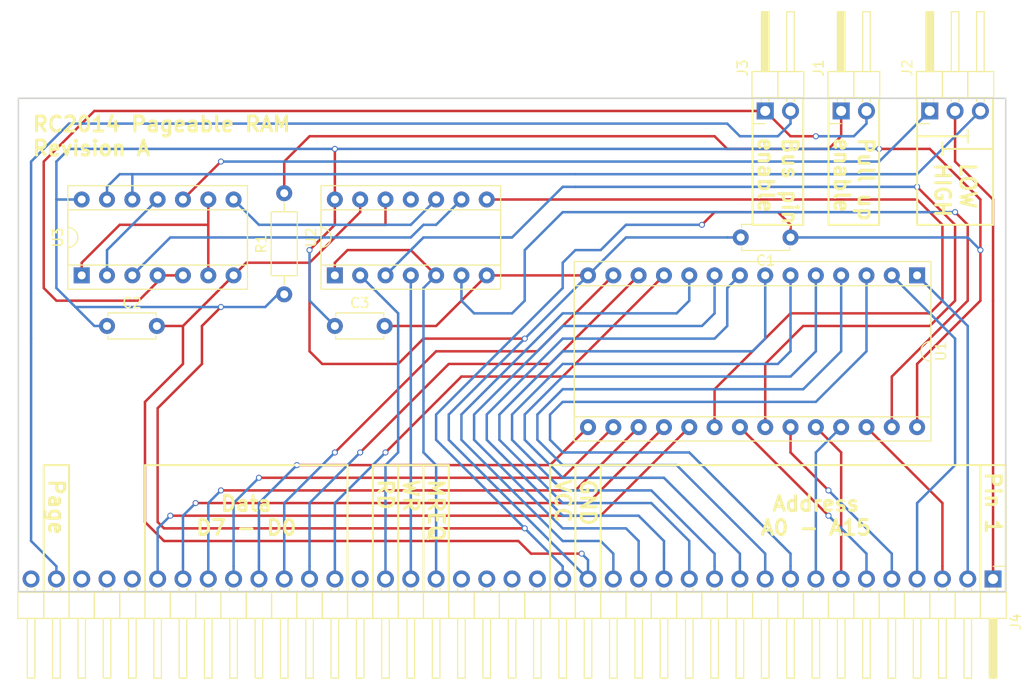
<source format=kicad_pcb>

(kicad_pcb
  (version 4)
  (host pcbnew 4.0.6)
  (general
    (links 59)
    (no_connects 0)
    (area 86.925 90.383332 190.035 159.215001)
    (thickness 1.6)
    (drawings 51)
    (tracks 371)
    (zones 0)
    (modules 11)
    (nets 42))
  (page A4)
  (layers
    (0 F.Cu signal)
    (31 B.Cu signal)
    (32 B.Adhes user)
    (33 F.Adhes user)
    (34 B.Paste user)
    (35 F.Paste user)
    (36 B.SilkS user)
    (37 F.SilkS user)
    (38 B.Mask user)
    (39 F.Mask user)
    (40 Dwgs.User user)
    (41 Cmts.User user)
    (42 Eco1.User user)
    (43 Eco2.User user)
    (44 Edge.Cuts user)
    (45 Margin user)
    (46 B.CrtYd user)
    (47 F.CrtYd user)
    (48 B.Fab user)
    (49 F.Fab user))
  (setup
    (last_trace_width 0.25)
    (trace_clearance 0.2)
    (zone_clearance 0.508)
    (zone_45_only no)
    (trace_min 0.2)
    (segment_width 0.2)
    (edge_width 0.15)
    (via_size 0.6)
    (via_drill 0.4)
    (via_min_size 0.4)
    (via_min_drill 0.3)
    (uvia_size 0.3)
    (uvia_drill 0.1)
    (uvias_allowed no)
    (uvia_min_size 0.2)
    (uvia_min_drill 0.1)
    (pcb_text_width 0.3)
    (pcb_text_size 1.5 1.5)
    (mod_edge_width 0.15)
    (mod_text_size 1 1)
    (mod_text_width 0.15)
    (pad_size 1.524 1.524)
    (pad_drill 0.762)
    (pad_to_mask_clearance 0.2)
    (aux_axis_origin 0 0)
    (visible_elements 7FFFFFFF)
    (pcbplotparams
      (layerselection 0x011fc_80000001)
      (usegerberextensions true)
      (excludeedgelayer true)
      (linewidth 0.1)
      (plotframeref false)
      (viasonmask false)
      (mode 1)
      (useauxorigin false)
      (hpglpennumber 1)
      (hpglpenspeed 20)
      (hpglpendiameter 15)
      (hpglpenoverlay 2)
      (psnegative false)
      (psa4output false)
      (plotreference true)
      (plotvalue true)
      (plotinvisibletext false)
      (padsonsilk false)
      (subtractmaskfromsilk false)
      (outputformat 1)
      (mirror false)
      (drillshape 0)
      (scaleselection 1)
      (outputdirectory "D:/ownCloud/Documents/Projects/RC2014/RC2014 RAM/export/")))
  (net 0 "")
  (net 1 EN)
  (net 2 VCC)
  (net 3 HIGH)
  (net 4 A15)
  (net 5 LOW)
  (net 6 PAGE)
  (net 7 A14)
  (net 8 A13)
  (net 9 A12)
  (net 10 A11)
  (net 11 A10)
  (net 12 A9)
  (net 13 A8)
  (net 14 A7)
  (net 15 A6)
  (net 16 A5)
  (net 17 A4)
  (net 18 A3)
  (net 19 A2)
  (net 20 A1)
  (net 21 A0)
  (net 22 GND)
  (net 23 MREQ)
  (net 24 WR)
  (net 25 RD)
  (net 26 D0)
  (net 27 D1)
  (net 28 D2)
  (net 29 D3)
  (net 30 D4)
  (net 31 D5)
  (net 32 D6)
  (net 33 D7)
  (net 34 CS)
  (net 35 "Net-(U1-Pad22)")
  (net 36 "Net-(U2-Pad9)")
  (net 37 "Net-(U2-Pad10)")
  (net 38 "Net-(U3-Pad11)")
  (net 39 "Net-(J3-Pad2)")
  (net 40 "Net-(J1-Pad1)")
  (net 41 "Net-(U1-Pad27)")
  (net_class Default "This is the default net class."
    (clearance 0.2)
    (trace_width 0.25)
    (via_dia 0.6)
    (via_drill 0.4)
    (uvia_dia 0.3)
    (uvia_drill 0.1)
    (add_net A0)
    (add_net A1)
    (add_net A10)
    (add_net A11)
    (add_net A12)
    (add_net A13)
    (add_net A14)
    (add_net A15)
    (add_net A2)
    (add_net A3)
    (add_net A4)
    (add_net A5)
    (add_net A6)
    (add_net A7)
    (add_net A8)
    (add_net A9)
    (add_net CS)
    (add_net D0)
    (add_net D1)
    (add_net D2)
    (add_net D3)
    (add_net D4)
    (add_net D5)
    (add_net D6)
    (add_net D7)
    (add_net EN)
    (add_net GND)
    (add_net HIGH)
    (add_net LOW)
    (add_net MREQ)
    (add_net "Net-(J1-Pad1)")
    (add_net "Net-(J3-Pad2)")
    (add_net "Net-(U1-Pad22)")
    (add_net "Net-(U1-Pad27)")
    (add_net "Net-(U2-Pad10)")
    (add_net "Net-(U2-Pad9)")
    (add_net "Net-(U3-Pad11)")
    (add_net PAGE)
    (add_net RD)
    (add_net VCC)
    (add_net WR))
  (module Pin_Headers:Pin_Header_Angled_1x02_Pitch2.54mm
    (layer F.Cu)
    (tedit 590DA12B)
    (tstamp 590A3A80)
    (at 171.45 101.6 90)
    (descr "Through hole angled pin header, 1x02, 2.54mm pitch, 6mm pin length, single row")
    (tags "Through hole angled pin header THT 1x02 2.54mm single row")
    (path /590C6113)
    (fp_text reference J1
      (at 4.315 -2.27 90)
      (layer F.SilkS)
      (effects
        (font
          (size 1 1)
          (thickness 0.15))))
    (fp_text value "Page PullUp"
      (at 6.35 5.08 270)
      (layer F.Fab)
      (effects
        (font
          (size 1 1)
          (thickness 0.15))))
    (fp_text user %R
      (at 4.315 -2.27 90)
      (layer F.Fab)
      (effects
        (font
          (size 1 1)
          (thickness 0.15))))
    (fp_line
      (start 1.4 -1.27)
      (end 1.4 1.27)
      (layer F.Fab)
      (width 0.1))
    (fp_line
      (start 1.4 1.27)
      (end 3.9 1.27)
      (layer F.Fab)
      (width 0.1))
    (fp_line
      (start 3.9 1.27)
      (end 3.9 -1.27)
      (layer F.Fab)
      (width 0.1))
    (fp_line
      (start 3.9 -1.27)
      (end 1.4 -1.27)
      (layer F.Fab)
      (width 0.1))
    (fp_line
      (start 0 -0.32)
      (end 0 0.32)
      (layer F.Fab)
      (width 0.1))
    (fp_line
      (start 0 0.32)
      (end 9.9 0.32)
      (layer F.Fab)
      (width 0.1))
    (fp_line
      (start 9.9 0.32)
      (end 9.9 -0.32)
      (layer F.Fab)
      (width 0.1))
    (fp_line
      (start 9.9 -0.32)
      (end 0 -0.32)
      (layer F.Fab)
      (width 0.1))
    (fp_line
      (start 1.4 1.27)
      (end 1.4 3.81)
      (layer F.Fab)
      (width 0.1))
    (fp_line
      (start 1.4 3.81)
      (end 3.9 3.81)
      (layer F.Fab)
      (width 0.1))
    (fp_line
      (start 3.9 3.81)
      (end 3.9 1.27)
      (layer F.Fab)
      (width 0.1))
    (fp_line
      (start 3.9 1.27)
      (end 1.4 1.27)
      (layer F.Fab)
      (width 0.1))
    (fp_line
      (start 0 2.22)
      (end 0 2.86)
      (layer F.Fab)
      (width 0.1))
    (fp_line
      (start 0 2.86)
      (end 9.9 2.86)
      (layer F.Fab)
      (width 0.1))
    (fp_line
      (start 9.9 2.86)
      (end 9.9 2.22)
      (layer F.Fab)
      (width 0.1))
    (fp_line
      (start 9.9 2.22)
      (end 0 2.22)
      (layer F.Fab)
      (width 0.1))
    (fp_line
      (start 1.34 -1.33)
      (end 1.34 1.27)
      (layer F.SilkS)
      (width 0.12))
    (fp_line
      (start 1.34 1.27)
      (end 3.96 1.27)
      (layer F.SilkS)
      (width 0.12))
    (fp_line
      (start 3.96 1.27)
      (end 3.96 -1.33)
      (layer F.SilkS)
      (width 0.12))
    (fp_line
      (start 3.96 -1.33)
      (end 1.34 -1.33)
      (layer F.SilkS)
      (width 0.12))
    (fp_line
      (start 3.96 -0.38)
      (end 3.96 0.38)
      (layer F.SilkS)
      (width 0.12))
    (fp_line
      (start 3.96 0.38)
      (end 9.96 0.38)
      (layer F.SilkS)
      (width 0.12))
    (fp_line
      (start 9.96 0.38)
      (end 9.96 -0.38)
      (layer F.SilkS)
      (width 0.12))
    (fp_line
      (start 9.96 -0.38)
      (end 3.96 -0.38)
      (layer F.SilkS)
      (width 0.12))
    (fp_line
      (start 0.91 -0.38)
      (end 1.34 -0.38)
      (layer F.SilkS)
      (width 0.12))
    (fp_line
      (start 0.91 0.38)
      (end 1.34 0.38)
      (layer F.SilkS)
      (width 0.12))
    (fp_line
      (start 3.96 -0.26)
      (end 9.96 -0.26)
      (layer F.SilkS)
      (width 0.12))
    (fp_line
      (start 3.96 -0.14)
      (end 9.96 -0.14)
      (layer F.SilkS)
      (width 0.12))
    (fp_line
      (start 3.96 -0.02)
      (end 9.96 -0.02)
      (layer F.SilkS)
      (width 0.12))
    (fp_line
      (start 3.96 0.1)
      (end 9.96 0.1)
      (layer F.SilkS)
      (width 0.12))
    (fp_line
      (start 3.96 0.22)
      (end 9.96 0.22)
      (layer F.SilkS)
      (width 0.12))
    (fp_line
      (start 3.96 0.34)
      (end 9.96 0.34)
      (layer F.SilkS)
      (width 0.12))
    (fp_line
      (start 1.34 1.27)
      (end 1.34 3.87)
      (layer F.SilkS)
      (width 0.12))
    (fp_line
      (start 1.34 3.87)
      (end 3.96 3.87)
      (layer F.SilkS)
      (width 0.12))
    (fp_line
      (start 3.96 3.87)
      (end 3.96 1.27)
      (layer F.SilkS)
      (width 0.12))
    (fp_line
      (start 3.96 1.27)
      (end 1.34 1.27)
      (layer F.SilkS)
      (width 0.12))
    (fp_line
      (start 3.96 2.16)
      (end 3.96 2.92)
      (layer F.SilkS)
      (width 0.12))
    (fp_line
      (start 3.96 2.92)
      (end 9.96 2.92)
      (layer F.SilkS)
      (width 0.12))
    (fp_line
      (start 9.96 2.92)
      (end 9.96 2.16)
      (layer F.SilkS)
      (width 0.12))
    (fp_line
      (start 9.96 2.16)
      (end 3.96 2.16)
      (layer F.SilkS)
      (width 0.12))
    (fp_line
      (start 0.91 2.16)
      (end 1.34 2.16)
      (layer F.SilkS)
      (width 0.12))
    (fp_line
      (start 0.91 2.92)
      (end 1.34 2.92)
      (layer F.SilkS)
      (width 0.12))
    (fp_line
      (start -1.27 0)
      (end -1.27 -1.27)
      (layer F.SilkS)
      (width 0.12))
    (fp_line
      (start -1.27 -1.27)
      (end 0 -1.27)
      (layer F.SilkS)
      (width 0.12))
    (fp_line
      (start -1.8 -1.8)
      (end -1.8 4.35)
      (layer F.CrtYd)
      (width 0.05))
    (fp_line
      (start -1.8 4.35)
      (end 10.4 4.35)
      (layer F.CrtYd)
      (width 0.05))
    (fp_line
      (start 10.4 4.35)
      (end 10.4 -1.8)
      (layer F.CrtYd)
      (width 0.05))
    (fp_line
      (start 10.4 -1.8)
      (end -1.8 -1.8)
      (layer F.CrtYd)
      (width 0.05))
    (pad 1 thru_hole rect
      (at 0 0 90)
      (size 1.7 1.7)
      (drill 1)
      (layers *.Cu *.Mask)
      (net 40 "Net-(J1-Pad1)"))
    (pad 2 thru_hole oval
      (at 0 2.54 90)
      (size 1.7 1.7)
      (drill 1)
      (layers *.Cu *.Mask)
      (net 6 PAGE))
    (model ${KISYS3DMOD}/Pin_Headers.3dshapes/Pin_Header_Angled_1x02_Pitch2.54mm.wrl
      (at
        (xyz 0 -0.05 0))
      (scale
        (xyz 1 1 1))
      (rotate
        (xyz 0 0 90))))
  (module Pin_Headers:Pin_Header_Angled_1x03_Pitch2.54mm
    (layer F.Cu)
    (tedit 590DA12D)
    (tstamp 590A3A87)
    (at 180.34 101.6 90)
    (descr "Through hole angled pin header, 1x03, 2.54mm pitch, 6mm pin length, single row")
    (tags "Through hole angled pin header THT 1x03 2.54mm single row")
    (path /590AB847)
    (fp_text reference J2
      (at 4.315 -2.27 90)
      (layer F.SilkS)
      (effects
        (font
          (size 1 1)
          (thickness 0.15))))
    (fp_text value "HIGH | LOW"
      (at 6.35 7.62 270)
      (layer F.Fab)
      (effects
        (font
          (size 1 1)
          (thickness 0.15))))
    (fp_text user %R
      (at 4.315 -2.27 90)
      (layer F.Fab)
      (effects
        (font
          (size 1 1)
          (thickness 0.15))))
    (fp_line
      (start 1.4 -1.27)
      (end 1.4 1.27)
      (layer F.Fab)
      (width 0.1))
    (fp_line
      (start 1.4 1.27)
      (end 3.9 1.27)
      (layer F.Fab)
      (width 0.1))
    (fp_line
      (start 3.9 1.27)
      (end 3.9 -1.27)
      (layer F.Fab)
      (width 0.1))
    (fp_line
      (start 3.9 -1.27)
      (end 1.4 -1.27)
      (layer F.Fab)
      (width 0.1))
    (fp_line
      (start 0 -0.32)
      (end 0 0.32)
      (layer F.Fab)
      (width 0.1))
    (fp_line
      (start 0 0.32)
      (end 9.9 0.32)
      (layer F.Fab)
      (width 0.1))
    (fp_line
      (start 9.9 0.32)
      (end 9.9 -0.32)
      (layer F.Fab)
      (width 0.1))
    (fp_line
      (start 9.9 -0.32)
      (end 0 -0.32)
      (layer F.Fab)
      (width 0.1))
    (fp_line
      (start 1.4 1.27)
      (end 1.4 3.81)
      (layer F.Fab)
      (width 0.1))
    (fp_line
      (start 1.4 3.81)
      (end 3.9 3.81)
      (layer F.Fab)
      (width 0.1))
    (fp_line
      (start 3.9 3.81)
      (end 3.9 1.27)
      (layer F.Fab)
      (width 0.1))
    (fp_line
      (start 3.9 1.27)
      (end 1.4 1.27)
      (layer F.Fab)
      (width 0.1))
    (fp_line
      (start 0 2.22)
      (end 0 2.86)
      (layer F.Fab)
      (width 0.1))
    (fp_line
      (start 0 2.86)
      (end 9.9 2.86)
      (layer F.Fab)
      (width 0.1))
    (fp_line
      (start 9.9 2.86)
      (end 9.9 2.22)
      (layer F.Fab)
      (width 0.1))
    (fp_line
      (start 9.9 2.22)
      (end 0 2.22)
      (layer F.Fab)
      (width 0.1))
    (fp_line
      (start 1.4 3.81)
      (end 1.4 6.35)
      (layer F.Fab)
      (width 0.1))
    (fp_line
      (start 1.4 6.35)
      (end 3.9 6.35)
      (layer F.Fab)
      (width 0.1))
    (fp_line
      (start 3.9 6.35)
      (end 3.9 3.81)
      (layer F.Fab)
      (width 0.1))
    (fp_line
      (start 3.9 3.81)
      (end 1.4 3.81)
      (layer F.Fab)
      (width 0.1))
    (fp_line
      (start 0 4.76)
      (end 0 5.4)
      (layer F.Fab)
      (width 0.1))
    (fp_line
      (start 0 5.4)
      (end 9.9 5.4)
      (layer F.Fab)
      (width 0.1))
    (fp_line
      (start 9.9 5.4)
      (end 9.9 4.76)
      (layer F.Fab)
      (width 0.1))
    (fp_line
      (start 9.9 4.76)
      (end 0 4.76)
      (layer F.Fab)
      (width 0.1))
    (fp_line
      (start 1.34 -1.33)
      (end 1.34 1.27)
      (layer F.SilkS)
      (width 0.12))
    (fp_line
      (start 1.34 1.27)
      (end 3.96 1.27)
      (layer F.SilkS)
      (width 0.12))
    (fp_line
      (start 3.96 1.27)
      (end 3.96 -1.33)
      (layer F.SilkS)
      (width 0.12))
    (fp_line
      (start 3.96 -1.33)
      (end 1.34 -1.33)
      (layer F.SilkS)
      (width 0.12))
    (fp_line
      (start 3.96 -0.38)
      (end 3.96 0.38)
      (layer F.SilkS)
      (width 0.12))
    (fp_line
      (start 3.96 0.38)
      (end 9.96 0.38)
      (layer F.SilkS)
      (width 0.12))
    (fp_line
      (start 9.96 0.38)
      (end 9.96 -0.38)
      (layer F.SilkS)
      (width 0.12))
    (fp_line
      (start 9.96 -0.38)
      (end 3.96 -0.38)
      (layer F.SilkS)
      (width 0.12))
    (fp_line
      (start 0.91 -0.38)
      (end 1.34 -0.38)
      (layer F.SilkS)
      (width 0.12))
    (fp_line
      (start 0.91 0.38)
      (end 1.34 0.38)
      (layer F.SilkS)
      (width 0.12))
    (fp_line
      (start 3.96 -0.26)
      (end 9.96 -0.26)
      (layer F.SilkS)
      (width 0.12))
    (fp_line
      (start 3.96 -0.14)
      (end 9.96 -0.14)
      (layer F.SilkS)
      (width 0.12))
    (fp_line
      (start 3.96 -0.02)
      (end 9.96 -0.02)
      (layer F.SilkS)
      (width 0.12))
    (fp_line
      (start 3.96 0.1)
      (end 9.96 0.1)
      (layer F.SilkS)
      (width 0.12))
    (fp_line
      (start 3.96 0.22)
      (end 9.96 0.22)
      (layer F.SilkS)
      (width 0.12))
    (fp_line
      (start 3.96 0.34)
      (end 9.96 0.34)
      (layer F.SilkS)
      (width 0.12))
    (fp_line
      (start 1.34 1.27)
      (end 1.34 3.81)
      (layer F.SilkS)
      (width 0.12))
    (fp_line
      (start 1.34 3.81)
      (end 3.96 3.81)
      (layer F.SilkS)
      (width 0.12))
    (fp_line
      (start 3.96 3.81)
      (end 3.96 1.27)
      (layer F.SilkS)
      (width 0.12))
    (fp_line
      (start 3.96 1.27)
      (end 1.34 1.27)
      (layer F.SilkS)
      (width 0.12))
    (fp_line
      (start 3.96 2.16)
      (end 3.96 2.92)
      (layer F.SilkS)
      (width 0.12))
    (fp_line
      (start 3.96 2.92)
      (end 9.96 2.92)
      (layer F.SilkS)
      (width 0.12))
    (fp_line
      (start 9.96 2.92)
      (end 9.96 2.16)
      (layer F.SilkS)
      (width 0.12))
    (fp_line
      (start 9.96 2.16)
      (end 3.96 2.16)
      (layer F.SilkS)
      (width 0.12))
    (fp_line
      (start 0.91 2.16)
      (end 1.34 2.16)
      (layer F.SilkS)
      (width 0.12))
    (fp_line
      (start 0.91 2.92)
      (end 1.34 2.92)
      (layer F.SilkS)
      (width 0.12))
    (fp_line
      (start 1.34 3.81)
      (end 1.34 6.41)
      (layer F.SilkS)
      (width 0.12))
    (fp_line
      (start 1.34 6.41)
      (end 3.96 6.41)
      (layer F.SilkS)
      (width 0.12))
    (fp_line
      (start 3.96 6.41)
      (end 3.96 3.81)
      (layer F.SilkS)
      (width 0.12))
    (fp_line
      (start 3.96 3.81)
      (end 1.34 3.81)
      (layer F.SilkS)
      (width 0.12))
    (fp_line
      (start 3.96 4.7)
      (end 3.96 5.46)
      (layer F.SilkS)
      (width 0.12))
    (fp_line
      (start 3.96 5.46)
      (end 9.96 5.46)
      (layer F.SilkS)
      (width 0.12))
    (fp_line
      (start 9.96 5.46)
      (end 9.96 4.7)
      (layer F.SilkS)
      (width 0.12))
    (fp_line
      (start 9.96 4.7)
      (end 3.96 4.7)
      (layer F.SilkS)
      (width 0.12))
    (fp_line
      (start 0.91 4.7)
      (end 1.34 4.7)
      (layer F.SilkS)
      (width 0.12))
    (fp_line
      (start 0.91 5.46)
      (end 1.34 5.46)
      (layer F.SilkS)
      (width 0.12))
    (fp_line
      (start -1.27 0)
      (end -1.27 -1.27)
      (layer F.SilkS)
      (width 0.12))
    (fp_line
      (start -1.27 -1.27)
      (end 0 -1.27)
      (layer F.SilkS)
      (width 0.12))
    (fp_line
      (start -1.8 -1.8)
      (end -1.8 6.85)
      (layer F.CrtYd)
      (width 0.05))
    (fp_line
      (start -1.8 6.85)
      (end 10.4 6.85)
      (layer F.CrtYd)
      (width 0.05))
    (fp_line
      (start 10.4 6.85)
      (end 10.4 -1.8)
      (layer F.CrtYd)
      (width 0.05))
    (fp_line
      (start 10.4 -1.8)
      (end -1.8 -1.8)
      (layer F.CrtYd)
      (width 0.05))
    (pad 1 thru_hole rect
      (at 0 0 90)
      (size 1.7 1.7)
      (drill 1)
      (layers *.Cu *.Mask)
      (net 3 HIGH))
    (pad 2 thru_hole oval
      (at 0 2.54 90)
      (size 1.7 1.7)
      (drill 1)
      (layers *.Cu *.Mask)
      (net 4 A15))
    (pad 3 thru_hole oval
      (at 0 5.08 90)
      (size 1.7 1.7)
      (drill 1)
      (layers *.Cu *.Mask)
      (net 5 LOW))
    (model ${KISYS3DMOD}/Pin_Headers.3dshapes/Pin_Header_Angled_1x03_Pitch2.54mm.wrl
      (at
        (xyz 0 -0.1 0))
      (scale
        (xyz 1 1 1))
      (rotate
        (xyz 0 0 90))))
  (module Resistors_THT:R_Axial_DIN0207_L6.3mm_D2.5mm_P10.16mm_Horizontal
    (layer F.Cu)
    (tedit 5874F706)
    (tstamp 590A3AC0)
    (at 115.57 120.015 90)
    (descr "Resistor, Axial_DIN0207 series, Axial, Horizontal, pin pitch=10.16mm, 0.25W = 1/4W, length*diameter=6.3*2.5mm^2, http://cdn-reichelt.de/documents/datenblatt/B400/1_4W%23YAG.pdf")
    (tags "Resistor Axial_DIN0207 series Axial Horizontal pin pitch 10.16mm 0.25W = 1/4W length 6.3mm diameter 2.5mm")
    (path /590BED30)
    (fp_text reference R1
      (at 5.08 -2.31 90)
      (layer F.SilkS)
      (effects
        (font
          (size 1 1)
          (thickness 0.15))))
    (fp_text value 10k
      (at 5.08 2.31 90)
      (layer F.Fab)
      (effects
        (font
          (size 1 1)
          (thickness 0.15))))
    (fp_line
      (start 1.93 -1.25)
      (end 1.93 1.25)
      (layer F.Fab)
      (width 0.1))
    (fp_line
      (start 1.93 1.25)
      (end 8.23 1.25)
      (layer F.Fab)
      (width 0.1))
    (fp_line
      (start 8.23 1.25)
      (end 8.23 -1.25)
      (layer F.Fab)
      (width 0.1))
    (fp_line
      (start 8.23 -1.25)
      (end 1.93 -1.25)
      (layer F.Fab)
      (width 0.1))
    (fp_line
      (start 0 0)
      (end 1.93 0)
      (layer F.Fab)
      (width 0.1))
    (fp_line
      (start 10.16 0)
      (end 8.23 0)
      (layer F.Fab)
      (width 0.1))
    (fp_line
      (start 1.87 -1.31)
      (end 1.87 1.31)
      (layer F.SilkS)
      (width 0.12))
    (fp_line
      (start 1.87 1.31)
      (end 8.29 1.31)
      (layer F.SilkS)
      (width 0.12))
    (fp_line
      (start 8.29 1.31)
      (end 8.29 -1.31)
      (layer F.SilkS)
      (width 0.12))
    (fp_line
      (start 8.29 -1.31)
      (end 1.87 -1.31)
      (layer F.SilkS)
      (width 0.12))
    (fp_line
      (start 0.98 0)
      (end 1.87 0)
      (layer F.SilkS)
      (width 0.12))
    (fp_line
      (start 9.18 0)
      (end 8.29 0)
      (layer F.SilkS)
      (width 0.12))
    (fp_line
      (start -1.05 -1.6)
      (end -1.05 1.6)
      (layer F.CrtYd)
      (width 0.05))
    (fp_line
      (start -1.05 1.6)
      (end 11.25 1.6)
      (layer F.CrtYd)
      (width 0.05))
    (fp_line
      (start 11.25 1.6)
      (end 11.25 -1.6)
      (layer F.CrtYd)
      (width 0.05))
    (fp_line
      (start 11.25 -1.6)
      (end -1.05 -1.6)
      (layer F.CrtYd)
      (width 0.05))
    (pad 1 thru_hole circle
      (at 0 0 90)
      (size 1.6 1.6)
      (drill 0.8)
      (layers *.Cu *.Mask)
      (net 2 VCC))
    (pad 2 thru_hole oval
      (at 10.16 0 90)
      (size 1.6 1.6)
      (drill 0.8)
      (layers *.Cu *.Mask)
      (net 40 "Net-(J1-Pad1)"))
    (model Resistors_THT.3dshapes/R_Axial_DIN0207_L6.3mm_D2.5mm_P10.16mm_Horizontal.wrl
      (at
        (xyz 0 0 0))
      (scale
        (xyz 0.393701 0.393701 0.393701))
      (rotate
        (xyz 0 0 0))))
  (module Housings_DIP:DIP-28_W15.24mm_Socket
    (layer F.Cu)
    (tedit 58CC8E2F)
    (tstamp 590A3AE0)
    (at 179.07 118.11 270)
    (descr "28-lead dip package, row spacing 15.24 mm (600 mils), Socket")
    (tags "DIL DIP PDIP 2.54mm 15.24mm 600mil Socket")
    (path /590A1931)
    (fp_text reference U1
      (at 7.62 -2.39 270)
      (layer F.SilkS)
      (effects
        (font
          (size 1 1)
          (thickness 0.15))))
    (fp_text value HM62256BLP-7
      (at 7.62 35.41 270)
      (layer F.Fab)
      (effects
        (font
          (size 1 1)
          (thickness 0.15))))
    (fp_text user %R
      (at 7.62 16.51 270)
      (layer F.Fab)
      (effects
        (font
          (size 1 1)
          (thickness 0.15))))
    (fp_line
      (start 1.255 -1.27)
      (end 14.985 -1.27)
      (layer F.Fab)
      (width 0.1))
    (fp_line
      (start 14.985 -1.27)
      (end 14.985 34.29)
      (layer F.Fab)
      (width 0.1))
    (fp_line
      (start 14.985 34.29)
      (end 0.255 34.29)
      (layer F.Fab)
      (width 0.1))
    (fp_line
      (start 0.255 34.29)
      (end 0.255 -0.27)
      (layer F.Fab)
      (width 0.1))
    (fp_line
      (start 0.255 -0.27)
      (end 1.255 -1.27)
      (layer F.Fab)
      (width 0.1))
    (fp_line
      (start -1.27 -1.27)
      (end -1.27 34.29)
      (layer F.Fab)
      (width 0.1))
    (fp_line
      (start -1.27 34.29)
      (end 16.51 34.29)
      (layer F.Fab)
      (width 0.1))
    (fp_line
      (start 16.51 34.29)
      (end 16.51 -1.27)
      (layer F.Fab)
      (width 0.1))
    (fp_line
      (start 16.51 -1.27)
      (end -1.27 -1.27)
      (layer F.Fab)
      (width 0.1))
    (fp_line
      (start 6.62 -1.39)
      (end 1.04 -1.39)
      (layer F.SilkS)
      (width 0.12))
    (fp_line
      (start 1.04 -1.39)
      (end 1.04 34.41)
      (layer F.SilkS)
      (width 0.12))
    (fp_line
      (start 1.04 34.41)
      (end 14.2 34.41)
      (layer F.SilkS)
      (width 0.12))
    (fp_line
      (start 14.2 34.41)
      (end 14.2 -1.39)
      (layer F.SilkS)
      (width 0.12))
    (fp_line
      (start 14.2 -1.39)
      (end 8.62 -1.39)
      (layer F.SilkS)
      (width 0.12))
    (fp_line
      (start -1.39 -1.39)
      (end -1.39 34.41)
      (layer F.SilkS)
      (width 0.12))
    (fp_line
      (start -1.39 34.41)
      (end 16.63 34.41)
      (layer F.SilkS)
      (width 0.12))
    (fp_line
      (start 16.63 34.41)
      (end 16.63 -1.39)
      (layer F.SilkS)
      (width 0.12))
    (fp_line
      (start 16.63 -1.39)
      (end -1.39 -1.39)
      (layer F.SilkS)
      (width 0.12))
    (fp_line
      (start -1.7 -1.7)
      (end -1.7 34.7)
      (layer F.CrtYd)
      (width 0.05))
    (fp_line
      (start -1.7 34.7)
      (end 16.9 34.7)
      (layer F.CrtYd)
      (width 0.05))
    (fp_line
      (start 16.9 34.7)
      (end 16.9 -1.7)
      (layer F.CrtYd)
      (width 0.05))
    (fp_line
      (start 16.9 -1.7)
      (end -1.7 -1.7)
      (layer F.CrtYd)
      (width 0.05))
    (fp_arc
      (start 7.62 -1.39)
      (end 6.62 -1.39)
      (angle -180)
      (layer F.SilkS)
      (width 0.12))
    (pad 1 thru_hole rect
      (at 0 0 270)
      (size 1.6 1.6)
      (drill 0.8)
      (layers *.Cu *.Mask)
      (net 7 A14))
    (pad 15 thru_hole oval
      (at 15.24 33.02 270)
      (size 1.6 1.6)
      (drill 0.8)
      (layers *.Cu *.Mask)
      (net 29 D3))
    (pad 2 thru_hole oval
      (at 0 2.54 270)
      (size 1.6 1.6)
      (drill 0.8)
      (layers *.Cu *.Mask)
      (net 9 A12))
    (pad 16 thru_hole oval
      (at 15.24 30.48 270)
      (size 1.6 1.6)
      (drill 0.8)
      (layers *.Cu *.Mask)
      (net 30 D4))
    (pad 3 thru_hole oval
      (at 0 5.08 270)
      (size 1.6 1.6)
      (drill 0.8)
      (layers *.Cu *.Mask)
      (net 14 A7))
    (pad 17 thru_hole oval
      (at 15.24 27.94 270)
      (size 1.6 1.6)
      (drill 0.8)
      (layers *.Cu *.Mask)
      (net 31 D5))
    (pad 4 thru_hole oval
      (at 0 7.62 270)
      (size 1.6 1.6)
      (drill 0.8)
      (layers *.Cu *.Mask)
      (net 15 A6))
    (pad 18 thru_hole oval
      (at 15.24 25.4 270)
      (size 1.6 1.6)
      (drill 0.8)
      (layers *.Cu *.Mask)
      (net 32 D6))
    (pad 5 thru_hole oval
      (at 0 10.16 270)
      (size 1.6 1.6)
      (drill 0.8)
      (layers *.Cu *.Mask)
      (net 16 A5))
    (pad 19 thru_hole oval
      (at 15.24 22.86 270)
      (size 1.6 1.6)
      (drill 0.8)
      (layers *.Cu *.Mask)
      (net 33 D7))
    (pad 6 thru_hole oval
      (at 0 12.7 270)
      (size 1.6 1.6)
      (drill 0.8)
      (layers *.Cu *.Mask)
      (net 17 A4))
    (pad 20 thru_hole oval
      (at 15.24 20.32 270)
      (size 1.6 1.6)
      (drill 0.8)
      (layers *.Cu *.Mask)
      (net 34 CS))
    (pad 7 thru_hole oval
      (at 0 15.24 270)
      (size 1.6 1.6)
      (drill 0.8)
      (layers *.Cu *.Mask)
      (net 18 A3))
    (pad 21 thru_hole oval
      (at 15.24 17.78 270)
      (size 1.6 1.6)
      (drill 0.8)
      (layers *.Cu *.Mask)
      (net 11 A10))
    (pad 8 thru_hole oval
      (at 0 17.78 270)
      (size 1.6 1.6)
      (drill 0.8)
      (layers *.Cu *.Mask)
      (net 19 A2))
    (pad 22 thru_hole oval
      (at 15.24 15.24 270)
      (size 1.6 1.6)
      (drill 0.8)
      (layers *.Cu *.Mask)
      (net 35 "Net-(U1-Pad22)"))
    (pad 9 thru_hole oval
      (at 0 20.32 270)
      (size 1.6 1.6)
      (drill 0.8)
      (layers *.Cu *.Mask)
      (net 20 A1))
    (pad 23 thru_hole oval
      (at 15.24 12.7 270)
      (size 1.6 1.6)
      (drill 0.8)
      (layers *.Cu *.Mask)
      (net 10 A11))
    (pad 10 thru_hole oval
      (at 0 22.86 270)
      (size 1.6 1.6)
      (drill 0.8)
      (layers *.Cu *.Mask)
      (net 21 A0))
    (pad 24 thru_hole oval
      (at 15.24 10.16 270)
      (size 1.6 1.6)
      (drill 0.8)
      (layers *.Cu *.Mask)
      (net 12 A9))
    (pad 11 thru_hole oval
      (at 0 25.4 270)
      (size 1.6 1.6)
      (drill 0.8)
      (layers *.Cu *.Mask)
      (net 26 D0))
    (pad 25 thru_hole oval
      (at 15.24 7.62 270)
      (size 1.6 1.6)
      (drill 0.8)
      (layers *.Cu *.Mask)
      (net 13 A8))
    (pad 12 thru_hole oval
      (at 0 27.94 270)
      (size 1.6 1.6)
      (drill 0.8)
      (layers *.Cu *.Mask)
      (net 27 D1))
    (pad 26 thru_hole oval
      (at 15.24 5.08 270)
      (size 1.6 1.6)
      (drill 0.8)
      (layers *.Cu *.Mask)
      (net 8 A13))
    (pad 13 thru_hole oval
      (at 0 30.48 270)
      (size 1.6 1.6)
      (drill 0.8)
      (layers *.Cu *.Mask)
      (net 28 D2))
    (pad 27 thru_hole oval
      (at 15.24 2.54 270)
      (size 1.6 1.6)
      (drill 0.8)
      (layers *.Cu *.Mask)
      (net 41 "Net-(U1-Pad27)"))
    (pad 14 thru_hole oval
      (at 0 33.02 270)
      (size 1.6 1.6)
      (drill 0.8)
      (layers *.Cu *.Mask)
      (net 22 GND))
    (pad 28 thru_hole oval
      (at 15.24 0 270)
      (size 1.6 1.6)
      (drill 0.8)
      (layers *.Cu *.Mask)
      (net 2 VCC))
    (model Housings_DIP.3dshapes/DIP-28_W15.24mm_Socket.wrl
      (at
        (xyz 0 0 0))
      (scale
        (xyz 1 1 1))
      (rotate
        (xyz 0 0 0))))
  (module Housings_DIP:DIP-14_W7.62mm_Socket
    (layer F.Cu)
    (tedit 58CC8E2C)
    (tstamp 590A3AF2)
    (at 120.65 118.11 90)
    (descr "14-lead dip package, row spacing 7.62 mm (300 mils), Socket")
    (tags "DIL DIP PDIP 2.54mm 7.62mm 300mil Socket")
    (path /590A1A7E)
    (fp_text reference U2
      (at 3.81 -2.39 90)
      (layer F.SilkS)
      (effects
        (font
          (size 1 1)
          (thickness 0.15))))
    (fp_text value 74LS32
      (at 3.81 17.63 90)
      (layer F.Fab)
      (effects
        (font
          (size 1 1)
          (thickness 0.15))))
    (fp_text user %R
      (at 3.81 7.62 90)
      (layer F.Fab)
      (effects
        (font
          (size 1 1)
          (thickness 0.15))))
    (fp_line
      (start 1.635 -1.27)
      (end 6.985 -1.27)
      (layer F.Fab)
      (width 0.1))
    (fp_line
      (start 6.985 -1.27)
      (end 6.985 16.51)
      (layer F.Fab)
      (width 0.1))
    (fp_line
      (start 6.985 16.51)
      (end 0.635 16.51)
      (layer F.Fab)
      (width 0.1))
    (fp_line
      (start 0.635 16.51)
      (end 0.635 -0.27)
      (layer F.Fab)
      (width 0.1))
    (fp_line
      (start 0.635 -0.27)
      (end 1.635 -1.27)
      (layer F.Fab)
      (width 0.1))
    (fp_line
      (start -1.27 -1.27)
      (end -1.27 16.51)
      (layer F.Fab)
      (width 0.1))
    (fp_line
      (start -1.27 16.51)
      (end 8.89 16.51)
      (layer F.Fab)
      (width 0.1))
    (fp_line
      (start 8.89 16.51)
      (end 8.89 -1.27)
      (layer F.Fab)
      (width 0.1))
    (fp_line
      (start 8.89 -1.27)
      (end -1.27 -1.27)
      (layer F.Fab)
      (width 0.1))
    (fp_line
      (start 2.81 -1.39)
      (end 1.04 -1.39)
      (layer F.SilkS)
      (width 0.12))
    (fp_line
      (start 1.04 -1.39)
      (end 1.04 16.63)
      (layer F.SilkS)
      (width 0.12))
    (fp_line
      (start 1.04 16.63)
      (end 6.58 16.63)
      (layer F.SilkS)
      (width 0.12))
    (fp_line
      (start 6.58 16.63)
      (end 6.58 -1.39)
      (layer F.SilkS)
      (width 0.12))
    (fp_line
      (start 6.58 -1.39)
      (end 4.81 -1.39)
      (layer F.SilkS)
      (width 0.12))
    (fp_line
      (start -1.39 -1.39)
      (end -1.39 16.63)
      (layer F.SilkS)
      (width 0.12))
    (fp_line
      (start -1.39 16.63)
      (end 9.01 16.63)
      (layer F.SilkS)
      (width 0.12))
    (fp_line
      (start 9.01 16.63)
      (end 9.01 -1.39)
      (layer F.SilkS)
      (width 0.12))
    (fp_line
      (start 9.01 -1.39)
      (end -1.39 -1.39)
      (layer F.SilkS)
      (width 0.12))
    (fp_line
      (start -1.7 -1.7)
      (end -1.7 16.9)
      (layer F.CrtYd)
      (width 0.05))
    (fp_line
      (start -1.7 16.9)
      (end 9.3 16.9)
      (layer F.CrtYd)
      (width 0.05))
    (fp_line
      (start 9.3 16.9)
      (end 9.3 -1.7)
      (layer F.CrtYd)
      (width 0.05))
    (fp_line
      (start 9.3 -1.7)
      (end -1.7 -1.7)
      (layer F.CrtYd)
      (width 0.05))
    (fp_arc
      (start 3.81 -1.39)
      (end 2.81 -1.39)
      (angle -180)
      (layer F.SilkS)
      (width 0.12))
    (pad 1 thru_hole rect
      (at 0 0 90)
      (size 1.6 1.6)
      (drill 0.8)
      (layers *.Cu *.Mask)
      (net 23 MREQ))
    (pad 8 thru_hole oval
      (at 7.62 15.24 90)
      (size 1.6 1.6)
      (drill 0.8)
      (layers *.Cu *.Mask)
      (net 34 CS))
    (pad 2 thru_hole oval
      (at 0 2.54 90)
      (size 1.6 1.6)
      (drill 0.8)
      (layers *.Cu *.Mask)
      (net 25 RD))
    (pad 9 thru_hole oval
      (at 7.62 12.7 90)
      (size 1.6 1.6)
      (drill 0.8)
      (layers *.Cu *.Mask)
      (net 36 "Net-(U2-Pad9)"))
    (pad 3 thru_hole oval
      (at 0 5.08 90)
      (size 1.6 1.6)
      (drill 0.8)
      (layers *.Cu *.Mask)
      (net 35 "Net-(U1-Pad22)"))
    (pad 10 thru_hole oval
      (at 7.62 10.16 90)
      (size 1.6 1.6)
      (drill 0.8)
      (layers *.Cu *.Mask)
      (net 37 "Net-(U2-Pad10)"))
    (pad 4 thru_hole oval
      (at 0 7.62 90)
      (size 1.6 1.6)
      (drill 0.8)
      (layers *.Cu *.Mask)
      (net 24 WR))
    (pad 11 thru_hole oval
      (at 7.62 7.62 90)
      (size 1.6 1.6)
      (drill 0.8)
      (layers *.Cu *.Mask))
    (pad 5 thru_hole oval
      (at 0 10.16 90)
      (size 1.6 1.6)
      (drill 0.8)
      (layers *.Cu *.Mask)
      (net 23 MREQ))
    (pad 12 thru_hole oval
      (at 7.62 5.08 90)
      (size 1.6 1.6)
      (drill 0.8)
      (layers *.Cu *.Mask)
      (net 22 GND))
    (pad 6 thru_hole oval
      (at 0 12.7 90)
      (size 1.6 1.6)
      (drill 0.8)
      (layers *.Cu *.Mask)
      (net 41 "Net-(U1-Pad27)"))
    (pad 13 thru_hole oval
      (at 7.62 2.54 90)
      (size 1.6 1.6)
      (drill 0.8)
      (layers *.Cu *.Mask)
      (net 22 GND))
    (pad 7 thru_hole oval
      (at 0 15.24 90)
      (size 1.6 1.6)
      (drill 0.8)
      (layers *.Cu *.Mask)
      (net 22 GND))
    (pad 14 thru_hole oval
      (at 7.62 0 90)
      (size 1.6 1.6)
      (drill 0.8)
      (layers *.Cu *.Mask)
      (net 2 VCC))
    (model Housings_DIP.3dshapes/DIP-14_W7.62mm_Socket.wrl
      (at
        (xyz 0 0 0))
      (scale
        (xyz 1 1 1))
      (rotate
        (xyz 0 0 0))))
  (module Housings_DIP:DIP-14_W7.62mm_Socket
    (layer F.Cu)
    (tedit 58CC8E2C)
    (tstamp 590A3B04)
    (at 95.25 118.11 90)
    (descr "14-lead dip package, row spacing 7.62 mm (300 mils), Socket")
    (tags "DIL DIP PDIP 2.54mm 7.62mm 300mil Socket")
    (path /590A696C)
    (fp_text reference U3
      (at 3.81 -2.39 90)
      (layer F.SilkS)
      (effects
        (font
          (size 1 1)
          (thickness 0.15))))
    (fp_text value 74HCT00
      (at 3.81 17.63 90)
      (layer F.Fab)
      (effects
        (font
          (size 1 1)
          (thickness 0.15))))
    (fp_text user %R
      (at 3.81 7.62 90)
      (layer F.Fab)
      (effects
        (font
          (size 1 1)
          (thickness 0.15))))
    (fp_line
      (start 1.635 -1.27)
      (end 6.985 -1.27)
      (layer F.Fab)
      (width 0.1))
    (fp_line
      (start 6.985 -1.27)
      (end 6.985 16.51)
      (layer F.Fab)
      (width 0.1))
    (fp_line
      (start 6.985 16.51)
      (end 0.635 16.51)
      (layer F.Fab)
      (width 0.1))
    (fp_line
      (start 0.635 16.51)
      (end 0.635 -0.27)
      (layer F.Fab)
      (width 0.1))
    (fp_line
      (start 0.635 -0.27)
      (end 1.635 -1.27)
      (layer F.Fab)
      (width 0.1))
    (fp_line
      (start -1.27 -1.27)
      (end -1.27 16.51)
      (layer F.Fab)
      (width 0.1))
    (fp_line
      (start -1.27 16.51)
      (end 8.89 16.51)
      (layer F.Fab)
      (width 0.1))
    (fp_line
      (start 8.89 16.51)
      (end 8.89 -1.27)
      (layer F.Fab)
      (width 0.1))
    (fp_line
      (start 8.89 -1.27)
      (end -1.27 -1.27)
      (layer F.Fab)
      (width 0.1))
    (fp_line
      (start 2.81 -1.39)
      (end 1.04 -1.39)
      (layer F.SilkS)
      (width 0.12))
    (fp_line
      (start 1.04 -1.39)
      (end 1.04 16.63)
      (layer F.SilkS)
      (width 0.12))
    (fp_line
      (start 1.04 16.63)
      (end 6.58 16.63)
      (layer F.SilkS)
      (width 0.12))
    (fp_line
      (start 6.58 16.63)
      (end 6.58 -1.39)
      (layer F.SilkS)
      (width 0.12))
    (fp_line
      (start 6.58 -1.39)
      (end 4.81 -1.39)
      (layer F.SilkS)
      (width 0.12))
    (fp_line
      (start -1.39 -1.39)
      (end -1.39 16.63)
      (layer F.SilkS)
      (width 0.12))
    (fp_line
      (start -1.39 16.63)
      (end 9.01 16.63)
      (layer F.SilkS)
      (width 0.12))
    (fp_line
      (start 9.01 16.63)
      (end 9.01 -1.39)
      (layer F.SilkS)
      (width 0.12))
    (fp_line
      (start 9.01 -1.39)
      (end -1.39 -1.39)
      (layer F.SilkS)
      (width 0.12))
    (fp_line
      (start -1.7 -1.7)
      (end -1.7 16.9)
      (layer F.CrtYd)
      (width 0.05))
    (fp_line
      (start -1.7 16.9)
      (end 9.3 16.9)
      (layer F.CrtYd)
      (width 0.05))
    (fp_line
      (start 9.3 16.9)
      (end 9.3 -1.7)
      (layer F.CrtYd)
      (width 0.05))
    (fp_line
      (start 9.3 -1.7)
      (end -1.7 -1.7)
      (layer F.CrtYd)
      (width 0.05))
    (fp_arc
      (start 3.81 -1.39)
      (end 2.81 -1.39)
      (angle -180)
      (layer F.SilkS)
      (width 0.12))
    (pad 1 thru_hole rect
      (at 0 0 90)
      (size 1.6 1.6)
      (drill 0.8)
      (layers *.Cu *.Mask)
      (net 1 EN))
    (pad 8 thru_hole oval
      (at 7.62 15.24 90)
      (size 1.6 1.6)
      (drill 0.8)
      (layers *.Cu *.Mask)
      (net 37 "Net-(U2-Pad10)"))
    (pad 2 thru_hole oval
      (at 0 2.54 90)
      (size 1.6 1.6)
      (drill 0.8)
      (layers *.Cu *.Mask)
      (net 38 "Net-(U3-Pad11)"))
    (pad 9 thru_hole oval
      (at 7.62 12.7 90)
      (size 1.6 1.6)
      (drill 0.8)
      (layers *.Cu *.Mask)
      (net 1 EN))
    (pad 3 thru_hole oval
      (at 0 5.08 90)
      (size 1.6 1.6)
      (drill 0.8)
      (layers *.Cu *.Mask)
      (net 36 "Net-(U2-Pad9)"))
    (pad 10 thru_hole oval
      (at 7.62 10.16 90)
      (size 1.6 1.6)
      (drill 0.8)
      (layers *.Cu *.Mask)
      (net 3 HIGH))
    (pad 4 thru_hole oval
      (at 0 7.62 90)
      (size 1.6 1.6)
      (drill 0.8)
      (layers *.Cu *.Mask)
      (net 6 PAGE))
    (pad 11 thru_hole oval
      (at 7.62 7.62 90)
      (size 1.6 1.6)
      (drill 0.8)
      (layers *.Cu *.Mask)
      (net 38 "Net-(U3-Pad11)"))
    (pad 5 thru_hole oval
      (at 0 10.16 90)
      (size 1.6 1.6)
      (drill 0.8)
      (layers *.Cu *.Mask)
      (net 6 PAGE))
    (pad 12 thru_hole oval
      (at 7.62 5.08 90)
      (size 1.6 1.6)
      (drill 0.8)
      (layers *.Cu *.Mask)
      (net 5 LOW))
    (pad 6 thru_hole oval
      (at 0 12.7 90)
      (size 1.6 1.6)
      (drill 0.8)
      (layers *.Cu *.Mask)
      (net 1 EN))
    (pad 13 thru_hole oval
      (at 7.62 2.54 90)
      (size 1.6 1.6)
      (drill 0.8)
      (layers *.Cu *.Mask)
      (net 5 LOW))
    (pad 7 thru_hole oval
      (at 0 15.24 90)
      (size 1.6 1.6)
      (drill 0.8)
      (layers *.Cu *.Mask)
      (net 22 GND))
    (pad 14 thru_hole oval
      (at 7.62 0 90)
      (size 1.6 1.6)
      (drill 0.8)
      (layers *.Cu *.Mask)
      (net 2 VCC))
    (model Housings_DIP.3dshapes/DIP-14_W7.62mm_Socket.wrl
      (at
        (xyz 0 0 0))
      (scale
        (xyz 1 1 1))
      (rotate
        (xyz 0 0 0))))
  (module Pin_Headers:Pin_Header_Angled_1x39_Pitch2.54mm
    (layer F.Cu)
    (tedit 58CD4EC5)
    (tstamp 590B3766)
    (at 186.69 148.59 270)
    (descr "Through hole angled pin header, 1x39, 2.54mm pitch, 6mm pin length, single row")
    (tags "Through hole angled pin header THT 1x39 2.54mm single row")
    (path /590B4CA1)
    (fp_text reference J4
      (at 4.315 -2.27 270)
      (layer F.SilkS)
      (effects
        (font
          (size 1 1)
          (thickness 0.15))))
    (fp_text value CONN_01X39
      (at 4.315 98.79 270)
      (layer F.Fab)
      (effects
        (font
          (size 1 1)
          (thickness 0.15))))
    (fp_text user %R
      (at 4.315 -2.27 270)
      (layer F.Fab)
      (effects
        (font
          (size 1 1)
          (thickness 0.15))))
    (fp_line
      (start 1.4 -1.27)
      (end 1.4 1.27)
      (layer F.Fab)
      (width 0.1))
    (fp_line
      (start 1.4 1.27)
      (end 3.9 1.27)
      (layer F.Fab)
      (width 0.1))
    (fp_line
      (start 3.9 1.27)
      (end 3.9 -1.27)
      (layer F.Fab)
      (width 0.1))
    (fp_line
      (start 3.9 -1.27)
      (end 1.4 -1.27)
      (layer F.Fab)
      (width 0.1))
    (fp_line
      (start 0 -0.32)
      (end 0 0.32)
      (layer F.Fab)
      (width 0.1))
    (fp_line
      (start 0 0.32)
      (end 9.9 0.32)
      (layer F.Fab)
      (width 0.1))
    (fp_line
      (start 9.9 0.32)
      (end 9.9 -0.32)
      (layer F.Fab)
      (width 0.1))
    (fp_line
      (start 9.9 -0.32)
      (end 0 -0.32)
      (layer F.Fab)
      (width 0.1))
    (fp_line
      (start 1.4 1.27)
      (end 1.4 3.81)
      (layer F.Fab)
      (width 0.1))
    (fp_line
      (start 1.4 3.81)
      (end 3.9 3.81)
      (layer F.Fab)
      (width 0.1))
    (fp_line
      (start 3.9 3.81)
      (end 3.9 1.27)
      (layer F.Fab)
      (width 0.1))
    (fp_line
      (start 3.9 1.27)
      (end 1.4 1.27)
      (layer F.Fab)
      (width 0.1))
    (fp_line
      (start 0 2.22)
      (end 0 2.86)
      (layer F.Fab)
      (width 0.1))
    (fp_line
      (start 0 2.86)
      (end 9.9 2.86)
      (layer F.Fab)
      (width 0.1))
    (fp_line
      (start 9.9 2.86)
      (end 9.9 2.22)
      (layer F.Fab)
      (width 0.1))
    (fp_line
      (start 9.9 2.22)
      (end 0 2.22)
      (layer F.Fab)
      (width 0.1))
    (fp_line
      (start 1.4 3.81)
      (end 1.4 6.35)
      (layer F.Fab)
      (width 0.1))
    (fp_line
      (start 1.4 6.35)
      (end 3.9 6.35)
      (layer F.Fab)
      (width 0.1))
    (fp_line
      (start 3.9 6.35)
      (end 3.9 3.81)
      (layer F.Fab)
      (width 0.1))
    (fp_line
      (start 3.9 3.81)
      (end 1.4 3.81)
      (layer F.Fab)
      (width 0.1))
    (fp_line
      (start 0 4.76)
      (end 0 5.4)
      (layer F.Fab)
      (width 0.1))
    (fp_line
      (start 0 5.4)
      (end 9.9 5.4)
      (layer F.Fab)
      (width 0.1))
    (fp_line
      (start 9.9 5.4)
      (end 9.9 4.76)
      (layer F.Fab)
      (width 0.1))
    (fp_line
      (start 9.9 4.76)
      (end 0 4.76)
      (layer F.Fab)
      (width 0.1))
    (fp_line
      (start 1.4 6.35)
      (end 1.4 8.89)
      (layer F.Fab)
      (width 0.1))
    (fp_line
      (start 1.4 8.89)
      (end 3.9 8.89)
      (layer F.Fab)
      (width 0.1))
    (fp_line
      (start 3.9 8.89)
      (end 3.9 6.35)
      (layer F.Fab)
      (width 0.1))
    (fp_line
      (start 3.9 6.35)
      (end 1.4 6.35)
      (layer F.Fab)
      (width 0.1))
    (fp_line
      (start 0 7.3)
      (end 0 7.94)
      (layer F.Fab)
      (width 0.1))
    (fp_line
      (start 0 7.94)
      (end 9.9 7.94)
      (layer F.Fab)
      (width 0.1))
    (fp_line
      (start 9.9 7.94)
      (end 9.9 7.3)
      (layer F.Fab)
      (width 0.1))
    (fp_line
      (start 9.9 7.3)
      (end 0 7.3)
      (layer F.Fab)
      (width 0.1))
    (fp_line
      (start 1.4 8.89)
      (end 1.4 11.43)
      (layer F.Fab)
      (width 0.1))
    (fp_line
      (start 1.4 11.43)
      (end 3.9 11.43)
      (layer F.Fab)
      (width 0.1))
    (fp_line
      (start 3.9 11.43)
      (end 3.9 8.89)
      (layer F.Fab)
      (width 0.1))
    (fp_line
      (start 3.9 8.89)
      (end 1.4 8.89)
      (layer F.Fab)
      (width 0.1))
    (fp_line
      (start 0 9.84)
      (end 0 10.48)
      (layer F.Fab)
      (width 0.1))
    (fp_line
      (start 0 10.48)
      (end 9.9 10.48)
      (layer F.Fab)
      (width 0.1))
    (fp_line
      (start 9.9 10.48)
      (end 9.9 9.84)
      (layer F.Fab)
      (width 0.1))
    (fp_line
      (start 9.9 9.84)
      (end 0 9.84)
      (layer F.Fab)
      (width 0.1))
    (fp_line
      (start 1.4 11.43)
      (end 1.4 13.97)
      (layer F.Fab)
      (width 0.1))
    (fp_line
      (start 1.4 13.97)
      (end 3.9 13.97)
      (layer F.Fab)
      (width 0.1))
    (fp_line
      (start 3.9 13.97)
      (end 3.9 11.43)
      (layer F.Fab)
      (width 0.1))
    (fp_line
      (start 3.9 11.43)
      (end 1.4 11.43)
      (layer F.Fab)
      (width 0.1))
    (fp_line
      (start 0 12.38)
      (end 0 13.02)
      (layer F.Fab)
      (width 0.1))
    (fp_line
      (start 0 13.02)
      (end 9.9 13.02)
      (layer F.Fab)
      (width 0.1))
    (fp_line
      (start 9.9 13.02)
      (end 9.9 12.38)
      (layer F.Fab)
      (width 0.1))
    (fp_line
      (start 9.9 12.38)
      (end 0 12.38)
      (layer F.Fab)
      (width 0.1))
    (fp_line
      (start 1.4 13.97)
      (end 1.4 16.51)
      (layer F.Fab)
      (width 0.1))
    (fp_line
      (start 1.4 16.51)
      (end 3.9 16.51)
      (layer F.Fab)
      (width 0.1))
    (fp_line
      (start 3.9 16.51)
      (end 3.9 13.97)
      (layer F.Fab)
      (width 0.1))
    (fp_line
      (start 3.9 13.97)
      (end 1.4 13.97)
      (layer F.Fab)
      (width 0.1))
    (fp_line
      (start 0 14.92)
      (end 0 15.56)
      (layer F.Fab)
      (width 0.1))
    (fp_line
      (start 0 15.56)
      (end 9.9 15.56)
      (layer F.Fab)
      (width 0.1))
    (fp_line
      (start 9.9 15.56)
      (end 9.9 14.92)
      (layer F.Fab)
      (width 0.1))
    (fp_line
      (start 9.9 14.92)
      (end 0 14.92)
      (layer F.Fab)
      (width 0.1))
    (fp_line
      (start 1.4 16.51)
      (end 1.4 19.05)
      (layer F.Fab)
      (width 0.1))
    (fp_line
      (start 1.4 19.05)
      (end 3.9 19.05)
      (layer F.Fab)
      (width 0.1))
    (fp_line
      (start 3.9 19.05)
      (end 3.9 16.51)
      (layer F.Fab)
      (width 0.1))
    (fp_line
      (start 3.9 16.51)
      (end 1.4 16.51)
      (layer F.Fab)
      (width 0.1))
    (fp_line
      (start 0 17.46)
      (end 0 18.1)
      (layer F.Fab)
      (width 0.1))
    (fp_line
      (start 0 18.1)
      (end 9.9 18.1)
      (layer F.Fab)
      (width 0.1))
    (fp_line
      (start 9.9 18.1)
      (end 9.9 17.46)
      (layer F.Fab)
      (width 0.1))
    (fp_line
      (start 9.9 17.46)
      (end 0 17.46)
      (layer F.Fab)
      (width 0.1))
    (fp_line
      (start 1.4 19.05)
      (end 1.4 21.59)
      (layer F.Fab)
      (width 0.1))
    (fp_line
      (start 1.4 21.59)
      (end 3.9 21.59)
      (layer F.Fab)
      (width 0.1))
    (fp_line
      (start 3.9 21.59)
      (end 3.9 19.05)
      (layer F.Fab)
      (width 0.1))
    (fp_line
      (start 3.9 19.05)
      (end 1.4 19.05)
      (layer F.Fab)
      (width 0.1))
    (fp_line
      (start 0 20)
      (end 0 20.64)
      (layer F.Fab)
      (width 0.1))
    (fp_line
      (start 0 20.64)
      (end 9.9 20.64)
      (layer F.Fab)
      (width 0.1))
    (fp_line
      (start 9.9 20.64)
      (end 9.9 20)
      (layer F.Fab)
      (width 0.1))
    (fp_line
      (start 9.9 20)
      (end 0 20)
      (layer F.Fab)
      (width 0.1))
    (fp_line
      (start 1.4 21.59)
      (end 1.4 24.13)
      (layer F.Fab)
      (width 0.1))
    (fp_line
      (start 1.4 24.13)
      (end 3.9 24.13)
      (layer F.Fab)
      (width 0.1))
    (fp_line
      (start 3.9 24.13)
      (end 3.9 21.59)
      (layer F.Fab)
      (width 0.1))
    (fp_line
      (start 3.9 21.59)
      (end 1.4 21.59)
      (layer F.Fab)
      (width 0.1))
    (fp_line
      (start 0 22.54)
      (end 0 23.18)
      (layer F.Fab)
      (width 0.1))
    (fp_line
      (start 0 23.18)
      (end 9.9 23.18)
      (layer F.Fab)
      (width 0.1))
    (fp_line
      (start 9.9 23.18)
      (end 9.9 22.54)
      (layer F.Fab)
      (width 0.1))
    (fp_line
      (start 9.9 22.54)
      (end 0 22.54)
      (layer F.Fab)
      (width 0.1))
    (fp_line
      (start 1.4 24.13)
      (end 1.4 26.67)
      (layer F.Fab)
      (width 0.1))
    (fp_line
      (start 1.4 26.67)
      (end 3.9 26.67)
      (layer F.Fab)
      (width 0.1))
    (fp_line
      (start 3.9 26.67)
      (end 3.9 24.13)
      (layer F.Fab)
      (width 0.1))
    (fp_line
      (start 3.9 24.13)
      (end 1.4 24.13)
      (layer F.Fab)
      (width 0.1))
    (fp_line
      (start 0 25.08)
      (end 0 25.72)
      (layer F.Fab)
      (width 0.1))
    (fp_line
      (start 0 25.72)
      (end 9.9 25.72)
      (layer F.Fab)
      (width 0.1))
    (fp_line
      (start 9.9 25.72)
      (end 9.9 25.08)
      (layer F.Fab)
      (width 0.1))
    (fp_line
      (start 9.9 25.08)
      (end 0 25.08)
      (layer F.Fab)
      (width 0.1))
    (fp_line
      (start 1.4 26.67)
      (end 1.4 29.21)
      (layer F.Fab)
      (width 0.1))
    (fp_line
      (start 1.4 29.21)
      (end 3.9 29.21)
      (layer F.Fab)
      (width 0.1))
    (fp_line
      (start 3.9 29.21)
      (end 3.9 26.67)
      (layer F.Fab)
      (width 0.1))
    (fp_line
      (start 3.9 26.67)
      (end 1.4 26.67)
      (layer F.Fab)
      (width 0.1))
    (fp_line
      (start 0 27.62)
      (end 0 28.26)
      (layer F.Fab)
      (width 0.1))
    (fp_line
      (start 0 28.26)
      (end 9.9 28.26)
      (layer F.Fab)
      (width 0.1))
    (fp_line
      (start 9.9 28.26)
      (end 9.9 27.62)
      (layer F.Fab)
      (width 0.1))
    (fp_line
      (start 9.9 27.62)
      (end 0 27.62)
      (layer F.Fab)
      (width 0.1))
    (fp_line
      (start 1.4 29.21)
      (end 1.4 31.75)
      (layer F.Fab)
      (width 0.1))
    (fp_line
      (start 1.4 31.75)
      (end 3.9 31.75)
      (layer F.Fab)
      (width 0.1))
    (fp_line
      (start 3.9 31.75)
      (end 3.9 29.21)
      (layer F.Fab)
      (width 0.1))
    (fp_line
      (start 3.9 29.21)
      (end 1.4 29.21)
      (layer F.Fab)
      (width 0.1))
    (fp_line
      (start 0 30.16)
      (end 0 30.8)
      (layer F.Fab)
      (width 0.1))
    (fp_line
      (start 0 30.8)
      (end 9.9 30.8)
      (layer F.Fab)
      (width 0.1))
    (fp_line
      (start 9.9 30.8)
      (end 9.9 30.16)
      (layer F.Fab)
      (width 0.1))
    (fp_line
      (start 9.9 30.16)
      (end 0 30.16)
      (layer F.Fab)
      (width 0.1))
    (fp_line
      (start 1.4 31.75)
      (end 1.4 34.29)
      (layer F.Fab)
      (width 0.1))
    (fp_line
      (start 1.4 34.29)
      (end 3.9 34.29)
      (layer F.Fab)
      (width 0.1))
    (fp_line
      (start 3.9 34.29)
      (end 3.9 31.75)
      (layer F.Fab)
      (width 0.1))
    (fp_line
      (start 3.9 31.75)
      (end 1.4 31.75)
      (layer F.Fab)
      (width 0.1))
    (fp_line
      (start 0 32.7)
      (end 0 33.34)
      (layer F.Fab)
      (width 0.1))
    (fp_line
      (start 0 33.34)
      (end 9.9 33.34)
      (layer F.Fab)
      (width 0.1))
    (fp_line
      (start 9.9 33.34)
      (end 9.9 32.7)
      (layer F.Fab)
      (width 0.1))
    (fp_line
      (start 9.9 32.7)
      (end 0 32.7)
      (layer F.Fab)
      (width 0.1))
    (fp_line
      (start 1.4 34.29)
      (end 1.4 36.83)
      (layer F.Fab)
      (width 0.1))
    (fp_line
      (start 1.4 36.83)
      (end 3.9 36.83)
      (layer F.Fab)
      (width 0.1))
    (fp_line
      (start 3.9 36.83)
      (end 3.9 34.29)
      (layer F.Fab)
      (width 0.1))
    (fp_line
      (start 3.9 34.29)
      (end 1.4 34.29)
      (layer F.Fab)
      (width 0.1))
    (fp_line
      (start 0 35.24)
      (end 0 35.88)
      (layer F.Fab)
      (width 0.1))
    (fp_line
      (start 0 35.88)
      (end 9.9 35.88)
      (layer F.Fab)
      (width 0.1))
    (fp_line
      (start 9.9 35.88)
      (end 9.9 35.24)
      (layer F.Fab)
      (width 0.1))
    (fp_line
      (start 9.9 35.24)
      (end 0 35.24)
      (layer F.Fab)
      (width 0.1))
    (fp_line
      (start 1.4 36.83)
      (end 1.4 39.37)
      (layer F.Fab)
      (width 0.1))
    (fp_line
      (start 1.4 39.37)
      (end 3.9 39.37)
      (layer F.Fab)
      (width 0.1))
    (fp_line
      (start 3.9 39.37)
      (end 3.9 36.83)
      (layer F.Fab)
      (width 0.1))
    (fp_line
      (start 3.9 36.83)
      (end 1.4 36.83)
      (layer F.Fab)
      (width 0.1))
    (fp_line
      (start 0 37.78)
      (end 0 38.42)
      (layer F.Fab)
      (width 0.1))
    (fp_line
      (start 0 38.42)
      (end 9.9 38.42)
      (layer F.Fab)
      (width 0.1))
    (fp_line
      (start 9.9 38.42)
      (end 9.9 37.78)
      (layer F.Fab)
      (width 0.1))
    (fp_line
      (start 9.9 37.78)
      (end 0 37.78)
      (layer F.Fab)
      (width 0.1))
    (fp_line
      (start 1.4 39.37)
      (end 1.4 41.91)
      (layer F.Fab)
      (width 0.1))
    (fp_line
      (start 1.4 41.91)
      (end 3.9 41.91)
      (layer F.Fab)
      (width 0.1))
    (fp_line
      (start 3.9 41.91)
      (end 3.9 39.37)
      (layer F.Fab)
      (width 0.1))
    (fp_line
      (start 3.9 39.37)
      (end 1.4 39.37)
      (layer F.Fab)
      (width 0.1))
    (fp_line
      (start 0 40.32)
      (end 0 40.96)
      (layer F.Fab)
      (width 0.1))
    (fp_line
      (start 0 40.96)
      (end 9.9 40.96)
      (layer F.Fab)
      (width 0.1))
    (fp_line
      (start 9.9 40.96)
      (end 9.9 40.32)
      (layer F.Fab)
      (width 0.1))
    (fp_line
      (start 9.9 40.32)
      (end 0 40.32)
      (layer F.Fab)
      (width 0.1))
    (fp_line
      (start 1.4 41.91)
      (end 1.4 44.45)
      (layer F.Fab)
      (width 0.1))
    (fp_line
      (start 1.4 44.45)
      (end 3.9 44.45)
      (layer F.Fab)
      (width 0.1))
    (fp_line
      (start 3.9 44.45)
      (end 3.9 41.91)
      (layer F.Fab)
      (width 0.1))
    (fp_line
      (start 3.9 41.91)
      (end 1.4 41.91)
      (layer F.Fab)
      (width 0.1))
    (fp_line
      (start 0 42.86)
      (end 0 43.5)
      (layer F.Fab)
      (width 0.1))
    (fp_line
      (start 0 43.5)
      (end 9.9 43.5)
      (layer F.Fab)
      (width 0.1))
    (fp_line
      (start 9.9 43.5)
      (end 9.9 42.86)
      (layer F.Fab)
      (width 0.1))
    (fp_line
      (start 9.9 42.86)
      (end 0 42.86)
      (layer F.Fab)
      (width 0.1))
    (fp_line
      (start 1.4 44.45)
      (end 1.4 46.99)
      (layer F.Fab)
      (width 0.1))
    (fp_line
      (start 1.4 46.99)
      (end 3.9 46.99)
      (layer F.Fab)
      (width 0.1))
    (fp_line
      (start 3.9 46.99)
      (end 3.9 44.45)
      (layer F.Fab)
      (width 0.1))
    (fp_line
      (start 3.9 44.45)
      (end 1.4 44.45)
      (layer F.Fab)
      (width 0.1))
    (fp_line
      (start 0 45.4)
      (end 0 46.04)
      (layer F.Fab)
      (width 0.1))
    (fp_line
      (start 0 46.04)
      (end 9.9 46.04)
      (layer F.Fab)
      (width 0.1))
    (fp_line
      (start 9.9 46.04)
      (end 9.9 45.4)
      (layer F.Fab)
      (width 0.1))
    (fp_line
      (start 9.9 45.4)
      (end 0 45.4)
      (layer F.Fab)
      (width 0.1))
    (fp_line
      (start 1.4 46.99)
      (end 1.4 49.53)
      (layer F.Fab)
      (width 0.1))
    (fp_line
      (start 1.4 49.53)
      (end 3.9 49.53)
      (layer F.Fab)
      (width 0.1))
    (fp_line
      (start 3.9 49.53)
      (end 3.9 46.99)
      (layer F.Fab)
      (width 0.1))
    (fp_line
      (start 3.9 46.99)
      (end 1.4 46.99)
      (layer F.Fab)
      (width 0.1))
    (fp_line
      (start 0 47.94)
      (end 0 48.58)
      (layer F.Fab)
      (width 0.1))
    (fp_line
      (start 0 48.58)
      (end 9.9 48.58)
      (layer F.Fab)
      (width 0.1))
    (fp_line
      (start 9.9 48.58)
      (end 9.9 47.94)
      (layer F.Fab)
      (width 0.1))
    (fp_line
      (start 9.9 47.94)
      (end 0 47.94)
      (layer F.Fab)
      (width 0.1))
    (fp_line
      (start 1.4 49.53)
      (end 1.4 52.07)
      (layer F.Fab)
      (width 0.1))
    (fp_line
      (start 1.4 52.07)
      (end 3.9 52.07)
      (layer F.Fab)
      (width 0.1))
    (fp_line
      (start 3.9 52.07)
      (end 3.9 49.53)
      (layer F.Fab)
      (width 0.1))
    (fp_line
      (start 3.9 49.53)
      (end 1.4 49.53)
      (layer F.Fab)
      (width 0.1))
    (fp_line
      (start 0 50.48)
      (end 0 51.12)
      (layer F.Fab)
      (width 0.1))
    (fp_line
      (start 0 51.12)
      (end 9.9 51.12)
      (layer F.Fab)
      (width 0.1))
    (fp_line
      (start 9.9 51.12)
      (end 9.9 50.48)
      (layer F.Fab)
      (width 0.1))
    (fp_line
      (start 9.9 50.48)
      (end 0 50.48)
      (layer F.Fab)
      (width 0.1))
    (fp_line
      (start 1.4 52.07)
      (end 1.4 54.61)
      (layer F.Fab)
      (width 0.1))
    (fp_line
      (start 1.4 54.61)
      (end 3.9 54.61)
      (layer F.Fab)
      (width 0.1))
    (fp_line
      (start 3.9 54.61)
      (end 3.9 52.07)
      (layer F.Fab)
      (width 0.1))
    (fp_line
      (start 3.9 52.07)
      (end 1.4 52.07)
      (layer F.Fab)
      (width 0.1))
    (fp_line
      (start 0 53.02)
      (end 0 53.66)
      (layer F.Fab)
      (width 0.1))
    (fp_line
      (start 0 53.66)
      (end 9.9 53.66)
      (layer F.Fab)
      (width 0.1))
    (fp_line
      (start 9.9 53.66)
      (end 9.9 53.02)
      (layer F.Fab)
      (width 0.1))
    (fp_line
      (start 9.9 53.02)
      (end 0 53.02)
      (layer F.Fab)
      (width 0.1))
    (fp_line
      (start 1.4 54.61)
      (end 1.4 57.15)
      (layer F.Fab)
      (width 0.1))
    (fp_line
      (start 1.4 57.15)
      (end 3.9 57.15)
      (layer F.Fab)
      (width 0.1))
    (fp_line
      (start 3.9 57.15)
      (end 3.9 54.61)
      (layer F.Fab)
      (width 0.1))
    (fp_line
      (start 3.9 54.61)
      (end 1.4 54.61)
      (layer F.Fab)
      (width 0.1))
    (fp_line
      (start 0 55.56)
      (end 0 56.2)
      (layer F.Fab)
      (width 0.1))
    (fp_line
      (start 0 56.2)
      (end 9.9 56.2)
      (layer F.Fab)
      (width 0.1))
    (fp_line
      (start 9.9 56.2)
      (end 9.9 55.56)
      (layer F.Fab)
      (width 0.1))
    (fp_line
      (start 9.9 55.56)
      (end 0 55.56)
      (layer F.Fab)
      (width 0.1))
    (fp_line
      (start 1.4 57.15)
      (end 1.4 59.69)
      (layer F.Fab)
      (width 0.1))
    (fp_line
      (start 1.4 59.69)
      (end 3.9 59.69)
      (layer F.Fab)
      (width 0.1))
    (fp_line
      (start 3.9 59.69)
      (end 3.9 57.15)
      (layer F.Fab)
      (width 0.1))
    (fp_line
      (start 3.9 57.15)
      (end 1.4 57.15)
      (layer F.Fab)
      (width 0.1))
    (fp_line
      (start 0 58.1)
      (end 0 58.74)
      (layer F.Fab)
      (width 0.1))
    (fp_line
      (start 0 58.74)
      (end 9.9 58.74)
      (layer F.Fab)
      (width 0.1))
    (fp_line
      (start 9.9 58.74)
      (end 9.9 58.1)
      (layer F.Fab)
      (width 0.1))
    (fp_line
      (start 9.9 58.1)
      (end 0 58.1)
      (layer F.Fab)
      (width 0.1))
    (fp_line
      (start 1.4 59.69)
      (end 1.4 62.23)
      (layer F.Fab)
      (width 0.1))
    (fp_line
      (start 1.4 62.23)
      (end 3.9 62.23)
      (layer F.Fab)
      (width 0.1))
    (fp_line
      (start 3.9 62.23)
      (end 3.9 59.69)
      (layer F.Fab)
      (width 0.1))
    (fp_line
      (start 3.9 59.69)
      (end 1.4 59.69)
      (layer F.Fab)
      (width 0.1))
    (fp_line
      (start 0 60.64)
      (end 0 61.28)
      (layer F.Fab)
      (width 0.1))
    (fp_line
      (start 0 61.28)
      (end 9.9 61.28)
      (layer F.Fab)
      (width 0.1))
    (fp_line
      (start 9.9 61.28)
      (end 9.9 60.64)
      (layer F.Fab)
      (width 0.1))
    (fp_line
      (start 9.9 60.64)
      (end 0 60.64)
      (layer F.Fab)
      (width 0.1))
    (fp_line
      (start 1.4 62.23)
      (end 1.4 64.77)
      (layer F.Fab)
      (width 0.1))
    (fp_line
      (start 1.4 64.77)
      (end 3.9 64.77)
      (layer F.Fab)
      (width 0.1))
    (fp_line
      (start 3.9 64.77)
      (end 3.9 62.23)
      (layer F.Fab)
      (width 0.1))
    (fp_line
      (start 3.9 62.23)
      (end 1.4 62.23)
      (layer F.Fab)
      (width 0.1))
    (fp_line
      (start 0 63.18)
      (end 0 63.82)
      (layer F.Fab)
      (width 0.1))
    (fp_line
      (start 0 63.82)
      (end 9.9 63.82)
      (layer F.Fab)
      (width 0.1))
    (fp_line
      (start 9.9 63.82)
      (end 9.9 63.18)
      (layer F.Fab)
      (width 0.1))
    (fp_line
      (start 9.9 63.18)
      (end 0 63.18)
      (layer F.Fab)
      (width 0.1))
    (fp_line
      (start 1.4 64.77)
      (end 1.4 67.31)
      (layer F.Fab)
      (width 0.1))
    (fp_line
      (start 1.4 67.31)
      (end 3.9 67.31)
      (layer F.Fab)
      (width 0.1))
    (fp_line
      (start 3.9 67.31)
      (end 3.9 64.77)
      (layer F.Fab)
      (width 0.1))
    (fp_line
      (start 3.9 64.77)
      (end 1.4 64.77)
      (layer F.Fab)
      (width 0.1))
    (fp_line
      (start 0 65.72)
      (end 0 66.36)
      (layer F.Fab)
      (width 0.1))
    (fp_line
      (start 0 66.36)
      (end 9.9 66.36)
      (layer F.Fab)
      (width 0.1))
    (fp_line
      (start 9.9 66.36)
      (end 9.9 65.72)
      (layer F.Fab)
      (width 0.1))
    (fp_line
      (start 9.9 65.72)
      (end 0 65.72)
      (layer F.Fab)
      (width 0.1))
    (fp_line
      (start 1.4 67.31)
      (end 1.4 69.85)
      (layer F.Fab)
      (width 0.1))
    (fp_line
      (start 1.4 69.85)
      (end 3.9 69.85)
      (layer F.Fab)
      (width 0.1))
    (fp_line
      (start 3.9 69.85)
      (end 3.9 67.31)
      (layer F.Fab)
      (width 0.1))
    (fp_line
      (start 3.9 67.31)
      (end 1.4 67.31)
      (layer F.Fab)
      (width 0.1))
    (fp_line
      (start 0 68.26)
      (end 0 68.9)
      (layer F.Fab)
      (width 0.1))
    (fp_line
      (start 0 68.9)
      (end 9.9 68.9)
      (layer F.Fab)
      (width 0.1))
    (fp_line
      (start 9.9 68.9)
      (end 9.9 68.26)
      (layer F.Fab)
      (width 0.1))
    (fp_line
      (start 9.9 68.26)
      (end 0 68.26)
      (layer F.Fab)
      (width 0.1))
    (fp_line
      (start 1.4 69.85)
      (end 1.4 72.39)
      (layer F.Fab)
      (width 0.1))
    (fp_line
      (start 1.4 72.39)
      (end 3.9 72.39)
      (layer F.Fab)
      (width 0.1))
    (fp_line
      (start 3.9 72.39)
      (end 3.9 69.85)
      (layer F.Fab)
      (width 0.1))
    (fp_line
      (start 3.9 69.85)
      (end 1.4 69.85)
      (layer F.Fab)
      (width 0.1))
    (fp_line
      (start 0 70.8)
      (end 0 71.44)
      (layer F.Fab)
      (width 0.1))
    (fp_line
      (start 0 71.44)
      (end 9.9 71.44)
      (layer F.Fab)
      (width 0.1))
    (fp_line
      (start 9.9 71.44)
      (end 9.9 70.8)
      (layer F.Fab)
      (width 0.1))
    (fp_line
      (start 9.9 70.8)
      (end 0 70.8)
      (layer F.Fab)
      (width 0.1))
    (fp_line
      (start 1.4 72.39)
      (end 1.4 74.93)
      (layer F.Fab)
      (width 0.1))
    (fp_line
      (start 1.4 74.93)
      (end 3.9 74.93)
      (layer F.Fab)
      (width 0.1))
    (fp_line
      (start 3.9 74.93)
      (end 3.9 72.39)
      (layer F.Fab)
      (width 0.1))
    (fp_line
      (start 3.9 72.39)
      (end 1.4 72.39)
      (layer F.Fab)
      (width 0.1))
    (fp_line
      (start 0 73.34)
      (end 0 73.98)
      (layer F.Fab)
      (width 0.1))
    (fp_line
      (start 0 73.98)
      (end 9.9 73.98)
      (layer F.Fab)
      (width 0.1))
    (fp_line
      (start 9.9 73.98)
      (end 9.9 73.34)
      (layer F.Fab)
      (width 0.1))
    (fp_line
      (start 9.9 73.34)
      (end 0 73.34)
      (layer F.Fab)
      (width 0.1))
    (fp_line
      (start 1.4 74.93)
      (end 1.4 77.47)
      (layer F.Fab)
      (width 0.1))
    (fp_line
      (start 1.4 77.47)
      (end 3.9 77.47)
      (layer F.Fab)
      (width 0.1))
    (fp_line
      (start 3.9 77.47)
      (end 3.9 74.93)
      (layer F.Fab)
      (width 0.1))
    (fp_line
      (start 3.9 74.93)
      (end 1.4 74.93)
      (layer F.Fab)
      (width 0.1))
    (fp_line
      (start 0 75.88)
      (end 0 76.52)
      (layer F.Fab)
      (width 0.1))
    (fp_line
      (start 0 76.52)
      (end 9.9 76.52)
      (layer F.Fab)
      (width 0.1))
    (fp_line
      (start 9.9 76.52)
      (end 9.9 75.88)
      (layer F.Fab)
      (width 0.1))
    (fp_line
      (start 9.9 75.88)
      (end 0 75.88)
      (layer F.Fab)
      (width 0.1))
    (fp_line
      (start 1.4 77.47)
      (end 1.4 80.01)
      (layer F.Fab)
      (width 0.1))
    (fp_line
      (start 1.4 80.01)
      (end 3.9 80.01)
      (layer F.Fab)
      (width 0.1))
    (fp_line
      (start 3.9 80.01)
      (end 3.9 77.47)
      (layer F.Fab)
      (width 0.1))
    (fp_line
      (start 3.9 77.47)
      (end 1.4 77.47)
      (layer F.Fab)
      (width 0.1))
    (fp_line
      (start 0 78.42)
      (end 0 79.06)
      (layer F.Fab)
      (width 0.1))
    (fp_line
      (start 0 79.06)
      (end 9.9 79.06)
      (layer F.Fab)
      (width 0.1))
    (fp_line
      (start 9.9 79.06)
      (end 9.9 78.42)
      (layer F.Fab)
      (width 0.1))
    (fp_line
      (start 9.9 78.42)
      (end 0 78.42)
      (layer F.Fab)
      (width 0.1))
    (fp_line
      (start 1.4 80.01)
      (end 1.4 82.55)
      (layer F.Fab)
      (width 0.1))
    (fp_line
      (start 1.4 82.55)
      (end 3.9 82.55)
      (layer F.Fab)
      (width 0.1))
    (fp_line
      (start 3.9 82.55)
      (end 3.9 80.01)
      (layer F.Fab)
      (width 0.1))
    (fp_line
      (start 3.9 80.01)
      (end 1.4 80.01)
      (layer F.Fab)
      (width 0.1))
    (fp_line
      (start 0 80.96)
      (end 0 81.6)
      (layer F.Fab)
      (width 0.1))
    (fp_line
      (start 0 81.6)
      (end 9.9 81.6)
      (layer F.Fab)
      (width 0.1))
    (fp_line
      (start 9.9 81.6)
      (end 9.9 80.96)
      (layer F.Fab)
      (width 0.1))
    (fp_line
      (start 9.9 80.96)
      (end 0 80.96)
      (layer F.Fab)
      (width 0.1))
    (fp_line
      (start 1.4 82.55)
      (end 1.4 85.09)
      (layer F.Fab)
      (width 0.1))
    (fp_line
      (start 1.4 85.09)
      (end 3.9 85.09)
      (layer F.Fab)
      (width 0.1))
    (fp_line
      (start 3.9 85.09)
      (end 3.9 82.55)
      (layer F.Fab)
      (width 0.1))
    (fp_line
      (start 3.9 82.55)
      (end 1.4 82.55)
      (layer F.Fab)
      (width 0.1))
    (fp_line
      (start 0 83.5)
      (end 0 84.14)
      (layer F.Fab)
      (width 0.1))
    (fp_line
      (start 0 84.14)
      (end 9.9 84.14)
      (layer F.Fab)
      (width 0.1))
    (fp_line
      (start 9.9 84.14)
      (end 9.9 83.5)
      (layer F.Fab)
      (width 0.1))
    (fp_line
      (start 9.9 83.5)
      (end 0 83.5)
      (layer F.Fab)
      (width 0.1))
    (fp_line
      (start 1.4 85.09)
      (end 1.4 87.63)
      (layer F.Fab)
      (width 0.1))
    (fp_line
      (start 1.4 87.63)
      (end 3.9 87.63)
      (layer F.Fab)
      (width 0.1))
    (fp_line
      (start 3.9 87.63)
      (end 3.9 85.09)
      (layer F.Fab)
      (width 0.1))
    (fp_line
      (start 3.9 85.09)
      (end 1.4 85.09)
      (layer F.Fab)
      (width 0.1))
    (fp_line
      (start 0 86.04)
      (end 0 86.68)
      (layer F.Fab)
      (width 0.1))
    (fp_line
      (start 0 86.68)
      (end 9.9 86.68)
      (layer F.Fab)
      (width 0.1))
    (fp_line
      (start 9.9 86.68)
      (end 9.9 86.04)
      (layer F.Fab)
      (width 0.1))
    (fp_line
      (start 9.9 86.04)
      (end 0 86.04)
      (layer F.Fab)
      (width 0.1))
    (fp_line
      (start 1.4 87.63)
      (end 1.4 90.17)
      (layer F.Fab)
      (width 0.1))
    (fp_line
      (start 1.4 90.17)
      (end 3.9 90.17)
      (layer F.Fab)
      (width 0.1))
    (fp_line
      (start 3.9 90.17)
      (end 3.9 87.63)
      (layer F.Fab)
      (width 0.1))
    (fp_line
      (start 3.9 87.63)
      (end 1.4 87.63)
      (layer F.Fab)
      (width 0.1))
    (fp_line
      (start 0 88.58)
      (end 0 89.22)
      (layer F.Fab)
      (width 0.1))
    (fp_line
      (start 0 89.22)
      (end 9.9 89.22)
      (layer F.Fab)
      (width 0.1))
    (fp_line
      (start 9.9 89.22)
      (end 9.9 88.58)
      (layer F.Fab)
      (width 0.1))
    (fp_line
      (start 9.9 88.58)
      (end 0 88.58)
      (layer F.Fab)
      (width 0.1))
    (fp_line
      (start 1.4 90.17)
      (end 1.4 92.71)
      (layer F.Fab)
      (width 0.1))
    (fp_line
      (start 1.4 92.71)
      (end 3.9 92.71)
      (layer F.Fab)
      (width 0.1))
    (fp_line
      (start 3.9 92.71)
      (end 3.9 90.17)
      (layer F.Fab)
      (width 0.1))
    (fp_line
      (start 3.9 90.17)
      (end 1.4 90.17)
      (layer F.Fab)
      (width 0.1))
    (fp_line
      (start 0 91.12)
      (end 0 91.76)
      (layer F.Fab)
      (width 0.1))
    (fp_line
      (start 0 91.76)
      (end 9.9 91.76)
      (layer F.Fab)
      (width 0.1))
    (fp_line
      (start 9.9 91.76)
      (end 9.9 91.12)
      (layer F.Fab)
      (width 0.1))
    (fp_line
      (start 9.9 91.12)
      (end 0 91.12)
      (layer F.Fab)
      (width 0.1))
    (fp_line
      (start 1.4 92.71)
      (end 1.4 95.25)
      (layer F.Fab)
      (width 0.1))
    (fp_line
      (start 1.4 95.25)
      (end 3.9 95.25)
      (layer F.Fab)
      (width 0.1))
    (fp_line
      (start 3.9 95.25)
      (end 3.9 92.71)
      (layer F.Fab)
      (width 0.1))
    (fp_line
      (start 3.9 92.71)
      (end 1.4 92.71)
      (layer F.Fab)
      (width 0.1))
    (fp_line
      (start 0 93.66)
      (end 0 94.3)
      (layer F.Fab)
      (width 0.1))
    (fp_line
      (start 0 94.3)
      (end 9.9 94.3)
      (layer F.Fab)
      (width 0.1))
    (fp_line
      (start 9.9 94.3)
      (end 9.9 93.66)
      (layer F.Fab)
      (width 0.1))
    (fp_line
      (start 9.9 93.66)
      (end 0 93.66)
      (layer F.Fab)
      (width 0.1))
    (fp_line
      (start 1.4 95.25)
      (end 1.4 97.79)
      (layer F.Fab)
      (width 0.1))
    (fp_line
      (start 1.4 97.79)
      (end 3.9 97.79)
      (layer F.Fab)
      (width 0.1))
    (fp_line
      (start 3.9 97.79)
      (end 3.9 95.25)
      (layer F.Fab)
      (width 0.1))
    (fp_line
      (start 3.9 95.25)
      (end 1.4 95.25)
      (layer F.Fab)
      (width 0.1))
    (fp_line
      (start 0 96.2)
      (end 0 96.84)
      (layer F.Fab)
      (width 0.1))
    (fp_line
      (start 0 96.84)
      (end 9.9 96.84)
      (layer F.Fab)
      (width 0.1))
    (fp_line
      (start 9.9 96.84)
      (end 9.9 96.2)
      (layer F.Fab)
      (width 0.1))
    (fp_line
      (start 9.9 96.2)
      (end 0 96.2)
      (layer F.Fab)
      (width 0.1))
    (fp_line
      (start 1.34 -1.33)
      (end 1.34 1.27)
      (layer F.SilkS)
      (width 0.12))
    (fp_line
      (start 1.34 1.27)
      (end 3.96 1.27)
      (layer F.SilkS)
      (width 0.12))
    (fp_line
      (start 3.96 1.27)
      (end 3.96 -1.33)
      (layer F.SilkS)
      (width 0.12))
    (fp_line
      (start 3.96 -1.33)
      (end 1.34 -1.33)
      (layer F.SilkS)
      (width 0.12))
    (fp_line
      (start 3.96 -0.38)
      (end 3.96 0.38)
      (layer F.SilkS)
      (width 0.12))
    (fp_line
      (start 3.96 0.38)
      (end 9.96 0.38)
      (layer F.SilkS)
      (width 0.12))
    (fp_line
      (start 9.96 0.38)
      (end 9.96 -0.38)
      (layer F.SilkS)
      (width 0.12))
    (fp_line
      (start 9.96 -0.38)
      (end 3.96 -0.38)
      (layer F.SilkS)
      (width 0.12))
    (fp_line
      (start 0.91 -0.38)
      (end 1.34 -0.38)
      (layer F.SilkS)
      (width 0.12))
    (fp_line
      (start 0.91 0.38)
      (end 1.34 0.38)
      (layer F.SilkS)
      (width 0.12))
    (fp_line
      (start 3.96 -0.26)
      (end 9.96 -0.26)
      (layer F.SilkS)
      (width 0.12))
    (fp_line
      (start 3.96 -0.14)
      (end 9.96 -0.14)
      (layer F.SilkS)
      (width 0.12))
    (fp_line
      (start 3.96 -0.02)
      (end 9.96 -0.02)
      (layer F.SilkS)
      (width 0.12))
    (fp_line
      (start 3.96 0.1)
      (end 9.96 0.1)
      (layer F.SilkS)
      (width 0.12))
    (fp_line
      (start 3.96 0.22)
      (end 9.96 0.22)
      (layer F.SilkS)
      (width 0.12))
    (fp_line
      (start 3.96 0.34)
      (end 9.96 0.34)
      (layer F.SilkS)
      (width 0.12))
    (fp_line
      (start 1.34 1.27)
      (end 1.34 3.81)
      (layer F.SilkS)
      (width 0.12))
    (fp_line
      (start 1.34 3.81)
      (end 3.96 3.81)
      (layer F.SilkS)
      (width 0.12))
    (fp_line
      (start 3.96 3.81)
      (end 3.96 1.27)
      (layer F.SilkS)
      (width 0.12))
    (fp_line
      (start 3.96 1.27)
      (end 1.34 1.27)
      (layer F.SilkS)
      (width 0.12))
    (fp_line
      (start 3.96 2.16)
      (end 3.96 2.92)
      (layer F.SilkS)
      (width 0.12))
    (fp_line
      (start 3.96 2.92)
      (end 9.96 2.92)
      (layer F.SilkS)
      (width 0.12))
    (fp_line
      (start 9.96 2.92)
      (end 9.96 2.16)
      (layer F.SilkS)
      (width 0.12))
    (fp_line
      (start 9.96 2.16)
      (end 3.96 2.16)
      (layer F.SilkS)
      (width 0.12))
    (fp_line
      (start 0.91 2.16)
      (end 1.34 2.16)
      (layer F.SilkS)
      (width 0.12))
    (fp_line
      (start 0.91 2.92)
      (end 1.34 2.92)
      (layer F.SilkS)
      (width 0.12))
    (fp_line
      (start 1.34 3.81)
      (end 1.34 6.35)
      (layer F.SilkS)
      (width 0.12))
    (fp_line
      (start 1.34 6.35)
      (end 3.96 6.35)
      (layer F.SilkS)
      (width 0.12))
    (fp_line
      (start 3.96 6.35)
      (end 3.96 3.81)
      (layer F.SilkS)
      (width 0.12))
    (fp_line
      (start 3.96 3.81)
      (end 1.34 3.81)
      (layer F.SilkS)
      (width 0.12))
    (fp_line
      (start 3.96 4.7)
      (end 3.96 5.46)
      (layer F.SilkS)
      (width 0.12))
    (fp_line
      (start 3.96 5.46)
      (end 9.96 5.46)
      (layer F.SilkS)
      (width 0.12))
    (fp_line
      (start 9.96 5.46)
      (end 9.96 4.7)
      (layer F.SilkS)
      (width 0.12))
    (fp_line
      (start 9.96 4.7)
      (end 3.96 4.7)
      (layer F.SilkS)
      (width 0.12))
    (fp_line
      (start 0.91 4.7)
      (end 1.34 4.7)
      (layer F.SilkS)
      (width 0.12))
    (fp_line
      (start 0.91 5.46)
      (end 1.34 5.46)
      (layer F.SilkS)
      (width 0.12))
    (fp_line
      (start 1.34 6.35)
      (end 1.34 8.89)
      (layer F.SilkS)
      (width 0.12))
    (fp_line
      (start 1.34 8.89)
      (end 3.96 8.89)
      (layer F.SilkS)
      (width 0.12))
    (fp_line
      (start 3.96 8.89)
      (end 3.96 6.35)
      (layer F.SilkS)
      (width 0.12))
    (fp_line
      (start 3.96 6.35)
      (end 1.34 6.35)
      (layer F.SilkS)
      (width 0.12))
    (fp_line
      (start 3.96 7.24)
      (end 3.96 8)
      (layer F.SilkS)
      (width 0.12))
    (fp_line
      (start 3.96 8)
      (end 9.96 8)
      (layer F.SilkS)
      (width 0.12))
    (fp_line
      (start 9.96 8)
      (end 9.96 7.24)
      (layer F.SilkS)
      (width 0.12))
    (fp_line
      (start 9.96 7.24)
      (end 3.96 7.24)
      (layer F.SilkS)
      (width 0.12))
    (fp_line
      (start 0.91 7.24)
      (end 1.34 7.24)
      (layer F.SilkS)
      (width 0.12))
    (fp_line
      (start 0.91 8)
      (end 1.34 8)
      (layer F.SilkS)
      (width 0.12))
    (fp_line
      (start 1.34 8.89)
      (end 1.34 11.43)
      (layer F.SilkS)
      (width 0.12))
    (fp_line
      (start 1.34 11.43)
      (end 3.96 11.43)
      (layer F.SilkS)
      (width 0.12))
    (fp_line
      (start 3.96 11.43)
      (end 3.96 8.89)
      (layer F.SilkS)
      (width 0.12))
    (fp_line
      (start 3.96 8.89)
      (end 1.34 8.89)
      (layer F.SilkS)
      (width 0.12))
    (fp_line
      (start 3.96 9.78)
      (end 3.96 10.54)
      (layer F.SilkS)
      (width 0.12))
    (fp_line
      (start 3.96 10.54)
      (end 9.96 10.54)
      (layer F.SilkS)
      (width 0.12))
    (fp_line
      (start 9.96 10.54)
      (end 9.96 9.78)
      (layer F.SilkS)
      (width 0.12))
    (fp_line
      (start 9.96 9.78)
      (end 3.96 9.78)
      (layer F.SilkS)
      (width 0.12))
    (fp_line
      (start 0.91 9.78)
      (end 1.34 9.78)
      (layer F.SilkS)
      (width 0.12))
    (fp_line
      (start 0.91 10.54)
      (end 1.34 10.54)
      (layer F.SilkS)
      (width 0.12))
    (fp_line
      (start 1.34 11.43)
      (end 1.34 13.97)
      (layer F.SilkS)
      (width 0.12))
    (fp_line
      (start 1.34 13.97)
      (end 3.96 13.97)
      (layer F.SilkS)
      (width 0.12))
    (fp_line
      (start 3.96 13.97)
      (end 3.96 11.43)
      (layer F.SilkS)
      (width 0.12))
    (fp_line
      (start 3.96 11.43)
      (end 1.34 11.43)
      (layer F.SilkS)
      (width 0.12))
    (fp_line
      (start 3.96 12.32)
      (end 3.96 13.08)
      (layer F.SilkS)
      (width 0.12))
    (fp_line
      (start 3.96 13.08)
      (end 9.96 13.08)
      (layer F.SilkS)
      (width 0.12))
    (fp_line
      (start 9.96 13.08)
      (end 9.96 12.32)
      (layer F.SilkS)
      (width 0.12))
    (fp_line
      (start 9.96 12.32)
      (end 3.96 12.32)
      (layer F.SilkS)
      (width 0.12))
    (fp_line
      (start 0.91 12.32)
      (end 1.34 12.32)
      (layer F.SilkS)
      (width 0.12))
    (fp_line
      (start 0.91 13.08)
      (end 1.34 13.08)
      (layer F.SilkS)
      (width 0.12))
    (fp_line
      (start 1.34 13.97)
      (end 1.34 16.51)
      (layer F.SilkS)
      (width 0.12))
    (fp_line
      (start 1.34 16.51)
      (end 3.96 16.51)
      (layer F.SilkS)
      (width 0.12))
    (fp_line
      (start 3.96 16.51)
      (end 3.96 13.97)
      (layer F.SilkS)
      (width 0.12))
    (fp_line
      (start 3.96 13.97)
      (end 1.34 13.97)
      (layer F.SilkS)
      (width 0.12))
    (fp_line
      (start 3.96 14.86)
      (end 3.96 15.62)
      (layer F.SilkS)
      (width 0.12))
    (fp_line
      (start 3.96 15.62)
      (end 9.96 15.62)
      (layer F.SilkS)
      (width 0.12))
    (fp_line
      (start 9.96 15.62)
      (end 9.96 14.86)
      (layer F.SilkS)
      (width 0.12))
    (fp_line
      (start 9.96 14.86)
      (end 3.96 14.86)
      (layer F.SilkS)
      (width 0.12))
    (fp_line
      (start 0.91 14.86)
      (end 1.34 14.86)
      (layer F.SilkS)
      (width 0.12))
    (fp_line
      (start 0.91 15.62)
      (end 1.34 15.62)
      (layer F.SilkS)
      (width 0.12))
    (fp_line
      (start 1.34 16.51)
      (end 1.34 19.05)
      (layer F.SilkS)
      (width 0.12))
    (fp_line
      (start 1.34 19.05)
      (end 3.96 19.05)
      (layer F.SilkS)
      (width 0.12))
    (fp_line
      (start 3.96 19.05)
      (end 3.96 16.51)
      (layer F.SilkS)
      (width 0.12))
    (fp_line
      (start 3.96 16.51)
      (end 1.34 16.51)
      (layer F.SilkS)
      (width 0.12))
    (fp_line
      (start 3.96 17.4)
      (end 3.96 18.16)
      (layer F.SilkS)
      (width 0.12))
    (fp_line
      (start 3.96 18.16)
      (end 9.96 18.16)
      (layer F.SilkS)
      (width 0.12))
    (fp_line
      (start 9.96 18.16)
      (end 9.96 17.4)
      (layer F.SilkS)
      (width 0.12))
    (fp_line
      (start 9.96 17.4)
      (end 3.96 17.4)
      (layer F.SilkS)
      (width 0.12))
    (fp_line
      (start 0.91 17.4)
      (end 1.34 17.4)
      (layer F.SilkS)
      (width 0.12))
    (fp_line
      (start 0.91 18.16)
      (end 1.34 18.16)
      (layer F.SilkS)
      (width 0.12))
    (fp_line
      (start 1.34 19.05)
      (end 1.34 21.59)
      (layer F.SilkS)
      (width 0.12))
    (fp_line
      (start 1.34 21.59)
      (end 3.96 21.59)
      (layer F.SilkS)
      (width 0.12))
    (fp_line
      (start 3.96 21.59)
      (end 3.96 19.05)
      (layer F.SilkS)
      (width 0.12))
    (fp_line
      (start 3.96 19.05)
      (end 1.34 19.05)
      (layer F.SilkS)
      (width 0.12))
    (fp_line
      (start 3.96 19.94)
      (end 3.96 20.7)
      (layer F.SilkS)
      (width 0.12))
    (fp_line
      (start 3.96 20.7)
      (end 9.96 20.7)
      (layer F.SilkS)
      (width 0.12))
    (fp_line
      (start 9.96 20.7)
      (end 9.96 19.94)
      (layer F.SilkS)
      (width 0.12))
    (fp_line
      (start 9.96 19.94)
      (end 3.96 19.94)
      (layer F.SilkS)
      (width 0.12))
    (fp_line
      (start 0.91 19.94)
      (end 1.34 19.94)
      (layer F.SilkS)
      (width 0.12))
    (fp_line
      (start 0.91 20.7)
      (end 1.34 20.7)
      (layer F.SilkS)
      (width 0.12))
    (fp_line
      (start 1.34 21.59)
      (end 1.34 24.13)
      (layer F.SilkS)
      (width 0.12))
    (fp_line
      (start 1.34 24.13)
      (end 3.96 24.13)
      (layer F.SilkS)
      (width 0.12))
    (fp_line
      (start 3.96 24.13)
      (end 3.96 21.59)
      (layer F.SilkS)
      (width 0.12))
    (fp_line
      (start 3.96 21.59)
      (end 1.34 21.59)
      (layer F.SilkS)
      (width 0.12))
    (fp_line
      (start 3.96 22.48)
      (end 3.96 23.24)
      (layer F.SilkS)
      (width 0.12))
    (fp_line
      (start 3.96 23.24)
      (end 9.96 23.24)
      (layer F.SilkS)
      (width 0.12))
    (fp_line
      (start 9.96 23.24)
      (end 9.96 22.48)
      (layer F.SilkS)
      (width 0.12))
    (fp_line
      (start 9.96 22.48)
      (end 3.96 22.48)
      (layer F.SilkS)
      (width 0.12))
    (fp_line
      (start 0.91 22.48)
      (end 1.34 22.48)
      (layer F.SilkS)
      (width 0.12))
    (fp_line
      (start 0.91 23.24)
      (end 1.34 23.24)
      (layer F.SilkS)
      (width 0.12))
    (fp_line
      (start 1.34 24.13)
      (end 1.34 26.67)
      (layer F.SilkS)
      (width 0.12))
    (fp_line
      (start 1.34 26.67)
      (end 3.96 26.67)
      (layer F.SilkS)
      (width 0.12))
    (fp_line
      (start 3.96 26.67)
      (end 3.96 24.13)
      (layer F.SilkS)
      (width 0.12))
    (fp_line
      (start 3.96 24.13)
      (end 1.34 24.13)
      (layer F.SilkS)
      (width 0.12))
    (fp_line
      (start 3.96 25.02)
      (end 3.96 25.78)
      (layer F.SilkS)
      (width 0.12))
    (fp_line
      (start 3.96 25.78)
      (end 9.96 25.78)
      (layer F.SilkS)
      (width 0.12))
    (fp_line
      (start 9.96 25.78)
      (end 9.96 25.02)
      (layer F.SilkS)
      (width 0.12))
    (fp_line
      (start 9.96 25.02)
      (end 3.96 25.02)
      (layer F.SilkS)
      (width 0.12))
    (fp_line
      (start 0.91 25.02)
      (end 1.34 25.02)
      (layer F.SilkS)
      (width 0.12))
    (fp_line
      (start 0.91 25.78)
      (end 1.34 25.78)
      (layer F.SilkS)
      (width 0.12))
    (fp_line
      (start 1.34 26.67)
      (end 1.34 29.21)
      (layer F.SilkS)
      (width 0.12))
    (fp_line
      (start 1.34 29.21)
      (end 3.96 29.21)
      (layer F.SilkS)
      (width 0.12))
    (fp_line
      (start 3.96 29.21)
      (end 3.96 26.67)
      (layer F.SilkS)
      (width 0.12))
    (fp_line
      (start 3.96 26.67)
      (end 1.34 26.67)
      (layer F.SilkS)
      (width 0.12))
    (fp_line
      (start 3.96 27.56)
      (end 3.96 28.32)
      (layer F.SilkS)
      (width 0.12))
    (fp_line
      (start 3.96 28.32)
      (end 9.96 28.32)
      (layer F.SilkS)
      (width 0.12))
    (fp_line
      (start 9.96 28.32)
      (end 9.96 27.56)
      (layer F.SilkS)
      (width 0.12))
    (fp_line
      (start 9.96 27.56)
      (end 3.96 27.56)
      (layer F.SilkS)
      (width 0.12))
    (fp_line
      (start 0.91 27.56)
      (end 1.34 27.56)
      (layer F.SilkS)
      (width 0.12))
    (fp_line
      (start 0.91 28.32)
      (end 1.34 28.32)
      (layer F.SilkS)
      (width 0.12))
    (fp_line
      (start 1.34 29.21)
      (end 1.34 31.75)
      (layer F.SilkS)
      (width 0.12))
    (fp_line
      (start 1.34 31.75)
      (end 3.96 31.75)
      (layer F.SilkS)
      (width 0.12))
    (fp_line
      (start 3.96 31.75)
      (end 3.96 29.21)
      (layer F.SilkS)
      (width 0.12))
    (fp_line
      (start 3.96 29.21)
      (end 1.34 29.21)
      (layer F.SilkS)
      (width 0.12))
    (fp_line
      (start 3.96 30.1)
      (end 3.96 30.86)
      (layer F.SilkS)
      (width 0.12))
    (fp_line
      (start 3.96 30.86)
      (end 9.96 30.86)
      (layer F.SilkS)
      (width 0.12))
    (fp_line
      (start 9.96 30.86)
      (end 9.96 30.1)
      (layer F.SilkS)
      (width 0.12))
    (fp_line
      (start 9.96 30.1)
      (end 3.96 30.1)
      (layer F.SilkS)
      (width 0.12))
    (fp_line
      (start 0.91 30.1)
      (end 1.34 30.1)
      (layer F.SilkS)
      (width 0.12))
    (fp_line
      (start 0.91 30.86)
      (end 1.34 30.86)
      (layer F.SilkS)
      (width 0.12))
    (fp_line
      (start 1.34 31.75)
      (end 1.34 34.29)
      (layer F.SilkS)
      (width 0.12))
    (fp_line
      (start 1.34 34.29)
      (end 3.96 34.29)
      (layer F.SilkS)
      (width 0.12))
    (fp_line
      (start 3.96 34.29)
      (end 3.96 31.75)
      (layer F.SilkS)
      (width 0.12))
    (fp_line
      (start 3.96 31.75)
      (end 1.34 31.75)
      (layer F.SilkS)
      (width 0.12))
    (fp_line
      (start 3.96 32.64)
      (end 3.96 33.4)
      (layer F.SilkS)
      (width 0.12))
    (fp_line
      (start 3.96 33.4)
      (end 9.96 33.4)
      (layer F.SilkS)
      (width 0.12))
    (fp_line
      (start 9.96 33.4)
      (end 9.96 32.64)
      (layer F.SilkS)
      (width 0.12))
    (fp_line
      (start 9.96 32.64)
      (end 3.96 32.64)
      (layer F.SilkS)
      (width 0.12))
    (fp_line
      (start 0.91 32.64)
      (end 1.34 32.64)
      (layer F.SilkS)
      (width 0.12))
    (fp_line
      (start 0.91 33.4)
      (end 1.34 33.4)
      (layer F.SilkS)
      (width 0.12))
    (fp_line
      (start 1.34 34.29)
      (end 1.34 36.83)
      (layer F.SilkS)
      (width 0.12))
    (fp_line
      (start 1.34 36.83)
      (end 3.96 36.83)
      (layer F.SilkS)
      (width 0.12))
    (fp_line
      (start 3.96 36.83)
      (end 3.96 34.29)
      (layer F.SilkS)
      (width 0.12))
    (fp_line
      (start 3.96 34.29)
      (end 1.34 34.29)
      (layer F.SilkS)
      (width 0.12))
    (fp_line
      (start 3.96 35.18)
      (end 3.96 35.94)
      (layer F.SilkS)
      (width 0.12))
    (fp_line
      (start 3.96 35.94)
      (end 9.96 35.94)
      (layer F.SilkS)
      (width 0.12))
    (fp_line
      (start 9.96 35.94)
      (end 9.96 35.18)
      (layer F.SilkS)
      (width 0.12))
    (fp_line
      (start 9.96 35.18)
      (end 3.96 35.18)
      (layer F.SilkS)
      (width 0.12))
    (fp_line
      (start 0.91 35.18)
      (end 1.34 35.18)
      (layer F.SilkS)
      (width 0.12))
    (fp_line
      (start 0.91 35.94)
      (end 1.34 35.94)
      (layer F.SilkS)
      (width 0.12))
    (fp_line
      (start 1.34 36.83)
      (end 1.34 39.37)
      (layer F.SilkS)
      (width 0.12))
    (fp_line
      (start 1.34 39.37)
      (end 3.96 39.37)
      (layer F.SilkS)
      (width 0.12))
    (fp_line
      (start 3.96 39.37)
      (end 3.96 36.83)
      (layer F.SilkS)
      (width 0.12))
    (fp_line
      (start 3.96 36.83)
      (end 1.34 36.83)
      (layer F.SilkS)
      (width 0.12))
    (fp_line
      (start 3.96 37.72)
      (end 3.96 38.48)
      (layer F.SilkS)
      (width 0.12))
    (fp_line
      (start 3.96 38.48)
      (end 9.96 38.48)
      (layer F.SilkS)
      (width 0.12))
    (fp_line
      (start 9.96 38.48)
      (end 9.96 37.72)
      (layer F.SilkS)
      (width 0.12))
    (fp_line
      (start 9.96 37.72)
      (end 3.96 37.72)
      (layer F.SilkS)
      (width 0.12))
    (fp_line
      (start 0.91 37.72)
      (end 1.34 37.72)
      (layer F.SilkS)
      (width 0.12))
    (fp_line
      (start 0.91 38.48)
      (end 1.34 38.48)
      (layer F.SilkS)
      (width 0.12))
    (fp_line
      (start 1.34 39.37)
      (end 1.34 41.91)
      (layer F.SilkS)
      (width 0.12))
    (fp_line
      (start 1.34 41.91)
      (end 3.96 41.91)
      (layer F.SilkS)
      (width 0.12))
    (fp_line
      (start 3.96 41.91)
      (end 3.96 39.37)
      (layer F.SilkS)
      (width 0.12))
    (fp_line
      (start 3.96 39.37)
      (end 1.34 39.37)
      (layer F.SilkS)
      (width 0.12))
    (fp_line
      (start 3.96 40.26)
      (end 3.96 41.02)
      (layer F.SilkS)
      (width 0.12))
    (fp_line
      (start 3.96 41.02)
      (end 9.96 41.02)
      (layer F.SilkS)
      (width 0.12))
    (fp_line
      (start 9.96 41.02)
      (end 9.96 40.26)
      (layer F.SilkS)
      (width 0.12))
    (fp_line
      (start 9.96 40.26)
      (end 3.96 40.26)
      (layer F.SilkS)
      (width 0.12))
    (fp_line
      (start 0.91 40.26)
      (end 1.34 40.26)
      (layer F.SilkS)
      (width 0.12))
    (fp_line
      (start 0.91 41.02)
      (end 1.34 41.02)
      (layer F.SilkS)
      (width 0.12))
    (fp_line
      (start 1.34 41.91)
      (end 1.34 44.45)
      (layer F.SilkS)
      (width 0.12))
    (fp_line
      (start 1.34 44.45)
      (end 3.96 44.45)
      (layer F.SilkS)
      (width 0.12))
    (fp_line
      (start 3.96 44.45)
      (end 3.96 41.91)
      (layer F.SilkS)
      (width 0.12))
    (fp_line
      (start 3.96 41.91)
      (end 1.34 41.91)
      (layer F.SilkS)
      (width 0.12))
    (fp_line
      (start 3.96 42.8)
      (end 3.96 43.56)
      (layer F.SilkS)
      (width 0.12))
    (fp_line
      (start 3.96 43.56)
      (end 9.96 43.56)
      (layer F.SilkS)
      (width 0.12))
    (fp_line
      (start 9.96 43.56)
      (end 9.96 42.8)
      (layer F.SilkS)
      (width 0.12))
    (fp_line
      (start 9.96 42.8)
      (end 3.96 42.8)
      (layer F.SilkS)
      (width 0.12))
    (fp_line
      (start 0.91 42.8)
      (end 1.34 42.8)
      (layer F.SilkS)
      (width 0.12))
    (fp_line
      (start 0.91 43.56)
      (end 1.34 43.56)
      (layer F.SilkS)
      (width 0.12))
    (fp_line
      (start 1.34 44.45)
      (end 1.34 46.99)
      (layer F.SilkS)
      (width 0.12))
    (fp_line
      (start 1.34 46.99)
      (end 3.96 46.99)
      (layer F.SilkS)
      (width 0.12))
    (fp_line
      (start 3.96 46.99)
      (end 3.96 44.45)
      (layer F.SilkS)
      (width 0.12))
    (fp_line
      (start 3.96 44.45)
      (end 1.34 44.45)
      (layer F.SilkS)
      (width 0.12))
    (fp_line
      (start 3.96 45.34)
      (end 3.96 46.1)
      (layer F.SilkS)
      (width 0.12))
    (fp_line
      (start 3.96 46.1)
      (end 9.96 46.1)
      (layer F.SilkS)
      (width 0.12))
    (fp_line
      (start 9.96 46.1)
      (end 9.96 45.34)
      (layer F.SilkS)
      (width 0.12))
    (fp_line
      (start 9.96 45.34)
      (end 3.96 45.34)
      (layer F.SilkS)
      (width 0.12))
    (fp_line
      (start 0.91 45.34)
      (end 1.34 45.34)
      (layer F.SilkS)
      (width 0.12))
    (fp_line
      (start 0.91 46.1)
      (end 1.34 46.1)
      (layer F.SilkS)
      (width 0.12))
    (fp_line
      (start 1.34 46.99)
      (end 1.34 49.53)
      (layer F.SilkS)
      (width 0.12))
    (fp_line
      (start 1.34 49.53)
      (end 3.96 49.53)
      (layer F.SilkS)
      (width 0.12))
    (fp_line
      (start 3.96 49.53)
      (end 3.96 46.99)
      (layer F.SilkS)
      (width 0.12))
    (fp_line
      (start 3.96 46.99)
      (end 1.34 46.99)
      (layer F.SilkS)
      (width 0.12))
    (fp_line
      (start 3.96 47.88)
      (end 3.96 48.64)
      (layer F.SilkS)
      (width 0.12))
    (fp_line
      (start 3.96 48.64)
      (end 9.96 48.64)
      (layer F.SilkS)
      (width 0.12))
    (fp_line
      (start 9.96 48.64)
      (end 9.96 47.88)
      (layer F.SilkS)
      (width 0.12))
    (fp_line
      (start 9.96 47.88)
      (end 3.96 47.88)
      (layer F.SilkS)
      (width 0.12))
    (fp_line
      (start 0.91 47.88)
      (end 1.34 47.88)
      (layer F.SilkS)
      (width 0.12))
    (fp_line
      (start 0.91 48.64)
      (end 1.34 48.64)
      (layer F.SilkS)
      (width 0.12))
    (fp_line
      (start 1.34 49.53)
      (end 1.34 52.07)
      (layer F.SilkS)
      (width 0.12))
    (fp_line
      (start 1.34 52.07)
      (end 3.96 52.07)
      (layer F.SilkS)
      (width 0.12))
    (fp_line
      (start 3.96 52.07)
      (end 3.96 49.53)
      (layer F.SilkS)
      (width 0.12))
    (fp_line
      (start 3.96 49.53)
      (end 1.34 49.53)
      (layer F.SilkS)
      (width 0.12))
    (fp_line
      (start 3.96 50.42)
      (end 3.96 51.18)
      (layer F.SilkS)
      (width 0.12))
    (fp_line
      (start 3.96 51.18)
      (end 9.96 51.18)
      (layer F.SilkS)
      (width 0.12))
    (fp_line
      (start 9.96 51.18)
      (end 9.96 50.42)
      (layer F.SilkS)
      (width 0.12))
    (fp_line
      (start 9.96 50.42)
      (end 3.96 50.42)
      (layer F.SilkS)
      (width 0.12))
    (fp_line
      (start 0.91 50.42)
      (end 1.34 50.42)
      (layer F.SilkS)
      (width 0.12))
    (fp_line
      (start 0.91 51.18)
      (end 1.34 51.18)
      (layer F.SilkS)
      (width 0.12))
    (fp_line
      (start 1.34 52.07)
      (end 1.34 54.61)
      (layer F.SilkS)
      (width 0.12))
    (fp_line
      (start 1.34 54.61)
      (end 3.96 54.61)
      (layer F.SilkS)
      (width 0.12))
    (fp_line
      (start 3.96 54.61)
      (end 3.96 52.07)
      (layer F.SilkS)
      (width 0.12))
    (fp_line
      (start 3.96 52.07)
      (end 1.34 52.07)
      (layer F.SilkS)
      (width 0.12))
    (fp_line
      (start 3.96 52.96)
      (end 3.96 53.72)
      (layer F.SilkS)
      (width 0.12))
    (fp_line
      (start 3.96 53.72)
      (end 9.96 53.72)
      (layer F.SilkS)
      (width 0.12))
    (fp_line
      (start 9.96 53.72)
      (end 9.96 52.96)
      (layer F.SilkS)
      (width 0.12))
    (fp_line
      (start 9.96 52.96)
      (end 3.96 52.96)
      (layer F.SilkS)
      (width 0.12))
    (fp_line
      (start 0.91 52.96)
      (end 1.34 52.96)
      (layer F.SilkS)
      (width 0.12))
    (fp_line
      (start 0.91 53.72)
      (end 1.34 53.72)
      (layer F.SilkS)
      (width 0.12))
    (fp_line
      (start 1.34 54.61)
      (end 1.34 57.15)
      (layer F.SilkS)
      (width 0.12))
    (fp_line
      (start 1.34 57.15)
      (end 3.96 57.15)
      (layer F.SilkS)
      (width 0.12))
    (fp_line
      (start 3.96 57.15)
      (end 3.96 54.61)
      (layer F.SilkS)
      (width 0.12))
    (fp_line
      (start 3.96 54.61)
      (end 1.34 54.61)
      (layer F.SilkS)
      (width 0.12))
    (fp_line
      (start 3.96 55.5)
      (end 3.96 56.26)
      (layer F.SilkS)
      (width 0.12))
    (fp_line
      (start 3.96 56.26)
      (end 9.96 56.26)
      (layer F.SilkS)
      (width 0.12))
    (fp_line
      (start 9.96 56.26)
      (end 9.96 55.5)
      (layer F.SilkS)
      (width 0.12))
    (fp_line
      (start 9.96 55.5)
      (end 3.96 55.5)
      (layer F.SilkS)
      (width 0.12))
    (fp_line
      (start 0.91 55.5)
      (end 1.34 55.5)
      (layer F.SilkS)
      (width 0.12))
    (fp_line
      (start 0.91 56.26)
      (end 1.34 56.26)
      (layer F.SilkS)
      (width 0.12))
    (fp_line
      (start 1.34 57.15)
      (end 1.34 59.69)
      (layer F.SilkS)
      (width 0.12))
    (fp_line
      (start 1.34 59.69)
      (end 3.96 59.69)
      (layer F.SilkS)
      (width 0.12))
    (fp_line
      (start 3.96 59.69)
      (end 3.96 57.15)
      (layer F.SilkS)
      (width 0.12))
    (fp_line
      (start 3.96 57.15)
      (end 1.34 57.15)
      (layer F.SilkS)
      (width 0.12))
    (fp_line
      (start 3.96 58.04)
      (end 3.96 58.8)
      (layer F.SilkS)
      (width 0.12))
    (fp_line
      (start 3.96 58.8)
      (end 9.96 58.8)
      (layer F.SilkS)
      (width 0.12))
    (fp_line
      (start 9.96 58.8)
      (end 9.96 58.04)
      (layer F.SilkS)
      (width 0.12))
    (fp_line
      (start 9.96 58.04)
      (end 3.96 58.04)
      (layer F.SilkS)
      (width 0.12))
    (fp_line
      (start 0.91 58.04)
      (end 1.34 58.04)
      (layer F.SilkS)
      (width 0.12))
    (fp_line
      (start 0.91 58.8)
      (end 1.34 58.8)
      (layer F.SilkS)
      (width 0.12))
    (fp_line
      (start 1.34 59.69)
      (end 1.34 62.23)
      (layer F.SilkS)
      (width 0.12))
    (fp_line
      (start 1.34 62.23)
      (end 3.96 62.23)
      (layer F.SilkS)
      (width 0.12))
    (fp_line
      (start 3.96 62.23)
      (end 3.96 59.69)
      (layer F.SilkS)
      (width 0.12))
    (fp_line
      (start 3.96 59.69)
      (end 1.34 59.69)
      (layer F.SilkS)
      (width 0.12))
    (fp_line
      (start 3.96 60.58)
      (end 3.96 61.34)
      (layer F.SilkS)
      (width 0.12))
    (fp_line
      (start 3.96 61.34)
      (end 9.96 61.34)
      (layer F.SilkS)
      (width 0.12))
    (fp_line
      (start 9.96 61.34)
      (end 9.96 60.58)
      (layer F.SilkS)
      (width 0.12))
    (fp_line
      (start 9.96 60.58)
      (end 3.96 60.58)
      (layer F.SilkS)
      (width 0.12))
    (fp_line
      (start 0.91 60.58)
      (end 1.34 60.58)
      (layer F.SilkS)
      (width 0.12))
    (fp_line
      (start 0.91 61.34)
      (end 1.34 61.34)
      (layer F.SilkS)
      (width 0.12))
    (fp_line
      (start 1.34 62.23)
      (end 1.34 64.77)
      (layer F.SilkS)
      (width 0.12))
    (fp_line
      (start 1.34 64.77)
      (end 3.96 64.77)
      (layer F.SilkS)
      (width 0.12))
    (fp_line
      (start 3.96 64.77)
      (end 3.96 62.23)
      (layer F.SilkS)
      (width 0.12))
    (fp_line
      (start 3.96 62.23)
      (end 1.34 62.23)
      (layer F.SilkS)
      (width 0.12))
    (fp_line
      (start 3.96 63.12)
      (end 3.96 63.88)
      (layer F.SilkS)
      (width 0.12))
    (fp_line
      (start 3.96 63.88)
      (end 9.96 63.88)
      (layer F.SilkS)
      (width 0.12))
    (fp_line
      (start 9.96 63.88)
      (end 9.96 63.12)
      (layer F.SilkS)
      (width 0.12))
    (fp_line
      (start 9.96 63.12)
      (end 3.96 63.12)
      (layer F.SilkS)
      (width 0.12))
    (fp_line
      (start 0.91 63.12)
      (end 1.34 63.12)
      (layer F.SilkS)
      (width 0.12))
    (fp_line
      (start 0.91 63.88)
      (end 1.34 63.88)
      (layer F.SilkS)
      (width 0.12))
    (fp_line
      (start 1.34 64.77)
      (end 1.34 67.31)
      (layer F.SilkS)
      (width 0.12))
    (fp_line
      (start 1.34 67.31)
      (end 3.96 67.31)
      (layer F.SilkS)
      (width 0.12))
    (fp_line
      (start 3.96 67.31)
      (end 3.96 64.77)
      (layer F.SilkS)
      (width 0.12))
    (fp_line
      (start 3.96 64.77)
      (end 1.34 64.77)
      (layer F.SilkS)
      (width 0.12))
    (fp_line
      (start 3.96 65.66)
      (end 3.96 66.42)
      (layer F.SilkS)
      (width 0.12))
    (fp_line
      (start 3.96 66.42)
      (end 9.96 66.42)
      (layer F.SilkS)
      (width 0.12))
    (fp_line
      (start 9.96 66.42)
      (end 9.96 65.66)
      (layer F.SilkS)
      (width 0.12))
    (fp_line
      (start 9.96 65.66)
      (end 3.96 65.66)
      (layer F.SilkS)
      (width 0.12))
    (fp_line
      (start 0.91 65.66)
      (end 1.34 65.66)
      (layer F.SilkS)
      (width 0.12))
    (fp_line
      (start 0.91 66.42)
      (end 1.34 66.42)
      (layer F.SilkS)
      (width 0.12))
    (fp_line
      (start 1.34 67.31)
      (end 1.34 69.85)
      (layer F.SilkS)
      (width 0.12))
    (fp_line
      (start 1.34 69.85)
      (end 3.96 69.85)
      (layer F.SilkS)
      (width 0.12))
    (fp_line
      (start 3.96 69.85)
      (end 3.96 67.31)
      (layer F.SilkS)
      (width 0.12))
    (fp_line
      (start 3.96 67.31)
      (end 1.34 67.31)
      (layer F.SilkS)
      (width 0.12))
    (fp_line
      (start 3.96 68.2)
      (end 3.96 68.96)
      (layer F.SilkS)
      (width 0.12))
    (fp_line
      (start 3.96 68.96)
      (end 9.96 68.96)
      (layer F.SilkS)
      (width 0.12))
    (fp_line
      (start 9.96 68.96)
      (end 9.96 68.2)
      (layer F.SilkS)
      (width 0.12))
    (fp_line
      (start 9.96 68.2)
      (end 3.96 68.2)
      (layer F.SilkS)
      (width 0.12))
    (fp_line
      (start 0.91 68.2)
      (end 1.34 68.2)
      (layer F.SilkS)
      (width 0.12))
    (fp_line
      (start 0.91 68.96)
      (end 1.34 68.96)
      (layer F.SilkS)
      (width 0.12))
    (fp_line
      (start 1.34 69.85)
      (end 1.34 72.39)
      (layer F.SilkS)
      (width 0.12))
    (fp_line
      (start 1.34 72.39)
      (end 3.96 72.39)
      (layer F.SilkS)
      (width 0.12))
    (fp_line
      (start 3.96 72.39)
      (end 3.96 69.85)
      (layer F.SilkS)
      (width 0.12))
    (fp_line
      (start 3.96 69.85)
      (end 1.34 69.85)
      (layer F.SilkS)
      (width 0.12))
    (fp_line
      (start 3.96 70.74)
      (end 3.96 71.5)
      (layer F.SilkS)
      (width 0.12))
    (fp_line
      (start 3.96 71.5)
      (end 9.96 71.5)
      (layer F.SilkS)
      (width 0.12))
    (fp_line
      (start 9.96 71.5)
      (end 9.96 70.74)
      (layer F.SilkS)
      (width 0.12))
    (fp_line
      (start 9.96 70.74)
      (end 3.96 70.74)
      (layer F.SilkS)
      (width 0.12))
    (fp_line
      (start 0.91 70.74)
      (end 1.34 70.74)
      (layer F.SilkS)
      (width 0.12))
    (fp_line
      (start 0.91 71.5)
      (end 1.34 71.5)
      (layer F.SilkS)
      (width 0.12))
    (fp_line
      (start 1.34 72.39)
      (end 1.34 74.93)
      (layer F.SilkS)
      (width 0.12))
    (fp_line
      (start 1.34 74.93)
      (end 3.96 74.93)
      (layer F.SilkS)
      (width 0.12))
    (fp_line
      (start 3.96 74.93)
      (end 3.96 72.39)
      (layer F.SilkS)
      (width 0.12))
    (fp_line
      (start 3.96 72.39)
      (end 1.34 72.39)
      (layer F.SilkS)
      (width 0.12))
    (fp_line
      (start 3.96 73.28)
      (end 3.96 74.04)
      (layer F.SilkS)
      (width 0.12))
    (fp_line
      (start 3.96 74.04)
      (end 9.96 74.04)
      (layer F.SilkS)
      (width 0.12))
    (fp_line
      (start 9.96 74.04)
      (end 9.96 73.28)
      (layer F.SilkS)
      (width 0.12))
    (fp_line
      (start 9.96 73.28)
      (end 3.96 73.28)
      (layer F.SilkS)
      (width 0.12))
    (fp_line
      (start 0.91 73.28)
      (end 1.34 73.28)
      (layer F.SilkS)
      (width 0.12))
    (fp_line
      (start 0.91 74.04)
      (end 1.34 74.04)
      (layer F.SilkS)
      (width 0.12))
    (fp_line
      (start 1.34 74.93)
      (end 1.34 77.47)
      (layer F.SilkS)
      (width 0.12))
    (fp_line
      (start 1.34 77.47)
      (end 3.96 77.47)
      (layer F.SilkS)
      (width 0.12))
    (fp_line
      (start 3.96 77.47)
      (end 3.96 74.93)
      (layer F.SilkS)
      (width 0.12))
    (fp_line
      (start 3.96 74.93)
      (end 1.34 74.93)
      (layer F.SilkS)
      (width 0.12))
    (fp_line
      (start 3.96 75.82)
      (end 3.96 76.58)
      (layer F.SilkS)
      (width 0.12))
    (fp_line
      (start 3.96 76.58)
      (end 9.96 76.58)
      (layer F.SilkS)
      (width 0.12))
    (fp_line
      (start 9.96 76.58)
      (end 9.96 75.82)
      (layer F.SilkS)
      (width 0.12))
    (fp_line
      (start 9.96 75.82)
      (end 3.96 75.82)
      (layer F.SilkS)
      (width 0.12))
    (fp_line
      (start 0.91 75.82)
      (end 1.34 75.82)
      (layer F.SilkS)
      (width 0.12))
    (fp_line
      (start 0.91 76.58)
      (end 1.34 76.58)
      (layer F.SilkS)
      (width 0.12))
    (fp_line
      (start 1.34 77.47)
      (end 1.34 80.01)
      (layer F.SilkS)
      (width 0.12))
    (fp_line
      (start 1.34 80.01)
      (end 3.96 80.01)
      (layer F.SilkS)
      (width 0.12))
    (fp_line
      (start 3.96 80.01)
      (end 3.96 77.47)
      (layer F.SilkS)
      (width 0.12))
    (fp_line
      (start 3.96 77.47)
      (end 1.34 77.47)
      (layer F.SilkS)
      (width 0.12))
    (fp_line
      (start 3.96 78.36)
      (end 3.96 79.12)
      (layer F.SilkS)
      (width 0.12))
    (fp_line
      (start 3.96 79.12)
      (end 9.96 79.12)
      (layer F.SilkS)
      (width 0.12))
    (fp_line
      (start 9.96 79.12)
      (end 9.96 78.36)
      (layer F.SilkS)
      (width 0.12))
    (fp_line
      (start 9.96 78.36)
      (end 3.96 78.36)
      (layer F.SilkS)
      (width 0.12))
    (fp_line
      (start 0.91 78.36)
      (end 1.34 78.36)
      (layer F.SilkS)
      (width 0.12))
    (fp_line
      (start 0.91 79.12)
      (end 1.34 79.12)
      (layer F.SilkS)
      (width 0.12))
    (fp_line
      (start 1.34 80.01)
      (end 1.34 82.55)
      (layer F.SilkS)
      (width 0.12))
    (fp_line
      (start 1.34 82.55)
      (end 3.96 82.55)
      (layer F.SilkS)
      (width 0.12))
    (fp_line
      (start 3.96 82.55)
      (end 3.96 80.01)
      (layer F.SilkS)
      (width 0.12))
    (fp_line
      (start 3.96 80.01)
      (end 1.34 80.01)
      (layer F.SilkS)
      (width 0.12))
    (fp_line
      (start 3.96 80.9)
      (end 3.96 81.66)
      (layer F.SilkS)
      (width 0.12))
    (fp_line
      (start 3.96 81.66)
      (end 9.96 81.66)
      (layer F.SilkS)
      (width 0.12))
    (fp_line
      (start 9.96 81.66)
      (end 9.96 80.9)
      (layer F.SilkS)
      (width 0.12))
    (fp_line
      (start 9.96 80.9)
      (end 3.96 80.9)
      (layer F.SilkS)
      (width 0.12))
    (fp_line
      (start 0.91 80.9)
      (end 1.34 80.9)
      (layer F.SilkS)
      (width 0.12))
    (fp_line
      (start 0.91 81.66)
      (end 1.34 81.66)
      (layer F.SilkS)
      (width 0.12))
    (fp_line
      (start 1.34 82.55)
      (end 1.34 85.09)
      (layer F.SilkS)
      (width 0.12))
    (fp_line
      (start 1.34 85.09)
      (end 3.96 85.09)
      (layer F.SilkS)
      (width 0.12))
    (fp_line
      (start 3.96 85.09)
      (end 3.96 82.55)
      (layer F.SilkS)
      (width 0.12))
    (fp_line
      (start 3.96 82.55)
      (end 1.34 82.55)
      (layer F.SilkS)
      (width 0.12))
    (fp_line
      (start 3.96 83.44)
      (end 3.96 84.2)
      (layer F.SilkS)
      (width 0.12))
    (fp_line
      (start 3.96 84.2)
      (end 9.96 84.2)
      (layer F.SilkS)
      (width 0.12))
    (fp_line
      (start 9.96 84.2)
      (end 9.96 83.44)
      (layer F.SilkS)
      (width 0.12))
    (fp_line
      (start 9.96 83.44)
      (end 3.96 83.44)
      (layer F.SilkS)
      (width 0.12))
    (fp_line
      (start 0.91 83.44)
      (end 1.34 83.44)
      (layer F.SilkS)
      (width 0.12))
    (fp_line
      (start 0.91 84.2)
      (end 1.34 84.2)
      (layer F.SilkS)
      (width 0.12))
    (fp_line
      (start 1.34 85.09)
      (end 1.34 87.63)
      (layer F.SilkS)
      (width 0.12))
    (fp_line
      (start 1.34 87.63)
      (end 3.96 87.63)
      (layer F.SilkS)
      (width 0.12))
    (fp_line
      (start 3.96 87.63)
      (end 3.96 85.09)
      (layer F.SilkS)
      (width 0.12))
    (fp_line
      (start 3.96 85.09)
      (end 1.34 85.09)
      (layer F.SilkS)
      (width 0.12))
    (fp_line
      (start 3.96 85.98)
      (end 3.96 86.74)
      (layer F.SilkS)
      (width 0.12))
    (fp_line
      (start 3.96 86.74)
      (end 9.96 86.74)
      (layer F.SilkS)
      (width 0.12))
    (fp_line
      (start 9.96 86.74)
      (end 9.96 85.98)
      (layer F.SilkS)
      (width 0.12))
    (fp_line
      (start 9.96 85.98)
      (end 3.96 85.98)
      (layer F.SilkS)
      (width 0.12))
    (fp_line
      (start 0.91 85.98)
      (end 1.34 85.98)
      (layer F.SilkS)
      (width 0.12))
    (fp_line
      (start 0.91 86.74)
      (end 1.34 86.74)
      (layer F.SilkS)
      (width 0.12))
    (fp_line
      (start 1.34 87.63)
      (end 1.34 90.17)
      (layer F.SilkS)
      (width 0.12))
    (fp_line
      (start 1.34 90.17)
      (end 3.96 90.17)
      (layer F.SilkS)
      (width 0.12))
    (fp_line
      (start 3.96 90.17)
      (end 3.96 87.63)
      (layer F.SilkS)
      (width 0.12))
    (fp_line
      (start 3.96 87.63)
      (end 1.34 87.63)
      (layer F.SilkS)
      (width 0.12))
    (fp_line
      (start 3.96 88.52)
      (end 3.96 89.28)
      (layer F.SilkS)
      (width 0.12))
    (fp_line
      (start 3.96 89.28)
      (end 9.96 89.28)
      (layer F.SilkS)
      (width 0.12))
    (fp_line
      (start 9.96 89.28)
      (end 9.96 88.52)
      (layer F.SilkS)
      (width 0.12))
    (fp_line
      (start 9.96 88.52)
      (end 3.96 88.52)
      (layer F.SilkS)
      (width 0.12))
    (fp_line
      (start 0.91 88.52)
      (end 1.34 88.52)
      (layer F.SilkS)
      (width 0.12))
    (fp_line
      (start 0.91 89.28)
      (end 1.34 89.28)
      (layer F.SilkS)
      (width 0.12))
    (fp_line
      (start 1.34 90.17)
      (end 1.34 92.71)
      (layer F.SilkS)
      (width 0.12))
    (fp_line
      (start 1.34 92.71)
      (end 3.96 92.71)
      (layer F.SilkS)
      (width 0.12))
    (fp_line
      (start 3.96 92.71)
      (end 3.96 90.17)
      (layer F.SilkS)
      (width 0.12))
    (fp_line
      (start 3.96 90.17)
      (end 1.34 90.17)
      (layer F.SilkS)
      (width 0.12))
    (fp_line
      (start 3.96 91.06)
      (end 3.96 91.82)
      (layer F.SilkS)
      (width 0.12))
    (fp_line
      (start 3.96 91.82)
      (end 9.96 91.82)
      (layer F.SilkS)
      (width 0.12))
    (fp_line
      (start 9.96 91.82)
      (end 9.96 91.06)
      (layer F.SilkS)
      (width 0.12))
    (fp_line
      (start 9.96 91.06)
      (end 3.96 91.06)
      (layer F.SilkS)
      (width 0.12))
    (fp_line
      (start 0.91 91.06)
      (end 1.34 91.06)
      (layer F.SilkS)
      (width 0.12))
    (fp_line
      (start 0.91 91.82)
      (end 1.34 91.82)
      (layer F.SilkS)
      (width 0.12))
    (fp_line
      (start 1.34 92.71)
      (end 1.34 95.25)
      (layer F.SilkS)
      (width 0.12))
    (fp_line
      (start 1.34 95.25)
      (end 3.96 95.25)
      (layer F.SilkS)
      (width 0.12))
    (fp_line
      (start 3.96 95.25)
      (end 3.96 92.71)
      (layer F.SilkS)
      (width 0.12))
    (fp_line
      (start 3.96 92.71)
      (end 1.34 92.71)
      (layer F.SilkS)
      (width 0.12))
    (fp_line
      (start 3.96 93.6)
      (end 3.96 94.36)
      (layer F.SilkS)
      (width 0.12))
    (fp_line
      (start 3.96 94.36)
      (end 9.96 94.36)
      (layer F.SilkS)
      (width 0.12))
    (fp_line
      (start 9.96 94.36)
      (end 9.96 93.6)
      (layer F.SilkS)
      (width 0.12))
    (fp_line
      (start 9.96 93.6)
      (end 3.96 93.6)
      (layer F.SilkS)
      (width 0.12))
    (fp_line
      (start 0.91 93.6)
      (end 1.34 93.6)
      (layer F.SilkS)
      (width 0.12))
    (fp_line
      (start 0.91 94.36)
      (end 1.34 94.36)
      (layer F.SilkS)
      (width 0.12))
    (fp_line
      (start 1.34 95.25)
      (end 1.34 97.85)
      (layer F.SilkS)
      (width 0.12))
    (fp_line
      (start 1.34 97.85)
      (end 3.96 97.85)
      (layer F.SilkS)
      (width 0.12))
    (fp_line
      (start 3.96 97.85)
      (end 3.96 95.25)
      (layer F.SilkS)
      (width 0.12))
    (fp_line
      (start 3.96 95.25)
      (end 1.34 95.25)
      (layer F.SilkS)
      (width 0.12))
    (fp_line
      (start 3.96 96.14)
      (end 3.96 96.9)
      (layer F.SilkS)
      (width 0.12))
    (fp_line
      (start 3.96 96.9)
      (end 9.96 96.9)
      (layer F.SilkS)
      (width 0.12))
    (fp_line
      (start 9.96 96.9)
      (end 9.96 96.14)
      (layer F.SilkS)
      (width 0.12))
    (fp_line
      (start 9.96 96.14)
      (end 3.96 96.14)
      (layer F.SilkS)
      (width 0.12))
    (fp_line
      (start 0.91 96.14)
      (end 1.34 96.14)
      (layer F.SilkS)
      (width 0.12))
    (fp_line
      (start 0.91 96.9)
      (end 1.34 96.9)
      (layer F.SilkS)
      (width 0.12))
    (fp_line
      (start -1.27 0)
      (end -1.27 -1.27)
      (layer F.SilkS)
      (width 0.12))
    (fp_line
      (start -1.27 -1.27)
      (end 0 -1.27)
      (layer F.SilkS)
      (width 0.12))
    (fp_line
      (start -1.8 -1.8)
      (end -1.8 98.3)
      (layer F.CrtYd)
      (width 0.05))
    (fp_line
      (start -1.8 98.3)
      (end 10.4 98.3)
      (layer F.CrtYd)
      (width 0.05))
    (fp_line
      (start 10.4 98.3)
      (end 10.4 -1.8)
      (layer F.CrtYd)
      (width 0.05))
    (fp_line
      (start 10.4 -1.8)
      (end -1.8 -1.8)
      (layer F.CrtYd)
      (width 0.05))
    (pad 1 thru_hole rect
      (at 0 0 270)
      (size 1.7 1.7)
      (drill 1)
      (layers *.Cu *.Mask)
      (net 4 A15))
    (pad 2 thru_hole oval
      (at 0 2.54 270)
      (size 1.7 1.7)
      (drill 1)
      (layers *.Cu *.Mask)
      (net 7 A14))
    (pad 3 thru_hole oval
      (at 0 5.08 270)
      (size 1.7 1.7)
      (drill 1)
      (layers *.Cu *.Mask)
      (net 8 A13))
    (pad 4 thru_hole oval
      (at 0 7.62 270)
      (size 1.7 1.7)
      (drill 1)
      (layers *.Cu *.Mask)
      (net 9 A12))
    (pad 5 thru_hole oval
      (at 0 10.16 270)
      (size 1.7 1.7)
      (drill 1)
      (layers *.Cu *.Mask)
      (net 10 A11))
    (pad 6 thru_hole oval
      (at 0 12.7 270)
      (size 1.7 1.7)
      (drill 1)
      (layers *.Cu *.Mask)
      (net 11 A10))
    (pad 7 thru_hole oval
      (at 0 15.24 270)
      (size 1.7 1.7)
      (drill 1)
      (layers *.Cu *.Mask)
      (net 12 A9))
    (pad 8 thru_hole oval
      (at 0 17.78 270)
      (size 1.7 1.7)
      (drill 1)
      (layers *.Cu *.Mask)
      (net 13 A8))
    (pad 9 thru_hole oval
      (at 0 20.32 270)
      (size 1.7 1.7)
      (drill 1)
      (layers *.Cu *.Mask)
      (net 14 A7))
    (pad 10 thru_hole oval
      (at 0 22.86 270)
      (size 1.7 1.7)
      (drill 1)
      (layers *.Cu *.Mask)
      (net 15 A6))
    (pad 11 thru_hole oval
      (at 0 25.4 270)
      (size 1.7 1.7)
      (drill 1)
      (layers *.Cu *.Mask)
      (net 16 A5))
    (pad 12 thru_hole oval
      (at 0 27.94 270)
      (size 1.7 1.7)
      (drill 1)
      (layers *.Cu *.Mask)
      (net 17 A4))
    (pad 13 thru_hole oval
      (at 0 30.48 270)
      (size 1.7 1.7)
      (drill 1)
      (layers *.Cu *.Mask)
      (net 18 A3))
    (pad 14 thru_hole oval
      (at 0 33.02 270)
      (size 1.7 1.7)
      (drill 1)
      (layers *.Cu *.Mask)
      (net 19 A2))
    (pad 15 thru_hole oval
      (at 0 35.56 270)
      (size 1.7 1.7)
      (drill 1)
      (layers *.Cu *.Mask)
      (net 20 A1))
    (pad 16 thru_hole oval
      (at 0 38.1 270)
      (size 1.7 1.7)
      (drill 1)
      (layers *.Cu *.Mask)
      (net 21 A0))
    (pad 17 thru_hole oval
      (at 0 40.64 270)
      (size 1.7 1.7)
      (drill 1)
      (layers *.Cu *.Mask)
      (net 22 GND))
    (pad 18 thru_hole oval
      (at 0 43.18 270)
      (size 1.7 1.7)
      (drill 1)
      (layers *.Cu *.Mask)
      (net 2 VCC))
    (pad 19 thru_hole oval
      (at 0 45.72 270)
      (size 1.7 1.7)
      (drill 1)
      (layers *.Cu *.Mask))
    (pad 20 thru_hole oval
      (at 0 48.26 270)
      (size 1.7 1.7)
      (drill 1)
      (layers *.Cu *.Mask))
    (pad 21 thru_hole oval
      (at 0 50.8 270)
      (size 1.7 1.7)
      (drill 1)
      (layers *.Cu *.Mask))
    (pad 22 thru_hole oval
      (at 0 53.34 270)
      (size 1.7 1.7)
      (drill 1)
      (layers *.Cu *.Mask))
    (pad 23 thru_hole oval
      (at 0 55.88 270)
      (size 1.7 1.7)
      (drill 1)
      (layers *.Cu *.Mask)
      (net 23 MREQ))
    (pad 24 thru_hole oval
      (at 0 58.42 270)
      (size 1.7 1.7)
      (drill 1)
      (layers *.Cu *.Mask)
      (net 24 WR))
    (pad 25 thru_hole oval
      (at 0 60.96 270)
      (size 1.7 1.7)
      (drill 1)
      (layers *.Cu *.Mask)
      (net 25 RD))
    (pad 26 thru_hole oval
      (at 0 63.5 270)
      (size 1.7 1.7)
      (drill 1)
      (layers *.Cu *.Mask))
    (pad 27 thru_hole oval
      (at 0 66.04 270)
      (size 1.7 1.7)
      (drill 1)
      (layers *.Cu *.Mask)
      (net 26 D0))
    (pad 28 thru_hole oval
      (at 0 68.58 270)
      (size 1.7 1.7)
      (drill 1)
      (layers *.Cu *.Mask)
      (net 27 D1))
    (pad 29 thru_hole oval
      (at 0 71.12 270)
      (size 1.7 1.7)
      (drill 1)
      (layers *.Cu *.Mask)
      (net 28 D2))
    (pad 30 thru_hole oval
      (at 0 73.66 270)
      (size 1.7 1.7)
      (drill 1)
      (layers *.Cu *.Mask)
      (net 29 D3))
    (pad 31 thru_hole oval
      (at 0 76.2 270)
      (size 1.7 1.7)
      (drill 1)
      (layers *.Cu *.Mask)
      (net 30 D4))
    (pad 32 thru_hole oval
      (at 0 78.74 270)
      (size 1.7 1.7)
      (drill 1)
      (layers *.Cu *.Mask)
      (net 31 D5))
    (pad 33 thru_hole oval
      (at 0 81.28 270)
      (size 1.7 1.7)
      (drill 1)
      (layers *.Cu *.Mask)
      (net 32 D6))
    (pad 34 thru_hole oval
      (at 0 83.82 270)
      (size 1.7 1.7)
      (drill 1)
      (layers *.Cu *.Mask)
      (net 33 D7))
    (pad 35 thru_hole oval
      (at 0 86.36 270)
      (size 1.7 1.7)
      (drill 1)
      (layers *.Cu *.Mask))
    (pad 36 thru_hole oval
      (at 0 88.9 270)
      (size 1.7 1.7)
      (drill 1)
      (layers *.Cu *.Mask))
    (pad 37 thru_hole oval
      (at 0 91.44 270)
      (size 1.7 1.7)
      (drill 1)
      (layers *.Cu *.Mask))
    (pad 38 thru_hole oval
      (at 0 93.98 270)
      (size 1.7 1.7)
      (drill 1)
      (layers *.Cu *.Mask)
      (net 39 "Net-(J3-Pad2)"))
    (pad 39 thru_hole oval
      (at 0 96.52 270)
      (size 1.7 1.7)
      (drill 1)
      (layers *.Cu *.Mask))
    (model ${KISYS3DMOD}/Pin_Headers.3dshapes/Pin_Header_Angled_1x39_Pitch2.54mm.wrl
      (at
        (xyz 0 -1.9 0))
      (scale
        (xyz 1 1 1))
      (rotate
        (xyz 0 0 90))))
  (module Pin_Headers:Pin_Header_Angled_1x02_Pitch2.54mm
    (layer F.Cu)
    (tedit 590B9861)
    (tstamp 590B819A)
    (at 163.83 101.6 90)
    (descr "Through hole angled pin header, 1x02, 2.54mm pitch, 6mm pin length, single row")
    (tags "Through hole angled pin header THT 1x02 2.54mm single row")
    (path /590B8522)
    (fp_text reference J3
      (at 4.315 -2.27 90)
      (layer F.SilkS)
      (effects
        (font
          (size 1 1)
          (thickness 0.15))))
    (fp_text value "Bus enable"
      (at 6.35 5.08 90)
      (layer F.Fab)
      (effects
        (font
          (size 1 1)
          (thickness 0.15))))
    (fp_text user %R
      (at 4.315 -2.27 90)
      (layer F.Fab)
      (effects
        (font
          (size 1 1)
          (thickness 0.15))))
    (fp_line
      (start 1.4 -1.27)
      (end 1.4 1.27)
      (layer F.Fab)
      (width 0.1))
    (fp_line
      (start 1.4 1.27)
      (end 3.9 1.27)
      (layer F.Fab)
      (width 0.1))
    (fp_line
      (start 3.9 1.27)
      (end 3.9 -1.27)
      (layer F.Fab)
      (width 0.1))
    (fp_line
      (start 3.9 -1.27)
      (end 1.4 -1.27)
      (layer F.Fab)
      (width 0.1))
    (fp_line
      (start 0 -0.32)
      (end 0 0.32)
      (layer F.Fab)
      (width 0.1))
    (fp_line
      (start 0 0.32)
      (end 9.9 0.32)
      (layer F.Fab)
      (width 0.1))
    (fp_line
      (start 9.9 0.32)
      (end 9.9 -0.32)
      (layer F.Fab)
      (width 0.1))
    (fp_line
      (start 9.9 -0.32)
      (end 0 -0.32)
      (layer F.Fab)
      (width 0.1))
    (fp_line
      (start 1.4 1.27)
      (end 1.4 3.81)
      (layer F.Fab)
      (width 0.1))
    (fp_line
      (start 1.4 3.81)
      (end 3.9 3.81)
      (layer F.Fab)
      (width 0.1))
    (fp_line
      (start 3.9 3.81)
      (end 3.9 1.27)
      (layer F.Fab)
      (width 0.1))
    (fp_line
      (start 3.9 1.27)
      (end 1.4 1.27)
      (layer F.Fab)
      (width 0.1))
    (fp_line
      (start 0 2.22)
      (end 0 2.86)
      (layer F.Fab)
      (width 0.1))
    (fp_line
      (start 0 2.86)
      (end 9.9 2.86)
      (layer F.Fab)
      (width 0.1))
    (fp_line
      (start 9.9 2.86)
      (end 9.9 2.22)
      (layer F.Fab)
      (width 0.1))
    (fp_line
      (start 9.9 2.22)
      (end 0 2.22)
      (layer F.Fab)
      (width 0.1))
    (fp_line
      (start 1.34 -1.33)
      (end 1.34 1.27)
      (layer F.SilkS)
      (width 0.12))
    (fp_line
      (start 1.34 1.27)
      (end 3.96 1.27)
      (layer F.SilkS)
      (width 0.12))
    (fp_line
      (start 3.96 1.27)
      (end 3.96 -1.33)
      (layer F.SilkS)
      (width 0.12))
    (fp_line
      (start 3.96 -1.33)
      (end 1.34 -1.33)
      (layer F.SilkS)
      (width 0.12))
    (fp_line
      (start 3.96 -0.38)
      (end 3.96 0.38)
      (layer F.SilkS)
      (width 0.12))
    (fp_line
      (start 3.96 0.38)
      (end 9.96 0.38)
      (layer F.SilkS)
      (width 0.12))
    (fp_line
      (start 9.96 0.38)
      (end 9.96 -0.38)
      (layer F.SilkS)
      (width 0.12))
    (fp_line
      (start 9.96 -0.38)
      (end 3.96 -0.38)
      (layer F.SilkS)
      (width 0.12))
    (fp_line
      (start 0.91 -0.38)
      (end 1.34 -0.38)
      (layer F.SilkS)
      (width 0.12))
    (fp_line
      (start 0.91 0.38)
      (end 1.34 0.38)
      (layer F.SilkS)
      (width 0.12))
    (fp_line
      (start 3.96 -0.26)
      (end 9.96 -0.26)
      (layer F.SilkS)
      (width 0.12))
    (fp_line
      (start 3.96 -0.14)
      (end 9.96 -0.14)
      (layer F.SilkS)
      (width 0.12))
    (fp_line
      (start 3.96 -0.02)
      (end 9.96 -0.02)
      (layer F.SilkS)
      (width 0.12))
    (fp_line
      (start 3.96 0.1)
      (end 9.96 0.1)
      (layer F.SilkS)
      (width 0.12))
    (fp_line
      (start 3.96 0.22)
      (end 9.96 0.22)
      (layer F.SilkS)
      (width 0.12))
    (fp_line
      (start 3.96 0.34)
      (end 9.96 0.34)
      (layer F.SilkS)
      (width 0.12))
    (fp_line
      (start 1.34 1.27)
      (end 1.34 3.87)
      (layer F.SilkS)
      (width 0.12))
    (fp_line
      (start 1.34 3.87)
      (end 3.96 3.87)
      (layer F.SilkS)
      (width 0.12))
    (fp_line
      (start 3.96 3.87)
      (end 3.96 1.27)
      (layer F.SilkS)
      (width 0.12))
    (fp_line
      (start 3.96 1.27)
      (end 1.34 1.27)
      (layer F.SilkS)
      (width 0.12))
    (fp_line
      (start 3.96 2.16)
      (end 3.96 2.92)
      (layer F.SilkS)
      (width 0.12))
    (fp_line
      (start 3.96 2.92)
      (end 9.96 2.92)
      (layer F.SilkS)
      (width 0.12))
    (fp_line
      (start 9.96 2.92)
      (end 9.96 2.16)
      (layer F.SilkS)
      (width 0.12))
    (fp_line
      (start 9.96 2.16)
      (end 3.96 2.16)
      (layer F.SilkS)
      (width 0.12))
    (fp_line
      (start 0.91 2.16)
      (end 1.34 2.16)
      (layer F.SilkS)
      (width 0.12))
    (fp_line
      (start 0.91 2.92)
      (end 1.34 2.92)
      (layer F.SilkS)
      (width 0.12))
    (fp_line
      (start -1.27 0)
      (end -1.27 -1.27)
      (layer F.SilkS)
      (width 0.12))
    (fp_line
      (start -1.27 -1.27)
      (end 0 -1.27)
      (layer F.SilkS)
      (width 0.12))
    (fp_line
      (start -1.8 -1.8)
      (end -1.8 4.35)
      (layer F.CrtYd)
      (width 0.05))
    (fp_line
      (start -1.8 4.35)
      (end 10.4 4.35)
      (layer F.CrtYd)
      (width 0.05))
    (fp_line
      (start 10.4 4.35)
      (end 10.4 -1.8)
      (layer F.CrtYd)
      (width 0.05))
    (fp_line
      (start 10.4 -1.8)
      (end -1.8 -1.8)
      (layer F.CrtYd)
      (width 0.05))
    (pad 1 thru_hole rect
      (at 0 0 90)
      (size 1.7 1.7)
      (drill 1)
      (layers *.Cu *.Mask)
      (net 6 PAGE))
    (pad 2 thru_hole oval
      (at 0 2.54 90)
      (size 1.7 1.7)
      (drill 1)
      (layers *.Cu *.Mask)
      (net 39 "Net-(J3-Pad2)"))
    (model ${KISYS3DMOD}/Pin_Headers.3dshapes/Pin_Header_Angled_1x02_Pitch2.54mm.wrl
      (at
        (xyz 0 -0.05 0))
      (scale
        (xyz 1 1 1))
      (rotate
        (xyz 0 0 90))))
  (module Capacitors_THT:C_Disc_D4.7mm_W2.5mm_P5.00mm
    (layer F.Cu)
    (tedit 58765D06)
    (tstamp 590DC953)
    (at 166.37 114.3 180)
    (descr "C, Disc series, Radial, pin pitch=5.00mm, , diameter*width=4.7*2.5mm^2, Capacitor, http://www.vishay.com/docs/45233/krseries.pdf")
    (tags "C Disc series Radial pin pitch 5.00mm  diameter 4.7mm width 2.5mm Capacitor")
    (path /590DFF2B)
    (fp_text reference C1
      (at 2.5 -2.31 180)
      (layer F.SilkS)
      (effects
        (font
          (size 1 1)
          (thickness 0.15))))
    (fp_text value 100nF
      (at 2.5 2.31 180)
      (layer F.Fab)
      (effects
        (font
          (size 1 1)
          (thickness 0.15))))
    (fp_line
      (start 0.15 -1.25)
      (end 0.15 1.25)
      (layer F.Fab)
      (width 0.1))
    (fp_line
      (start 0.15 1.25)
      (end 4.85 1.25)
      (layer F.Fab)
      (width 0.1))
    (fp_line
      (start 4.85 1.25)
      (end 4.85 -1.25)
      (layer F.Fab)
      (width 0.1))
    (fp_line
      (start 4.85 -1.25)
      (end 0.15 -1.25)
      (layer F.Fab)
      (width 0.1))
    (fp_line
      (start 0.09 -1.31)
      (end 4.91 -1.31)
      (layer F.SilkS)
      (width 0.12))
    (fp_line
      (start 0.09 1.31)
      (end 4.91 1.31)
      (layer F.SilkS)
      (width 0.12))
    (fp_line
      (start 0.09 -1.31)
      (end 0.09 -0.996)
      (layer F.SilkS)
      (width 0.12))
    (fp_line
      (start 0.09 0.996)
      (end 0.09 1.31)
      (layer F.SilkS)
      (width 0.12))
    (fp_line
      (start 4.91 -1.31)
      (end 4.91 -0.996)
      (layer F.SilkS)
      (width 0.12))
    (fp_line
      (start 4.91 0.996)
      (end 4.91 1.31)
      (layer F.SilkS)
      (width 0.12))
    (fp_line
      (start -1.05 -1.6)
      (end -1.05 1.6)
      (layer F.CrtYd)
      (width 0.05))
    (fp_line
      (start -1.05 1.6)
      (end 6.05 1.6)
      (layer F.CrtYd)
      (width 0.05))
    (fp_line
      (start 6.05 1.6)
      (end 6.05 -1.6)
      (layer F.CrtYd)
      (width 0.05))
    (fp_line
      (start 6.05 -1.6)
      (end -1.05 -1.6)
      (layer F.CrtYd)
      (width 0.05))
    (pad 1 thru_hole circle
      (at 0 0 180)
      (size 1.6 1.6)
      (drill 0.8)
      (layers *.Cu *.Mask)
      (net 2 VCC))
    (pad 2 thru_hole circle
      (at 5 0 180)
      (size 1.6 1.6)
      (drill 0.8)
      (layers *.Cu *.Mask)
      (net 22 GND))
    (model Capacitors_THT.3dshapes/C_Disc_D4.7mm_W2.5mm_P5.00mm.wrl
      (at
        (xyz 0 0 0))
      (scale
        (xyz 0.393701 0.393701 0.393701))
      (rotate
        (xyz 0 0 0))))
  (module Capacitors_THT:C_Disc_D4.7mm_W2.5mm_P5.00mm
    (layer F.Cu)
    (tedit 58765D06)
    (tstamp 590DC959)
    (at 97.79 123.19)
    (descr "C, Disc series, Radial, pin pitch=5.00mm, , diameter*width=4.7*2.5mm^2, Capacitor, http://www.vishay.com/docs/45233/krseries.pdf")
    (tags "C Disc series Radial pin pitch 5.00mm  diameter 4.7mm width 2.5mm Capacitor")
    (path /590E00A2)
    (fp_text reference C2
      (at 2.5 -2.31)
      (layer F.SilkS)
      (effects
        (font
          (size 1 1)
          (thickness 0.15))))
    (fp_text value 100nF
      (at 2.5 2.31)
      (layer F.Fab)
      (effects
        (font
          (size 1 1)
          (thickness 0.15))))
    (fp_line
      (start 0.15 -1.25)
      (end 0.15 1.25)
      (layer F.Fab)
      (width 0.1))
    (fp_line
      (start 0.15 1.25)
      (end 4.85 1.25)
      (layer F.Fab)
      (width 0.1))
    (fp_line
      (start 4.85 1.25)
      (end 4.85 -1.25)
      (layer F.Fab)
      (width 0.1))
    (fp_line
      (start 4.85 -1.25)
      (end 0.15 -1.25)
      (layer F.Fab)
      (width 0.1))
    (fp_line
      (start 0.09 -1.31)
      (end 4.91 -1.31)
      (layer F.SilkS)
      (width 0.12))
    (fp_line
      (start 0.09 1.31)
      (end 4.91 1.31)
      (layer F.SilkS)
      (width 0.12))
    (fp_line
      (start 0.09 -1.31)
      (end 0.09 -0.996)
      (layer F.SilkS)
      (width 0.12))
    (fp_line
      (start 0.09 0.996)
      (end 0.09 1.31)
      (layer F.SilkS)
      (width 0.12))
    (fp_line
      (start 4.91 -1.31)
      (end 4.91 -0.996)
      (layer F.SilkS)
      (width 0.12))
    (fp_line
      (start 4.91 0.996)
      (end 4.91 1.31)
      (layer F.SilkS)
      (width 0.12))
    (fp_line
      (start -1.05 -1.6)
      (end -1.05 1.6)
      (layer F.CrtYd)
      (width 0.05))
    (fp_line
      (start -1.05 1.6)
      (end 6.05 1.6)
      (layer F.CrtYd)
      (width 0.05))
    (fp_line
      (start 6.05 1.6)
      (end 6.05 -1.6)
      (layer F.CrtYd)
      (width 0.05))
    (fp_line
      (start 6.05 -1.6)
      (end -1.05 -1.6)
      (layer F.CrtYd)
      (width 0.05))
    (pad 1 thru_hole circle
      (at 0 0)
      (size 1.6 1.6)
      (drill 0.8)
      (layers *.Cu *.Mask)
      (net 2 VCC))
    (pad 2 thru_hole circle
      (at 5 0)
      (size 1.6 1.6)
      (drill 0.8)
      (layers *.Cu *.Mask)
      (net 22 GND))
    (model Capacitors_THT.3dshapes/C_Disc_D4.7mm_W2.5mm_P5.00mm.wrl
      (at
        (xyz 0 0 0))
      (scale
        (xyz 0.393701 0.393701 0.393701))
      (rotate
        (xyz 0 0 0))))
  (module Capacitors_THT:C_Disc_D4.7mm_W2.5mm_P5.00mm
    (layer F.Cu)
    (tedit 58765D06)
    (tstamp 590DC95F)
    (at 120.65 123.19)
    (descr "C, Disc series, Radial, pin pitch=5.00mm, , diameter*width=4.7*2.5mm^2, Capacitor, http://www.vishay.com/docs/45233/krseries.pdf")
    (tags "C Disc series Radial pin pitch 5.00mm  diameter 4.7mm width 2.5mm Capacitor")
    (path /590E00E8)
    (fp_text reference C3
      (at 2.5 -2.31)
      (layer F.SilkS)
      (effects
        (font
          (size 1 1)
          (thickness 0.15))))
    (fp_text value 100nF
      (at 2.5 2.31)
      (layer F.Fab)
      (effects
        (font
          (size 1 1)
          (thickness 0.15))))
    (fp_line
      (start 0.15 -1.25)
      (end 0.15 1.25)
      (layer F.Fab)
      (width 0.1))
    (fp_line
      (start 0.15 1.25)
      (end 4.85 1.25)
      (layer F.Fab)
      (width 0.1))
    (fp_line
      (start 4.85 1.25)
      (end 4.85 -1.25)
      (layer F.Fab)
      (width 0.1))
    (fp_line
      (start 4.85 -1.25)
      (end 0.15 -1.25)
      (layer F.Fab)
      (width 0.1))
    (fp_line
      (start 0.09 -1.31)
      (end 4.91 -1.31)
      (layer F.SilkS)
      (width 0.12))
    (fp_line
      (start 0.09 1.31)
      (end 4.91 1.31)
      (layer F.SilkS)
      (width 0.12))
    (fp_line
      (start 0.09 -1.31)
      (end 0.09 -0.996)
      (layer F.SilkS)
      (width 0.12))
    (fp_line
      (start 0.09 0.996)
      (end 0.09 1.31)
      (layer F.SilkS)
      (width 0.12))
    (fp_line
      (start 4.91 -1.31)
      (end 4.91 -0.996)
      (layer F.SilkS)
      (width 0.12))
    (fp_line
      (start 4.91 0.996)
      (end 4.91 1.31)
      (layer F.SilkS)
      (width 0.12))
    (fp_line
      (start -1.05 -1.6)
      (end -1.05 1.6)
      (layer F.CrtYd)
      (width 0.05))
    (fp_line
      (start -1.05 1.6)
      (end 6.05 1.6)
      (layer F.CrtYd)
      (width 0.05))
    (fp_line
      (start 6.05 1.6)
      (end 6.05 -1.6)
      (layer F.CrtYd)
      (width 0.05))
    (fp_line
      (start 6.05 -1.6)
      (end -1.05 -1.6)
      (layer F.CrtYd)
      (width 0.05))
    (pad 1 thru_hole circle
      (at 0 0)
      (size 1.6 1.6)
      (drill 0.8)
      (layers *.Cu *.Mask)
      (net 2 VCC))
    (pad 2 thru_hole circle
      (at 5 0)
      (size 1.6 1.6)
      (drill 0.8)
      (layers *.Cu *.Mask)
      (net 22 GND))
    (model Capacitors_THT.3dshapes/C_Disc_D4.7mm_W2.5mm_P5.00mm.wrl
      (at
        (xyz 0 0 0))
      (scale
        (xyz 0.393701 0.393701 0.393701))
      (rotate
        (xyz 0 0 0))))
  (gr_line
    (start 185.42 137.16)
    (end 185.42 149.86)
    (angle 90)
    (layer F.SilkS)
    (width 0.2))
  (gr_line
    (start 91.44 137.16)
    (end 91.44 149.86)
    (angle 90)
    (layer F.SilkS)
    (width 0.2))
  (gr_line
    (start 93.98 137.16)
    (end 91.44 137.16)
    (angle 90)
    (layer F.SilkS)
    (width 0.2))
  (gr_line
    (start 93.98 149.86)
    (end 93.98 137.16)
    (angle 90)
    (layer F.SilkS)
    (width 0.2))
  (gr_line
    (start 162.56 113.03)
    (end 162.56 100.33)
    (angle 90)
    (layer F.SilkS)
    (width 0.2))
  (gr_line
    (start 167.64 113.03)
    (end 162.56 113.03)
    (angle 90)
    (layer F.SilkS)
    (width 0.2))
  (gr_line
    (start 167.64 100.33)
    (end 167.64 113.03)
    (angle 90)
    (layer F.SilkS)
    (width 0.2))
  (gr_line
    (start 181.61 104.775)
    (end 181.61 106.045)
    (angle 90)
    (layer F.SilkS)
    (width 0.2))
  (gr_line
    (start 184.15 103.505)
    (end 184.15 104.775)
    (angle 90)
    (layer F.SilkS)
    (width 0.2))
  (gr_line
    (start 186.69 105.41)
    (end 181.61 105.41)
    (angle 90)
    (layer F.SilkS)
    (width 0.2))
  (gr_line
    (start 179.07 104.14)
    (end 184.15 104.14)
    (angle 90)
    (layer F.SilkS)
    (width 0.2))
  (gr_line
    (start 186.69 113.03)
    (end 186.69 100.33)
    (angle 90)
    (layer F.SilkS)
    (width 0.2))
  (gr_line
    (start 179.07 113.03)
    (end 186.69 113.03)
    (angle 90)
    (layer F.SilkS)
    (width 0.2))
  (gr_line
    (start 179.07 100.33)
    (end 179.07 113.03)
    (angle 90)
    (layer F.SilkS)
    (width 0.2))
  (gr_line
    (start 170.18 113.03)
    (end 170.18 100.33)
    (angle 90)
    (layer F.SilkS)
    (width 0.2))
  (gr_line
    (start 175.26 113.03)
    (end 170.18 113.03)
    (angle 90)
    (layer F.SilkS)
    (width 0.2))
  (gr_line
    (start 175.26 100.33)
    (end 175.26 113.03)
    (angle 90)
    (layer F.SilkS)
    (width 0.2))
  (gr_line
    (start 147.32 137.16)
    (end 185.42 137.16)
    (angle 90)
    (layer F.SilkS)
    (width 0.2))
  (gr_line
    (start 147.32 137.16)
    (end 144.78 137.16)
    (angle 90)
    (layer F.SilkS)
    (width 0.2))
  (gr_line
    (start 147.32 149.86)
    (end 147.32 137.16)
    (angle 90)
    (layer F.SilkS)
    (width 0.2))
  (gr_line
    (start 144.78 137.16)
    (end 144.78 149.86)
    (angle 90)
    (layer F.SilkS)
    (width 0.2))
  (gr_line
    (start 142.24 137.16)
    (end 144.78 137.16)
    (angle 90)
    (layer F.SilkS)
    (width 0.2))
  (gr_line
    (start 142.24 149.86)
    (end 142.24 137.16)
    (angle 90)
    (layer F.SilkS)
    (width 0.2))
  (gr_line
    (start 101.6 137.16)
    (end 101.6 149.86)
    (angle 90)
    (layer F.SilkS)
    (width 0.2))
  (gr_line
    (start 121.92 137.16)
    (end 101.6 137.16)
    (angle 90)
    (layer F.SilkS)
    (width 0.2))
  (gr_line
    (start 121.92 149.86)
    (end 121.92 137.16)
    (angle 90)
    (layer F.SilkS)
    (width 0.2))
  (gr_line
    (start 129.54 137.16)
    (end 129.54 149.86)
    (angle 90)
    (layer F.SilkS)
    (width 0.2))
  (gr_line
    (start 127 149.86)
    (end 127 137.16)
    (angle 90)
    (layer F.SilkS)
    (width 0.2))
  (gr_line
    (start 124.46 137.16)
    (end 124.46 149.86)
    (angle 90)
    (layer F.SilkS)
    (width 0.2))
  (gr_line
    (start 132.08 137.16)
    (end 124.46 137.16)
    (angle 90)
    (layer F.SilkS)
    (width 0.2))
  (gr_line
    (start 132.08 149.86)
    (end 132.08 137.16)
    (angle 90)
    (layer F.SilkS)
    (width 0.2))
  (gr_line
    (start 88.9 100.33)
    (end 187.96 100.33)
    (angle 90)
    (layer Edge.Cuts)
    (width 0.15))
  (gr_line
    (start 88.9 149.86)
    (end 88.9 100.33)
    (angle 90)
    (layer Edge.Cuts)
    (width 0.15))
  (gr_line
    (start 88.9 149.86)
    (end 187.96 149.86)
    (angle 90)
    (layer Edge.Cuts)
    (width 0.15))
  (gr_line
    (start 187.96 149.86)
    (end 187.96 100.33)
    (angle 90)
    (layer Edge.Cuts)
    (width 0.15))
  (gr_line
    (start 187.96 137.16)
    (end 187.96 149.86)
    (angle 90)
    (layer F.SilkS)
    (width 0.2))
  (gr_line
    (start 185.42 137.16)
    (end 187.96 137.16)
    (angle 90)
    (layer F.SilkS)
    (width 0.2))
  (gr_text Page
    (at 92.71 138.43 270)
    (layer F.SilkS)
    (effects
      (font
        (size 1.5 1.5)
        (thickness 0.3))
      (justify left)))
  (gr_text "Bus pin\nenable"
    (at 165.1 104.14 270)
    (layer F.SilkS)
    (effects
      (font
        (size 1.5 1.5)
        (thickness 0.3))
      (justify left)))
  (gr_text LOW
    (at 184.15 106.68 270)
    (layer F.SilkS)
    (effects
      (font
        (size 1.5 1.5)
        (thickness 0.3))
      (justify left)))
  (gr_text "Address\nA0 - A15"
    (at 168.91 142.24)
    (layer F.SilkS)
    (effects
      (font
        (size 1.5 1.5)
        (thickness 0.3))))
  (gr_text GND
    (at 146.05 138.43 270)
    (layer F.SilkS)
    (effects
      (font
        (size 1.5 1.5)
        (thickness 0.3))
      (justify left)))
  (gr_text VCC
    (at 143.51 138.43 270)
    (layer F.SilkS)
    (effects
      (font
        (size 1.5 1.5)
        (thickness 0.3))
      (justify left)))
  (gr_text "Data\nD7 - D0"
    (at 111.76 142.24)
    (layer F.SilkS)
    (effects
      (font
        (size 1.5 1.5)
        (thickness 0.3))))
  (gr_text RD
    (at 125.73 138.43 270)
    (layer F.SilkS)
    (effects
      (font
        (size 1.5 1.5)
        (thickness 0.3))
      (justify left)))
  (gr_text WR
    (at 128.27 138.43 270)
    (layer F.SilkS)
    (effects
      (font
        (size 1.5 1.5)
        (thickness 0.3))
      (justify left)))
  (gr_text MREQ
    (at 130.81 138.43 270)
    (layer F.SilkS)
    (effects
      (font
        (size 1.5 1.5)
        (thickness 0.3))
      (justify left)))
  (gr_text HIGH
    (at 181.61 106.68 270)
    (layer F.SilkS)
    (effects
      (font
        (size 1.5 1.5)
        (thickness 0.3))
      (justify left)))
  (gr_text "Pull up\nenable"
    (at 172.72 104.14 270)
    (layer F.SilkS)
    (effects
      (font
        (size 1.5 1.5)
        (thickness 0.3))
      (justify left)))
  (gr_text "RC2014 Pageable RAM\nRevision A"
    (at 90.17 104.14)
    (layer F.SilkS)
    (effects
      (font
        (size 1.5 1.5)
        (thickness 0.3))
      (justify left)))
  (gr_text "Pin 1"
    (at 186.69 140.97 270)
    (layer F.SilkS)
    (effects
      (font
        (size 1.5 1.5)
        (thickness 0.3))))
  (segment
    (start 95.25 118.11)
    (end 95.25 116.84)
    (width 0.25)
    (layer F.Cu)
    (net 1))
  (segment
    (start 99.06 113.03)
    (end 107.95 113.03)
    (width 0.25)
    (layer F.Cu)
    (net 1)
    (tstamp 590A5355))
  (segment
    (start 95.25 116.84)
    (end 99.06 113.03)
    (width 0.25)
    (layer F.Cu)
    (net 1)
    (tstamp 590A534E))
  (segment
    (start 107.95 118.11)
    (end 107.95 113.03)
    (width 0.25)
    (layer F.Cu)
    (net 1))
  (segment
    (start 107.95 113.03)
    (end 107.95 110.49)
    (width 0.25)
    (layer F.Cu)
    (net 1)
    (tstamp 590A5359))
  (segment
    (start 109.22 121.285)
    (end 107.315 123.19)
    (width 0.25)
    (layer F.Cu)
    (net 2)
    (tstamp 590DCEAC))
  (segment
    (start 107.315 127)
    (end 107.315 123.19)
    (width 0.25)
    (layer F.Cu)
    (net 2)
    (tstamp 590DCEAA))
  (segment
    (start 102.87 131.445)
    (end 107.315 127)
    (width 0.25)
    (layer F.Cu)
    (net 2)
    (tstamp 590DCEA1))
  (segment
    (start 102.87 142.875)
    (end 102.87 131.445)
    (width 0.25)
    (layer F.Cu)
    (net 2)
    (tstamp 590DCE9D))
  (segment
    (start 103.505 143.51)
    (end 102.87 142.875)
    (width 0.25)
    (layer F.Cu)
    (net 2)
    (tstamp 590DCE93))
  (segment
    (start 103.505 143.51)
    (end 139.7 143.51)
    (width 0.25)
    (layer F.Cu)
    (net 2)
    (tstamp 590DCE92))
  (segment
    (start 120.65 123.19)
    (end 118.11 120.65)
    (width 0.25)
    (layer B.Cu)
    (net 2))
  (segment
    (start 120.65 113.03)
    (end 120.65 110.49)
    (width 0.25)
    (layer F.Cu)
    (net 2)
    (tstamp 590DCDE9))
  (segment
    (start 118.11 115.57)
    (end 120.65 113.03)
    (width 0.25)
    (layer F.Cu)
    (net 2)
    (tstamp 590DCDE8))
  (segment
    (start 118.11 120.65)
    (end 118.11 115.57)
    (width 0.25)
    (layer B.Cu)
    (net 2)
    (tstamp 590DCDD8))
  (segment
    (start 143.51 148.59)
    (end 143.51 147.32)
    (width 0.25)
    (layer B.Cu)
    (net 2))
  (segment
    (start 143.51 147.32)
    (end 139.7 143.51)
    (width 0.25)
    (layer B.Cu)
    (net 2)
    (tstamp 590DCCCF))
  (segment
    (start 166.37 113.03)
    (end 166.37 114.3)
    (width 0.25)
    (layer F.Cu)
    (net 2)
    (tstamp 590DCD2A))
  (segment
    (start 139.7 143.51)
    (end 130.81 134.62)
    (width 0.25)
    (layer B.Cu)
    (net 2)
    (tstamp 590DCE8F))
  (segment
    (start 130.81 134.62)
    (end 130.81 132.08)
    (width 0.25)
    (layer B.Cu)
    (net 2)
    (tstamp 590DCCD9))
  (segment
    (start 130.81 132.08)
    (end 143.51 119.38)
    (width 0.25)
    (layer B.Cu)
    (net 2)
    (tstamp 590DCCDC))
  (segment
    (start 143.51 119.38)
    (end 143.51 116.84)
    (width 0.25)
    (layer B.Cu)
    (net 2)
    (tstamp 590DCCE9))
  (segment
    (start 143.51 116.84)
    (end 144.78 115.57)
    (width 0.25)
    (layer B.Cu)
    (net 2)
    (tstamp 590DCD0F))
  (segment
    (start 144.78 115.57)
    (end 147.32 115.57)
    (width 0.25)
    (layer B.Cu)
    (net 2)
    (tstamp 590DCD13))
  (segment
    (start 147.32 115.57)
    (end 149.86 113.03)
    (width 0.25)
    (layer B.Cu)
    (net 2)
    (tstamp 590DCD18))
  (segment
    (start 149.86 113.03)
    (end 157.48 113.03)
    (width 0.25)
    (layer B.Cu)
    (net 2)
    (tstamp 590DCD1A))
  (segment
    (start 157.48 113.03)
    (end 158.75 111.76)
    (width 0.25)
    (layer F.Cu)
    (net 2)
    (tstamp 590DCD25))
  (segment
    (start 158.75 111.76)
    (end 165.1 111.76)
    (width 0.25)
    (layer F.Cu)
    (net 2)
    (tstamp 590DCD26))
  (segment
    (start 165.1 111.76)
    (end 166.37 113.03)
    (width 0.25)
    (layer F.Cu)
    (net 2)
    (tstamp 590DCD29))
  (segment
    (start 95.25 121.92)
    (end 96.52 123.19)
    (width 0.25)
    (layer B.Cu)
    (net 2))
  (segment
    (start 94.615 121.285)
    (end 95.25 121.92)
    (width 0.25)
    (layer B.Cu)
    (net 2)
    (tstamp 590B93CD))
  (segment
    (start 96.52 123.19)
    (end 97.79 123.19)
    (width 0.25)
    (layer B.Cu)
    (net 2)
    (tstamp 590DCC42))
  (segment
    (start 166.37 114.3)
    (end 184.15 114.3)
    (width 0.25)
    (layer B.Cu)
    (net 2))
  (segment
    (start 184.15 114.3)
    (end 185.42 115.57)
    (width 0.25)
    (layer B.Cu)
    (net 2)
    (tstamp 590DCBCF))
  (segment
    (start 185.42 120.65)
    (end 185.42 115.57)
    (width 0.25)
    (layer F.Cu)
    (net 2))
  (segment
    (start 185.42 115.57)
    (end 185.42 110.49)
    (width 0.25)
    (layer F.Cu)
    (net 2)
    (tstamp 590DCBEA))
  (segment
    (start 181.61 106.68)
    (end 180.34 105.41)
    (width 0.25)
    (layer F.Cu)
    (net 2))
  (segment
    (start 180.34 105.41)
    (end 175.26 105.41)
    (width 0.25)
    (layer F.Cu)
    (net 2)
    (tstamp 590DA04C))
  (segment
    (start 175.26 105.41)
    (end 171.45 105.41)
    (width 0.25)
    (layer B.Cu)
    (net 2)
    (tstamp 590DA056))
  (segment
    (start 171.45 105.41)
    (end 120.65 105.41)
    (width 0.25)
    (layer B.Cu)
    (net 2)
    (tstamp 590A525E))
  (segment
    (start 184.15 109.22)
    (end 181.61 106.68)
    (width 0.25)
    (layer F.Cu)
    (net 2)
    (tstamp 590A516C))
  (segment
    (start 184.15 109.22)
    (end 185.42 110.49)
    (width 0.25)
    (layer F.Cu)
    (net 2))
  (segment
    (start 92.71 119.38)
    (end 94.615 121.285)
    (width 0.25)
    (layer B.Cu)
    (net 2))
  (segment
    (start 113.665 121.285)
    (end 114.935 120.015)
    (width 0.25)
    (layer B.Cu)
    (net 2)
    (tstamp 590B912C))
  (segment
    (start 113.03 121.285)
    (end 113.665 121.285)
    (width 0.25)
    (layer B.Cu)
    (net 2)
    (tstamp 590B9127))
  (segment
    (start 94.615 121.285)
    (end 109.22 121.285)
    (width 0.25)
    (layer B.Cu)
    (net 2)
    (tstamp 590B9124))
  (segment
    (start 109.22 121.285)
    (end 113.03 121.285)
    (width 0.25)
    (layer B.Cu)
    (net 2)
    (tstamp 590DCEB2))
  (segment
    (start 114.935 120.015)
    (end 115.57 120.015)
    (width 0.25)
    (layer B.Cu)
    (net 2)
    (tstamp 590B912E))
  (segment
    (start 92.71 110.49)
    (end 92.71 119.38)
    (width 0.25)
    (layer B.Cu)
    (net 2))
  (segment
    (start 92.71 110.49)
    (end 92.71 106.68)
    (width 0.25)
    (layer B.Cu)
    (net 2))
  (segment
    (start 120.65 105.41)
    (end 93.98 105.41)
    (width 0.25)
    (layer B.Cu)
    (net 2)
    (tstamp 590A5284))
  (segment
    (start 93.98 105.41)
    (end 92.71 106.68)
    (width 0.25)
    (layer B.Cu)
    (net 2)
    (tstamp 590A5267))
  (segment
    (start 120.65 110.49)
    (end 120.65 105.41)
    (width 0.25)
    (layer F.Cu)
    (net 2))
  (segment
    (start 92.71 110.49)
    (end 95.25 110.49)
    (width 0.25)
    (layer B.Cu)
    (net 2)
    (tstamp 590B82A3))
  (segment
    (start 179.07 127)
    (end 185.42 120.65)
    (width 0.25)
    (layer F.Cu)
    (net 2)
    (tstamp 590A4B9B))
  (segment
    (start 179.07 127)
    (end 179.07 133.35)
    (width 0.25)
    (layer F.Cu)
    (net 2))
  (segment
    (start 180.34 101.6)
    (end 175.26 106.68)
    (width 0.25)
    (layer B.Cu)
    (net 3))
  (segment
    (start 109.22 106.68)
    (end 105.41 110.49)
    (width 0.25)
    (layer F.Cu)
    (net 3)
    (tstamp 590A523B))
  (segment
    (start 175.26 106.68)
    (end 109.22 106.68)
    (width 0.25)
    (layer B.Cu)
    (net 3)
    (tstamp 590A522B))
  (segment
    (start 186.69 120.65)
    (end 186.69 110.49)
    (width 0.25)
    (layer F.Cu)
    (net 4))
  (segment
    (start 182.88 101.6)
    (end 182.88 104.14)
    (width 0.25)
    (layer F.Cu)
    (net 4))
  (segment
    (start 186.69 120.65)
    (end 186.69 148.59)
    (width 0.25)
    (layer F.Cu)
    (net 4))
  (segment
    (start 186.69 110.49)
    (end 182.88 106.68)
    (width 0.25)
    (layer F.Cu)
    (net 4)
    (tstamp 590DCBEF))
  (segment
    (start 182.88 104.14)
    (end 182.88 106.68)
    (width 0.25)
    (layer F.Cu)
    (net 4))
  (segment
    (start 100.33 110.49)
    (end 100.33 107.95)
    (width 0.25)
    (layer B.Cu)
    (net 5))
  (segment
    (start 185.42 101.6)
    (end 179.07 107.95)
    (width 0.25)
    (layer B.Cu)
    (net 5))
  (segment
    (start 97.79 109.22)
    (end 97.79 110.49)
    (width 0.25)
    (layer B.Cu)
    (net 5)
    (tstamp 590A521D))
  (segment
    (start 99.06 107.95)
    (end 97.79 109.22)
    (width 0.25)
    (layer B.Cu)
    (net 5)
    (tstamp 590A5212))
  (segment
    (start 144.78 107.95)
    (end 100.33 107.95)
    (width 0.25)
    (layer B.Cu)
    (net 5)
    (tstamp 590A5209))
  (segment
    (start 100.33 107.95)
    (end 99.06 107.95)
    (width 0.25)
    (layer B.Cu)
    (net 5)
    (tstamp 590A5224))
  (segment
    (start 179.07 107.95)
    (end 144.78 107.95)
    (width 0.25)
    (layer B.Cu)
    (net 5)
    (tstamp 590A5207))
  (segment
    (start 166.37 104.14)
    (end 168.91 104.14)
    (width 0.25)
    (layer F.Cu)
    (net 6))
  (segment
    (start 163.83 101.6)
    (end 166.37 104.14)
    (width 0.25)
    (layer F.Cu)
    (net 6))
  (segment
    (start 173.99 102.87)
    (end 173.99 101.6)
    (width 0.25)
    (layer B.Cu)
    (net 6)
    (tstamp 590DA0D2))
  (segment
    (start 172.72 104.14)
    (end 173.99 102.87)
    (width 0.25)
    (layer B.Cu)
    (net 6)
    (tstamp 590DA0D1))
  (segment
    (start 168.91 104.14)
    (end 172.72 104.14)
    (width 0.25)
    (layer B.Cu)
    (net 6)
    (tstamp 590DA0D0))
  (segment
    (start 91.44 119.38)
    (end 92.71 120.65)
    (width 0.25)
    (layer F.Cu)
    (net 6))
  (segment
    (start 163.83 101.6)
    (end 96.52 101.6)
    (width 0.25)
    (layer F.Cu)
    (net 6))
  (segment
    (start 96.52 101.6)
    (end 91.44 106.68)
    (width 0.25)
    (layer F.Cu)
    (net 6)
    (tstamp 590B821B))
  (segment
    (start 91.44 119.38)
    (end 91.44 106.68)
    (width 0.25)
    (layer F.Cu)
    (net 6))
  (segment
    (start 100.965 120.65)
    (end 102.87 118.745)
    (width 0.25)
    (layer F.Cu)
    (net 6)
    (tstamp 590B9104))
  (segment
    (start 92.71 120.65)
    (end 100.965 120.65)
    (width 0.25)
    (layer F.Cu)
    (net 6)
    (tstamp 590B90FE))
  (segment
    (start 102.87 118.745)
    (end 102.87 118.11)
    (width 0.25)
    (layer F.Cu)
    (net 6)
    (tstamp 590B9108))
  (segment
    (start 105.41 118.11)
    (end 102.87 118.11)
    (width 0.25)
    (layer F.Cu)
    (net 6))
  (segment
    (start 184.15 148.59)
    (end 184.15 147.32)
    (width 0.25)
    (layer B.Cu)
    (net 7))
  (segment
    (start 184.15 123.19)
    (end 179.07 118.11)
    (width 0.25)
    (layer B.Cu)
    (net 7)
    (tstamp 590A41FE))
  (segment
    (start 184.15 147.32)
    (end 184.15 123.19)
    (width 0.25)
    (layer B.Cu)
    (net 7))
  (segment
    (start 181.61 148.59)
    (end 181.61 147.32)
    (width 0.25)
    (layer F.Cu)
    (net 8))
  (segment
    (start 181.61 140.97)
    (end 173.99 133.35)
    (width 0.25)
    (layer F.Cu)
    (net 8)
    (tstamp 590A4264))
  (segment
    (start 181.61 147.32)
    (end 181.61 140.97)
    (width 0.25)
    (layer F.Cu)
    (net 8))
  (segment
    (start 179.07 148.59)
    (end 179.07 140.97)
    (width 0.25)
    (layer B.Cu)
    (net 9))
  (segment
    (start 182.88 124.46)
    (end 176.53 118.11)
    (width 0.25)
    (layer B.Cu)
    (net 9)
    (tstamp 590A4B14))
  (segment
    (start 182.88 137.16)
    (end 182.88 124.46)
    (width 0.25)
    (layer B.Cu)
    (net 9)
    (tstamp 590A4B10))
  (segment
    (start 179.07 140.97)
    (end 182.88 137.16)
    (width 0.25)
    (layer B.Cu)
    (net 9)
    (tstamp 590A4B08))
  (segment
    (start 176.53 146.05)
    (end 176.53 147.32)
    (width 0.25)
    (layer B.Cu)
    (net 10))
  (segment
    (start 176.53 146.05)
    (end 170.18 139.7)
    (width 0.25)
    (layer B.Cu)
    (net 10)
    (tstamp 590A42AD))
  (segment
    (start 170.18 139.7)
    (end 166.37 135.89)
    (width 0.25)
    (layer F.Cu)
    (net 10)
    (tstamp 590A42B3))
  (segment
    (start 166.37 133.35)
    (end 166.37 135.89)
    (width 0.25)
    (layer F.Cu)
    (net 10)
    (tstamp 590A42B4))
  (segment
    (start 176.53 147.32)
    (end 176.53 148.59)
    (width 0.25)
    (layer B.Cu)
    (net 10))
  (segment
    (start 161.29 133.35)
    (end 170.18 142.24)
    (width 0.25)
    (layer F.Cu)
    (net 11))
  (segment
    (start 173.99 146.05)
    (end 173.99 148.59)
    (width 0.25)
    (layer B.Cu)
    (net 11)
    (tstamp 590A49C5))
  (segment
    (start 170.18 142.24)
    (end 173.99 146.05)
    (width 0.25)
    (layer B.Cu)
    (net 11)
    (tstamp 590A49C4))
  (segment
    (start 171.45 148.59)
    (end 171.45 147.32)
    (width 0.25)
    (layer F.Cu)
    (net 12))
  (segment
    (start 171.45 135.89)
    (end 168.91 133.35)
    (width 0.25)
    (layer F.Cu)
    (net 12)
    (tstamp 590A414E))
  (segment
    (start 171.45 142.24)
    (end 171.45 135.89)
    (width 0.25)
    (layer F.Cu)
    (net 12)
    (tstamp 590A428F))
  (segment
    (start 171.45 147.32)
    (end 171.45 142.24)
    (width 0.25)
    (layer F.Cu)
    (net 12))
  (segment
    (start 168.91 148.59)
    (end 168.91 147.32)
    (width 0.25)
    (layer B.Cu)
    (net 13))
  (segment
    (start 168.91 135.89)
    (end 171.45 133.35)
    (width 0.25)
    (layer B.Cu)
    (net 13)
    (tstamp 590A412B))
  (segment
    (start 168.91 147.32)
    (end 168.91 135.89)
    (width 0.25)
    (layer B.Cu)
    (net 13))
  (segment
    (start 166.37 146.05)
    (end 166.37 147.32)
    (width 0.25)
    (layer B.Cu)
    (net 14))
  (segment
    (start 166.37 146.05)
    (end 156.21 135.89)
    (width 0.25)
    (layer B.Cu)
    (net 14)
    (tstamp 590A3FF8))
  (segment
    (start 156.21 135.89)
    (end 143.51 135.89)
    (width 0.25)
    (layer B.Cu)
    (net 14)
    (tstamp 590A3FFE))
  (segment
    (start 143.51 135.89)
    (end 142.24 134.62)
    (width 0.25)
    (layer B.Cu)
    (net 14)
    (tstamp 590A4001))
  (segment
    (start 142.24 134.62)
    (end 142.24 132.08)
    (width 0.25)
    (layer B.Cu)
    (net 14)
    (tstamp 590A4004))
  (segment
    (start 142.24 132.08)
    (end 143.51 130.81)
    (width 0.25)
    (layer B.Cu)
    (net 14)
    (tstamp 590A4006))
  (segment
    (start 143.51 130.81)
    (end 168.91 130.81)
    (width 0.25)
    (layer B.Cu)
    (net 14)
    (tstamp 590A4008))
  (segment
    (start 168.91 130.81)
    (end 173.99 125.73)
    (width 0.25)
    (layer B.Cu)
    (net 14)
    (tstamp 590A400C))
  (segment
    (start 173.99 118.11)
    (end 173.99 125.73)
    (width 0.25)
    (layer B.Cu)
    (net 14)
    (tstamp 590A400F))
  (segment
    (start 166.37 147.32)
    (end 166.37 148.59)
    (width 0.25)
    (layer B.Cu)
    (net 14))
  (segment
    (start 163.83 146.05)
    (end 163.83 147.32)
    (width 0.25)
    (layer B.Cu)
    (net 15))
  (segment
    (start 163.83 146.05)
    (end 154.94 137.16)
    (width 0.25)
    (layer B.Cu)
    (net 15)
    (tstamp 590A4013))
  (segment
    (start 154.94 137.16)
    (end 143.51 137.16)
    (width 0.25)
    (layer B.Cu)
    (net 15)
    (tstamp 590A4017))
  (segment
    (start 143.51 137.16)
    (end 140.97 134.62)
    (width 0.25)
    (layer B.Cu)
    (net 15)
    (tstamp 590A4019))
  (segment
    (start 140.97 134.62)
    (end 140.97 132.08)
    (width 0.25)
    (layer B.Cu)
    (net 15)
    (tstamp 590A401B))
  (segment
    (start 140.97 132.08)
    (end 143.51 129.54)
    (width 0.25)
    (layer B.Cu)
    (net 15)
    (tstamp 590A401D))
  (segment
    (start 143.51 129.54)
    (end 167.64 129.54)
    (width 0.25)
    (layer B.Cu)
    (net 15)
    (tstamp 590A401F))
  (segment
    (start 167.64 129.54)
    (end 171.45 125.73)
    (width 0.25)
    (layer B.Cu)
    (net 15)
    (tstamp 590A4021))
  (segment
    (start 171.45 118.11)
    (end 171.45 125.73)
    (width 0.25)
    (layer B.Cu)
    (net 15)
    (tstamp 590A4023))
  (segment
    (start 163.83 147.32)
    (end 163.83 148.59)
    (width 0.25)
    (layer B.Cu)
    (net 15))
  (segment
    (start 161.29 146.05)
    (end 161.29 147.32)
    (width 0.25)
    (layer B.Cu)
    (net 16))
  (segment
    (start 161.29 146.05)
    (end 153.67 138.43)
    (width 0.25)
    (layer B.Cu)
    (net 16)
    (tstamp 590A4027))
  (segment
    (start 153.67 138.43)
    (end 143.51 138.43)
    (width 0.25)
    (layer B.Cu)
    (net 16)
    (tstamp 590A4029))
  (segment
    (start 143.51 138.43)
    (end 139.7 134.62)
    (width 0.25)
    (layer B.Cu)
    (net 16)
    (tstamp 590A402C))
  (segment
    (start 139.7 134.62)
    (end 139.7 132.08)
    (width 0.25)
    (layer B.Cu)
    (net 16)
    (tstamp 590A402F))
  (segment
    (start 139.7 132.08)
    (end 143.51 128.27)
    (width 0.25)
    (layer B.Cu)
    (net 16)
    (tstamp 590A4032))
  (segment
    (start 143.51 128.27)
    (end 166.37 128.27)
    (width 0.25)
    (layer B.Cu)
    (net 16)
    (tstamp 590A4034))
  (segment
    (start 166.37 128.27)
    (end 168.91 125.73)
    (width 0.25)
    (layer B.Cu)
    (net 16)
    (tstamp 590A4039))
  (segment
    (start 168.91 118.11)
    (end 168.91 125.73)
    (width 0.25)
    (layer B.Cu)
    (net 16)
    (tstamp 590A403E))
  (segment
    (start 161.29 147.32)
    (end 161.29 148.59)
    (width 0.25)
    (layer B.Cu)
    (net 16))
  (segment
    (start 158.75 147.32)
    (end 158.75 146.05)
    (width 0.25)
    (layer B.Cu)
    (net 17))
  (segment
    (start 158.75 146.05)
    (end 152.4 139.7)
    (width 0.25)
    (layer B.Cu)
    (net 17)
    (tstamp 590A4042))
  (segment
    (start 152.4 139.7)
    (end 143.51 139.7)
    (width 0.25)
    (layer B.Cu)
    (net 17)
    (tstamp 590A4046))
  (segment
    (start 143.51 139.7)
    (end 138.43 134.62)
    (width 0.25)
    (layer B.Cu)
    (net 17)
    (tstamp 590A4049))
  (segment
    (start 138.43 134.62)
    (end 138.43 132.08)
    (width 0.25)
    (layer B.Cu)
    (net 17)
    (tstamp 590A404C))
  (segment
    (start 138.43 132.08)
    (end 143.51 127)
    (width 0.25)
    (layer B.Cu)
    (net 17)
    (tstamp 590A404E))
  (segment
    (start 143.51 127)
    (end 165.1 127)
    (width 0.25)
    (layer B.Cu)
    (net 17)
    (tstamp 590A4054))
  (segment
    (start 165.1 127)
    (end 166.37 125.73)
    (width 0.25)
    (layer B.Cu)
    (net 17)
    (tstamp 590A4064))
  (segment
    (start 166.37 118.11)
    (end 166.37 125.73)
    (width 0.25)
    (layer B.Cu)
    (net 17)
    (tstamp 590A406A))
  (segment
    (start 158.75 147.32)
    (end 158.75 148.59)
    (width 0.25)
    (layer B.Cu)
    (net 17))
  (segment
    (start 156.21 146.05)
    (end 156.21 144.78)
    (width 0.25)
    (layer B.Cu)
    (net 18))
  (segment
    (start 156.21 144.78)
    (end 152.4 140.97)
    (width 0.25)
    (layer B.Cu)
    (net 18)
    (tstamp 590A4079))
  (segment
    (start 152.4 140.97)
    (end 143.51 140.97)
    (width 0.25)
    (layer B.Cu)
    (net 18)
    (tstamp 590A407C))
  (segment
    (start 143.51 140.97)
    (end 137.16 134.62)
    (width 0.25)
    (layer B.Cu)
    (net 18)
    (tstamp 590A407E))
  (segment
    (start 137.16 134.62)
    (end 137.16 132.08)
    (width 0.25)
    (layer B.Cu)
    (net 18)
    (tstamp 590A4081))
  (segment
    (start 137.16 132.08)
    (end 143.51 125.73)
    (width 0.25)
    (layer B.Cu)
    (net 18)
    (tstamp 590A4083))
  (segment
    (start 143.51 125.73)
    (end 162.56 125.73)
    (width 0.25)
    (layer B.Cu)
    (net 18)
    (tstamp 590A4088))
  (segment
    (start 162.56 125.73)
    (end 163.83 124.46)
    (width 0.25)
    (layer B.Cu)
    (net 18)
    (tstamp 590A408E))
  (segment
    (start 163.83 118.11)
    (end 163.83 124.46)
    (width 0.25)
    (layer B.Cu)
    (net 18)
    (tstamp 590A4092))
  (segment
    (start 156.21 146.05)
    (end 156.21 148.59)
    (width 0.25)
    (layer B.Cu)
    (net 18))
  (segment
    (start 153.67 146.05)
    (end 153.67 144.78)
    (width 0.25)
    (layer B.Cu)
    (net 19))
  (segment
    (start 153.67 144.78)
    (end 151.13 142.24)
    (width 0.25)
    (layer B.Cu)
    (net 19)
    (tstamp 590A409B))
  (segment
    (start 151.13 142.24)
    (end 143.51 142.24)
    (width 0.25)
    (layer B.Cu)
    (net 19)
    (tstamp 590A409F))
  (segment
    (start 143.51 142.24)
    (end 135.89 134.62)
    (width 0.25)
    (layer B.Cu)
    (net 19)
    (tstamp 590A40A1))
  (segment
    (start 135.89 134.62)
    (end 135.89 132.08)
    (width 0.25)
    (layer B.Cu)
    (net 19)
    (tstamp 590A40A2))
  (segment
    (start 135.89 132.08)
    (end 143.51 124.46)
    (width 0.25)
    (layer B.Cu)
    (net 19)
    (tstamp 590A40A4))
  (segment
    (start 143.51 124.46)
    (end 158.75 124.46)
    (width 0.25)
    (layer B.Cu)
    (net 19)
    (tstamp 590A40A6))
  (segment
    (start 158.75 124.46)
    (end 160.02 123.19)
    (width 0.25)
    (layer B.Cu)
    (net 19)
    (tstamp 590A40AB))
  (segment
    (start 160.02 123.19)
    (end 160.02 119.38)
    (width 0.25)
    (layer B.Cu)
    (net 19)
    (tstamp 590A40B0))
  (segment
    (start 161.29 118.11)
    (end 160.02 119.38)
    (width 0.25)
    (layer B.Cu)
    (net 19)
    (tstamp 590A40B6))
  (segment
    (start 153.67 146.05)
    (end 153.67 148.59)
    (width 0.25)
    (layer B.Cu)
    (net 19))
  (segment
    (start 143.51 143.51)
    (end 149.86 143.51)
    (width 0.25)
    (layer B.Cu)
    (net 20))
  (segment
    (start 143.51 143.51)
    (end 134.62 134.62)
    (width 0.25)
    (layer B.Cu)
    (net 20)
    (tstamp 590A40C0))
  (segment
    (start 134.62 134.62)
    (end 134.62 132.08)
    (width 0.25)
    (layer B.Cu)
    (net 20)
    (tstamp 590A40C1))
  (segment
    (start 134.62 132.08)
    (end 143.51 123.19)
    (width 0.25)
    (layer B.Cu)
    (net 20)
    (tstamp 590A40C3))
  (segment
    (start 143.51 123.19)
    (end 154.94 123.19)
    (width 0.25)
    (layer B.Cu)
    (net 20)
    (tstamp 590A40C4))
  (segment
    (start 154.94 123.19)
    (end 157.48 123.19)
    (width 0.25)
    (layer B.Cu)
    (net 20)
    (tstamp 590A40C8))
  (segment
    (start 157.48 123.19)
    (end 158.75 121.92)
    (width 0.25)
    (layer B.Cu)
    (net 20)
    (tstamp 590A40CD))
  (segment
    (start 158.75 118.11)
    (end 158.75 121.92)
    (width 0.25)
    (layer B.Cu)
    (net 20)
    (tstamp 590A40D1))
  (segment
    (start 151.13 144.78)
    (end 151.13 148.59)
    (width 0.25)
    (layer B.Cu)
    (net 20)
    (tstamp 590A4A0F))
  (segment
    (start 149.86 143.51)
    (end 151.13 144.78)
    (width 0.25)
    (layer B.Cu)
    (net 20)
    (tstamp 590A4A0D))
  (segment
    (start 148.59 148.59)
    (end 148.59 146.05)
    (width 0.25)
    (layer B.Cu)
    (net 21))
  (segment
    (start 133.35 132.08)
    (end 143.51 121.92)
    (width 0.25)
    (layer B.Cu)
    (net 21)
    (tstamp 590A40E6))
  (segment
    (start 143.51 121.92)
    (end 154.94 121.92)
    (width 0.25)
    (layer B.Cu)
    (net 21)
    (tstamp 590A40EA))
  (segment
    (start 154.94 121.92)
    (end 156.21 120.65)
    (width 0.25)
    (layer B.Cu)
    (net 21)
    (tstamp 590A40F2))
  (segment
    (start 156.21 120.65)
    (end 156.21 118.11)
    (width 0.25)
    (layer B.Cu)
    (net 21)
    (tstamp 590A40F6))
  (segment
    (start 133.35 134.62)
    (end 133.35 132.08)
    (width 0.25)
    (layer B.Cu)
    (net 21)
    (tstamp 590A4A32))
  (segment
    (start 143.51 144.78)
    (end 133.35 134.62)
    (width 0.25)
    (layer B.Cu)
    (net 21)
    (tstamp 590A4A31))
  (segment
    (start 147.32 144.78)
    (end 143.51 144.78)
    (width 0.25)
    (layer B.Cu)
    (net 21)
    (tstamp 590A4A2F))
  (segment
    (start 148.59 146.05)
    (end 147.32 144.78)
    (width 0.25)
    (layer B.Cu)
    (net 21)
    (tstamp 590A4A2D))
  (segment
    (start 101.6 142.875)
    (end 101.6 130.81)
    (width 0.25)
    (layer F.Cu)
    (net 22))
  (segment
    (start 146.05 146.685)
    (end 145.415 146.05)
    (width 0.25)
    (layer B.Cu)
    (net 22)
    (tstamp 590B9465))
  (segment
    (start 145.415 146.05)
    (end 140.335 146.05)
    (width 0.25)
    (layer F.Cu)
    (net 22)
    (tstamp 590B946E))
  (segment
    (start 140.335 146.05)
    (end 139.065 144.78)
    (width 0.25)
    (layer F.Cu)
    (net 22)
    (tstamp 590B946F))
  (segment
    (start 139.065 144.78)
    (end 103.505 144.78)
    (width 0.25)
    (layer F.Cu)
    (net 22)
    (tstamp 590B9472))
  (segment
    (start 103.505 144.78)
    (end 101.6 142.875)
    (width 0.25)
    (layer F.Cu)
    (net 22)
    (tstamp 590B9476))
  (segment
    (start 146.05 148.59)
    (end 146.05 146.685)
    (width 0.25)
    (layer B.Cu)
    (net 22))
  (segment
    (start 105.41 127)
    (end 105.41 123.19)
    (width 0.25)
    (layer F.Cu)
    (net 22)
    (tstamp 590DCE37))
  (segment
    (start 101.6 130.81)
    (end 105.41 127)
    (width 0.25)
    (layer F.Cu)
    (net 22)
    (tstamp 590DCE1D))
  (segment
    (start 118.11 120.65)
    (end 118.11 125.73)
    (width 0.25)
    (layer F.Cu)
    (net 22))
  (segment
    (start 127 127)
    (end 129.54 124.46)
    (width 0.25)
    (layer F.Cu)
    (net 22)
    (tstamp 590DCDBA))
  (segment
    (start 119.38 127)
    (end 127 127)
    (width 0.25)
    (layer F.Cu)
    (net 22)
    (tstamp 590DCDB5))
  (segment
    (start 118.11 125.73)
    (end 119.38 127)
    (width 0.25)
    (layer F.Cu)
    (net 22)
    (tstamp 590DCDB3))
  (segment
    (start 125.65 123.19)
    (end 130.81 123.19)
    (width 0.25)
    (layer F.Cu)
    (net 22))
  (segment
    (start 130.81 123.19)
    (end 135.89 118.11)
    (width 0.25)
    (layer F.Cu)
    (net 22)
    (tstamp 590DCDA9))
  (segment
    (start 102.79 123.19)
    (end 105.41 123.19)
    (width 0.25)
    (layer F.Cu)
    (net 22))
  (segment
    (start 105.41 123.19)
    (end 110.49 118.11)
    (width 0.25)
    (layer F.Cu)
    (net 22)
    (tstamp 590DCC4C))
  (segment
    (start 160.02 114.3)
    (end 161.37 114.3)
    (width 0.25)
    (layer B.Cu)
    (net 22))
  (segment
    (start 160.1 114.3)
    (end 160.02 114.3)
    (width 0.25)
    (layer B.Cu)
    (net 22))
  (segment
    (start 160.02 114.3)
    (end 149.86 114.3)
    (width 0.25)
    (layer B.Cu)
    (net 22)
    (tstamp 590DCB6E))
  (segment
    (start 149.86 114.3)
    (end 146.05 118.11)
    (width 0.25)
    (layer B.Cu)
    (net 22)
    (tstamp 590DCB5D))
  (segment
    (start 118.11 116.84)
    (end 118.11 120.65)
    (width 0.25)
    (layer F.Cu)
    (net 22))
  (segment
    (start 110.49 118.11)
    (end 111.76 116.84)
    (width 0.25)
    (layer F.Cu)
    (net 22))
  (segment
    (start 111.76 116.84)
    (end 118.11 116.84)
    (width 0.25)
    (layer F.Cu)
    (net 22)
    (tstamp 590B905D))
  (segment
    (start 121.92 113.03)
    (end 123.19 111.76)
    (width 0.25)
    (layer F.Cu)
    (net 22))
  (segment
    (start 123.19 111.76)
    (end 123.19 110.49)
    (width 0.25)
    (layer F.Cu)
    (net 22)
    (tstamp 590A53DC))
  (segment
    (start 129.54 124.46)
    (end 139.7 124.46)
    (width 0.25)
    (layer F.Cu)
    (net 22)
    (tstamp 590DCDC0))
  (segment
    (start 121.92 113.03)
    (end 125.73 113.03)
    (width 0.25)
    (layer F.Cu)
    (net 22)
    (tstamp 590A52F8))
  (segment
    (start 118.11 116.84)
    (end 121.92 113.03)
    (width 0.25)
    (layer F.Cu)
    (net 22)
    (tstamp 590B9060))
  (segment
    (start 125.73 113.03)
    (end 125.73 110.49)
    (width 0.25)
    (layer F.Cu)
    (net 22)
    (tstamp 590A4F98))
  (segment
    (start 146.05 118.11)
    (end 135.89 118.11)
    (width 0.25)
    (layer F.Cu)
    (net 22))
  (segment
    (start 146.05 148.59)
    (end 140.97 143.51)
    (width 0.25)
    (layer B.Cu)
    (net 22))
  (segment
    (start 132.08 132.08)
    (end 139.7 124.46)
    (width 0.25)
    (layer B.Cu)
    (net 22)
    (tstamp 590A4A60))
  (segment
    (start 132.08 134.62)
    (end 132.08 132.08)
    (width 0.25)
    (layer B.Cu)
    (net 22)
    (tstamp 590A4A5A))
  (segment
    (start 140.97 143.51)
    (end 132.08 134.62)
    (width 0.25)
    (layer B.Cu)
    (net 22)
    (tstamp 590A4A57))
  (segment
    (start 139.7 124.46)
    (end 146.05 118.11)
    (width 0.25)
    (layer B.Cu)
    (net 22)
    (tstamp 590A5316))
  (segment
    (start 120.65 118.11)
    (end 120.65 116.84)
    (width 0.25)
    (layer F.Cu)
    (net 23))
  (segment
    (start 128.27 115.57)
    (end 130.81 118.11)
    (width 0.25)
    (layer F.Cu)
    (net 23)
    (tstamp 590A5335))
  (segment
    (start 121.92 115.57)
    (end 128.27 115.57)
    (width 0.25)
    (layer F.Cu)
    (net 23)
    (tstamp 590A5331))
  (segment
    (start 120.65 116.84)
    (end 121.92 115.57)
    (width 0.25)
    (layer F.Cu)
    (net 23)
    (tstamp 590A532D))
  (segment
    (start 130.81 148.59)
    (end 130.81 137.16)
    (width 0.25)
    (layer B.Cu)
    (net 23))
  (segment
    (start 129.54 119.38)
    (end 130.81 118.11)
    (width 0.25)
    (layer B.Cu)
    (net 23)
    (tstamp 590A4D3E))
  (segment
    (start 129.54 135.89)
    (end 129.54 119.38)
    (width 0.25)
    (layer B.Cu)
    (net 23)
    (tstamp 590A4D3A))
  (segment
    (start 130.81 137.16)
    (end 129.54 135.89)
    (width 0.25)
    (layer B.Cu)
    (net 23)
    (tstamp 590A4D36))
  (segment
    (start 128.27 118.11)
    (end 128.27 143.51)
    (width 0.25)
    (layer B.Cu)
    (net 24))
  (segment
    (start 128.27 143.51)
    (end 128.27 148.59)
    (width 0.25)
    (layer B.Cu)
    (net 24)
    (tstamp 590B9344))
  (segment
    (start 127 135.89)
    (end 127 121.92)
    (width 0.25)
    (layer B.Cu)
    (net 25))
  (segment
    (start 125.73 137.16)
    (end 127 135.89)
    (width 0.25)
    (layer B.Cu)
    (net 25)
    (tstamp 590A4CBD))
  (segment
    (start 125.73 148.59)
    (end 125.73 137.16)
    (width 0.25)
    (layer B.Cu)
    (net 25))
  (segment
    (start 127 121.92)
    (end 123.19 118.11)
    (width 0.25)
    (layer B.Cu)
    (net 25)
    (tstamp 590A4D04))
  (segment
    (start 120.65 148.59)
    (end 120.65 147.32)
    (width 0.25)
    (layer B.Cu)
    (net 26))
  (segment
    (start 120.65 140.97)
    (end 125.73 135.89)
    (width 0.25)
    (layer B.Cu)
    (net 26)
    (tstamp 590A47D6))
  (segment
    (start 125.73 135.89)
    (end 133.35 128.27)
    (width 0.25)
    (layer F.Cu)
    (net 26)
    (tstamp 590A47DC))
  (segment
    (start 133.35 128.27)
    (end 143.51 128.27)
    (width 0.25)
    (layer F.Cu)
    (net 26)
    (tstamp 590A47DD))
  (segment
    (start 143.51 128.27)
    (end 153.67 118.11)
    (width 0.25)
    (layer F.Cu)
    (net 26)
    (tstamp 590A47E5))
  (segment
    (start 120.65 147.32)
    (end 120.65 140.97)
    (width 0.25)
    (layer B.Cu)
    (net 26))
  (segment
    (start 118.11 148.59)
    (end 118.11 147.32)
    (width 0.25)
    (layer B.Cu)
    (net 27))
  (segment
    (start 118.11 140.97)
    (end 123.19 135.89)
    (width 0.25)
    (layer B.Cu)
    (net 27)
    (tstamp 590A479C))
  (segment
    (start 123.19 135.89)
    (end 132.08 127)
    (width 0.25)
    (layer F.Cu)
    (net 27)
    (tstamp 590A47B0))
  (segment
    (start 132.08 127)
    (end 142.24 127)
    (width 0.25)
    (layer F.Cu)
    (net 27)
    (tstamp 590A47B1))
  (segment
    (start 142.24 127)
    (end 151.13 118.11)
    (width 0.25)
    (layer F.Cu)
    (net 27)
    (tstamp 590A47C7))
  (segment
    (start 118.11 147.32)
    (end 118.11 140.97)
    (width 0.25)
    (layer B.Cu)
    (net 27))
  (segment
    (start 115.57 148.59)
    (end 115.57 147.32)
    (width 0.25)
    (layer B.Cu)
    (net 28))
  (segment
    (start 115.57 140.97)
    (end 120.65 135.89)
    (width 0.25)
    (layer B.Cu)
    (net 28)
    (tstamp 590A46F9))
  (segment
    (start 120.65 135.89)
    (end 130.81 125.73)
    (width 0.25)
    (layer F.Cu)
    (net 28)
    (tstamp 590A4728))
  (segment
    (start 130.81 125.73)
    (end 140.97 125.73)
    (width 0.25)
    (layer F.Cu)
    (net 28)
    (tstamp 590A4729))
  (segment
    (start 140.97 125.73)
    (end 148.59 118.11)
    (width 0.25)
    (layer F.Cu)
    (net 28)
    (tstamp 590A4742))
  (segment
    (start 115.57 147.32)
    (end 115.57 140.97)
    (width 0.25)
    (layer B.Cu)
    (net 28))
  (segment
    (start 113.03 148.59)
    (end 113.03 147.32)
    (width 0.25)
    (layer B.Cu)
    (net 29))
  (segment
    (start 116.84 137.16)
    (end 113.03 140.97)
    (width 0.25)
    (layer B.Cu)
    (net 29)
    (tstamp 590A43EE))
  (segment
    (start 113.03 140.97)
    (end 113.03 147.32)
    (width 0.25)
    (layer B.Cu)
    (net 29)
    (tstamp 590A43F7))
  (segment
    (start 142.24 137.16)
    (end 146.05 133.35)
    (width 0.25)
    (layer F.Cu)
    (net 29))
  (segment
    (start 142.24 137.16)
    (end 132.08 137.16)
    (width 0.25)
    (layer F.Cu)
    (net 29)
    (tstamp 590A3F8E))
  (segment
    (start 116.84 137.16)
    (end 132.08 137.16)
    (width 0.25)
    (layer F.Cu)
    (net 29))
  (segment
    (start 110.49 148.59)
    (end 110.49 147.32)
    (width 0.25)
    (layer B.Cu)
    (net 30))
  (segment
    (start 143.51 138.43)
    (end 148.59 133.35)
    (width 0.25)
    (layer F.Cu)
    (net 30))
  (segment
    (start 110.49 147.32)
    (end 110.49 140.97)
    (width 0.25)
    (layer B.Cu)
    (net 30)
    (tstamp 590A44DC))
  (segment
    (start 113.03 138.43)
    (end 110.49 140.97)
    (width 0.25)
    (layer B.Cu)
    (net 30)
    (tstamp 590A44DB))
  (segment
    (start 143.51 138.43)
    (end 132.08 138.43)
    (width 0.25)
    (layer F.Cu)
    (net 30)
    (tstamp 590A44C8))
  (segment
    (start 113.03 138.43)
    (end 132.08 138.43)
    (width 0.25)
    (layer F.Cu)
    (net 30))
  (segment
    (start 107.95 148.59)
    (end 107.95 147.32)
    (width 0.25)
    (layer B.Cu)
    (net 31))
  (segment
    (start 107.95 140.97)
    (end 107.95 147.32)
    (width 0.25)
    (layer B.Cu)
    (net 31))
  (segment
    (start 144.78 139.7)
    (end 132.08 139.7)
    (width 0.25)
    (layer F.Cu)
    (net 31)
    (tstamp 590A3FA4))
  (segment
    (start 144.78 139.7)
    (end 151.13 133.35)
    (width 0.25)
    (layer F.Cu)
    (net 31))
  (segment
    (start 107.95 140.97)
    (end 109.22 139.7)
    (width 0.25)
    (layer B.Cu)
    (net 31)
    (tstamp 590A445E))
  (segment
    (start 109.22 139.7)
    (end 132.08 139.7)
    (width 0.25)
    (layer F.Cu)
    (net 31))
  (segment
    (start 105.41 148.59)
    (end 105.41 147.32)
    (width 0.25)
    (layer B.Cu)
    (net 32))
  (segment
    (start 149.86 137.16)
    (end 146.05 140.97)
    (width 0.25)
    (layer F.Cu)
    (net 32)
    (tstamp 590A3FA9))
  (segment
    (start 146.05 140.97)
    (end 132.08 140.97)
    (width 0.25)
    (layer F.Cu)
    (net 32)
    (tstamp 590A3FB3))
  (segment
    (start 149.86 137.16)
    (end 153.67 133.35)
    (width 0.25)
    (layer F.Cu)
    (net 32))
  (segment
    (start 106.68 140.97)
    (end 105.41 142.24)
    (width 0.25)
    (layer B.Cu)
    (net 32)
    (tstamp 590A4507))
  (segment
    (start 105.41 147.32)
    (end 105.41 142.24)
    (width 0.25)
    (layer B.Cu)
    (net 32)
    (tstamp 590A4508))
  (segment
    (start 106.68 140.97)
    (end 132.08 140.97)
    (width 0.25)
    (layer F.Cu)
    (net 32))
  (segment
    (start 102.87 144.78)
    (end 102.87 143.51)
    (width 0.25)
    (layer B.Cu)
    (net 33))
  (segment
    (start 147.32 142.24)
    (end 132.08 142.24)
    (width 0.25)
    (layer F.Cu)
    (net 33)
    (tstamp 590A3FBE))
  (segment
    (start 156.21 133.35)
    (end 147.32 142.24)
    (width 0.25)
    (layer F.Cu)
    (net 33))
  (segment
    (start 104.14 142.24)
    (end 132.08 142.24)
    (width 0.25)
    (layer F.Cu)
    (net 33))
  (segment
    (start 102.87 144.78)
    (end 102.87 148.59)
    (width 0.25)
    (layer B.Cu)
    (net 33)
    (tstamp 590A4590))
  (segment
    (start 102.87 143.51)
    (end 104.14 142.24)
    (width 0.25)
    (layer B.Cu)
    (net 33)
    (tstamp 590A4AA9))
  (segment
    (start 181.61 120.65)
    (end 181.61 113.03)
    (width 0.25)
    (layer F.Cu)
    (net 34))
  (segment
    (start 181.61 113.03)
    (end 179.07 110.49)
    (width 0.25)
    (layer F.Cu)
    (net 34)
    (tstamp 590DCB8F))
  (segment
    (start 158.75 129.54)
    (end 166.37 121.92)
    (width 0.25)
    (layer F.Cu)
    (net 34)
    (tstamp 590A4B55))
  (segment
    (start 166.37 121.92)
    (end 180.34 121.92)
    (width 0.25)
    (layer F.Cu)
    (net 34)
    (tstamp 590A4B61))
  (segment
    (start 180.34 121.92)
    (end 181.61 120.65)
    (width 0.25)
    (layer F.Cu)
    (net 34)
    (tstamp 590A4B66))
  (segment
    (start 158.75 133.35)
    (end 158.75 129.54)
    (width 0.25)
    (layer F.Cu)
    (net 34))
  (segment
    (start 179.07 110.49)
    (end 135.89 110.49)
    (width 0.25)
    (layer F.Cu)
    (net 34)
    (tstamp 590A5139))
  (segment
    (start 182.88 120.65)
    (end 182.88 113.03)
    (width 0.25)
    (layer F.Cu)
    (net 35))
  (segment
    (start 144.78 109.22)
    (end 143.51 109.22)
    (width 0.25)
    (layer B.Cu)
    (net 35))
  (segment
    (start 144.78 109.22)
    (end 179.07 109.22)
    (width 0.25)
    (layer B.Cu)
    (net 35)
    (tstamp 590A5120))
  (segment
    (start 179.07 109.22)
    (end 182.88 113.03)
    (width 0.25)
    (layer F.Cu)
    (net 35)
    (tstamp 590A512D))
  (segment
    (start 143.51 109.22)
    (end 138.43 114.3)
    (width 0.25)
    (layer B.Cu)
    (net 35)
    (tstamp 590D0F42))
  (segment
    (start 138.43 114.3)
    (end 137.16 114.3)
    (width 0.25)
    (layer B.Cu)
    (net 35)
    (tstamp 590D0F43))
  (segment
    (start 125.73 118.11)
    (end 128.27 115.57)
    (width 0.25)
    (layer B.Cu)
    (net 35))
  (segment
    (start 163.83 127)
    (end 167.64 123.19)
    (width 0.25)
    (layer F.Cu)
    (net 35)
    (tstamp 590A4B73))
  (segment
    (start 167.64 123.19)
    (end 180.34 123.19)
    (width 0.25)
    (layer F.Cu)
    (net 35)
    (tstamp 590A4B76))
  (segment
    (start 180.34 123.19)
    (end 182.88 120.65)
    (width 0.25)
    (layer F.Cu)
    (net 35)
    (tstamp 590A4B79))
  (segment
    (start 163.83 127)
    (end 163.83 133.35)
    (width 0.25)
    (layer F.Cu)
    (net 35))
  (segment
    (start 129.54 114.3)
    (end 137.16 114.3)
    (width 0.25)
    (layer B.Cu)
    (net 35)
    (tstamp 590A5114))
  (segment
    (start 137.16 114.3)
    (end 138.43 114.3)
    (width 0.25)
    (layer B.Cu)
    (net 35)
    (tstamp 590D0F46))
  (segment
    (start 128.27 115.57)
    (end 129.54 114.3)
    (width 0.25)
    (layer B.Cu)
    (net 35)
    (tstamp 590A5111))
  (segment
    (start 133.35 110.49)
    (end 130.81 113.03)
    (width 0.25)
    (layer B.Cu)
    (net 36))
  (segment
    (start 104.14 114.3)
    (end 100.33 118.11)
    (width 0.25)
    (layer B.Cu)
    (net 36)
    (tstamp 590A539E))
  (segment
    (start 128.27 114.3)
    (end 104.14 114.3)
    (width 0.25)
    (layer B.Cu)
    (net 36)
    (tstamp 590A5399))
  (segment
    (start 129.54 113.03)
    (end 128.27 114.3)
    (width 0.25)
    (layer B.Cu)
    (net 36)
    (tstamp 590A5398))
  (segment
    (start 130.81 113.03)
    (end 129.54 113.03)
    (width 0.25)
    (layer B.Cu)
    (net 36)
    (tstamp 590A5394))
  (segment
    (start 110.49 110.49)
    (end 113.03 113.03)
    (width 0.25)
    (layer B.Cu)
    (net 37))
  (segment
    (start 128.27 113.03)
    (end 130.81 110.49)
    (width 0.25)
    (layer B.Cu)
    (net 37)
    (tstamp 590A5384))
  (segment
    (start 113.03 113.03)
    (end 128.27 113.03)
    (width 0.25)
    (layer B.Cu)
    (net 37)
    (tstamp 590A5381))
  (segment
    (start 97.79 118.11)
    (end 97.79 115.57)
    (width 0.25)
    (layer B.Cu)
    (net 38))
  (segment
    (start 97.79 115.57)
    (end 102.87 110.49)
    (width 0.25)
    (layer B.Cu)
    (net 38)
    (tstamp 590A4F77))
  (segment
    (start 92.71 148.59)
    (end 92.71 147.32)
    (width 0.25)
    (layer B.Cu)
    (net 39))
  (segment
    (start 90.17 144.78)
    (end 90.17 124.46)
    (width 0.25)
    (layer B.Cu)
    (net 39)
    (tstamp 590B9142))
  (segment
    (start 92.71 147.32)
    (end 90.17 144.78)
    (width 0.25)
    (layer B.Cu)
    (net 39)
    (tstamp 590B913F))
  (segment
    (start 90.17 124.46)
    (end 90.17 106.68)
    (width 0.25)
    (layer B.Cu)
    (net 39)
    (tstamp 590B825B))
  (segment
    (start 90.17 106.68)
    (end 93.98 102.87)
    (width 0.25)
    (layer B.Cu)
    (net 39)
    (tstamp 590B8265))
  (segment
    (start 93.98 102.87)
    (end 160.02 102.87)
    (width 0.25)
    (layer B.Cu)
    (net 39)
    (tstamp 590B8278))
  (segment
    (start 160.02 102.87)
    (end 161.29 104.14)
    (width 0.25)
    (layer B.Cu)
    (net 39)
    (tstamp 590B827E))
  (segment
    (start 161.29 104.14)
    (end 165.1 104.14)
    (width 0.25)
    (layer B.Cu)
    (net 39)
    (tstamp 590B8285))
  (segment
    (start 165.1 104.14)
    (end 166.37 102.87)
    (width 0.25)
    (layer B.Cu)
    (net 39)
    (tstamp 590B8287))
  (segment
    (start 166.37 102.87)
    (end 166.37 101.6)
    (width 0.25)
    (layer B.Cu)
    (net 39)
    (tstamp 590B8288))
  (segment
    (start 171.45 101.6)
    (end 171.45 104.14)
    (width 0.25)
    (layer F.Cu)
    (net 40))
  (segment
    (start 115.57 106.68)
    (end 115.57 109.855)
    (width 0.25)
    (layer F.Cu)
    (net 40)
    (tstamp 590DA0F7))
  (segment
    (start 118.11 104.14)
    (end 115.57 106.68)
    (width 0.25)
    (layer F.Cu)
    (net 40)
    (tstamp 590DA0F2))
  (segment
    (start 158.75 104.14)
    (end 118.11 104.14)
    (width 0.25)
    (layer F.Cu)
    (net 40)
    (tstamp 590DA0E7))
  (segment
    (start 160.02 105.41)
    (end 158.75 104.14)
    (width 0.25)
    (layer F.Cu)
    (net 40)
    (tstamp 590DA0E5))
  (segment
    (start 170.18 105.41)
    (end 160.02 105.41)
    (width 0.25)
    (layer F.Cu)
    (net 40)
    (tstamp 590DA0E2))
  (segment
    (start 171.45 104.14)
    (end 170.18 105.41)
    (width 0.25)
    (layer F.Cu)
    (net 40)
    (tstamp 590DA0DD))
  (segment
    (start 139.7 120.015)
    (end 139.7 120.65)
    (width 0.25)
    (layer B.Cu)
    (net 41))
  (segment
    (start 176.53 133.35)
    (end 176.53 128.27)
    (width 0.25)
    (layer F.Cu)
    (net 41))
  (segment
    (start 176.53 128.27)
    (end 184.15 120.65)
    (width 0.25)
    (layer F.Cu)
    (net 41)
    (tstamp 590A4B8D))
  (segment
    (start 139.7 115.57)
    (end 139.7 120.015)
    (width 0.25)
    (layer B.Cu)
    (net 41))
  (segment
    (start 139.7 115.57)
    (end 143.51 111.76)
    (width 0.25)
    (layer B.Cu)
    (net 41)
    (tstamp 590A50CB))
  (segment
    (start 143.51 111.76)
    (end 182.88 111.76)
    (width 0.25)
    (layer B.Cu)
    (net 41))
  (segment
    (start 184.15 113.03)
    (end 182.88 111.76)
    (width 0.25)
    (layer F.Cu)
    (net 41)
    (tstamp 590DCBAB))
  (segment
    (start 184.15 120.65)
    (end 184.15 113.03)
    (width 0.25)
    (layer F.Cu)
    (net 41))
  (segment
    (start 133.35 120.65)
    (end 133.35 118.11)
    (width 0.25)
    (layer B.Cu)
    (net 41)
    (tstamp 590DCD6A))
  (segment
    (start 134.62 121.92)
    (end 133.35 120.65)
    (width 0.25)
    (layer B.Cu)
    (net 41)
    (tstamp 590DCD66))
  (segment
    (start 138.43 121.92)
    (end 134.62 121.92)
    (width 0.25)
    (layer B.Cu)
    (net 41)
    (tstamp 590DCD63))
  (segment
    (start 139.7 120.65)
    (end 138.43 121.92)
    (width 0.25)
    (layer B.Cu)
    (net 41)
    (tstamp 590DCD5F))
  (via
    (at 139.7 143.51)
    (size 0.6)
    (drill 0.4)
    (layers F.Cu B.Cu)
    (net 2))
  (via
    (at 109.22 121.285)
    (size 0.6)
    (drill 0.4)
    (layers F.Cu B.Cu)
    (net 2))
  (via
    (at 118.11 115.57)
    (size 0.6)
    (drill 0.4)
    (layers F.Cu B.Cu)
    (net 2))
  (via
    (at 157.48 113.03)
    (size 0.6)
    (drill 0.4)
    (layers F.Cu B.Cu)
    (net 2))
  (via
    (at 185.42 115.57)
    (size 0.6)
    (drill 0.4)
    (layers F.Cu B.Cu)
    (net 2))
  (via
    (at 175.26 105.41)
    (size 0.6)
    (drill 0.4)
    (layers F.Cu B.Cu)
    (net 2))
  (via
    (at 120.65 105.41)
    (size 0.6)
    (drill 0.4)
    (layers F.Cu B.Cu)
    (net 2))
  (via
    (at 109.22 106.68)
    (size 0.6)
    (drill 0.4)
    (layers F.Cu B.Cu)
    (net 3))
  (via
    (at 168.91 104.14)
    (size 0.6)
    (drill 0.4)
    (layers F.Cu B.Cu)
    (net 6))
  (via
    (at 170.18 139.7)
    (size 0.6)
    (drill 0.4)
    (layers F.Cu B.Cu)
    (net 10))
  (via
    (at 170.18 142.24)
    (size 0.6)
    (drill 0.4)
    (layers F.Cu B.Cu)
    (net 11))
  (via
    (at 145.415 146.05)
    (size 0.6)
    (drill 0.4)
    (layers F.Cu B.Cu)
    (net 22))
  (via
    (at 139.7 124.46)
    (size 0.6)
    (drill 0.4)
    (layers F.Cu B.Cu)
    (net 22))
  (via
    (at 125.73 135.89)
    (size 0.6)
    (drill 0.4)
    (layers F.Cu B.Cu)
    (net 26))
  (via
    (at 123.19 135.89)
    (size 0.6)
    (drill 0.4)
    (layers F.Cu B.Cu)
    (net 27))
  (via
    (at 120.65 135.89)
    (size 0.6)
    (drill 0.4)
    (layers F.Cu B.Cu)
    (net 28))
  (via
    (at 116.84 137.16)
    (size 0.6)
    (drill 0.4)
    (layers F.Cu B.Cu)
    (net 29))
  (via
    (at 113.03 138.43)
    (size 0.6)
    (drill 0.4)
    (layers F.Cu B.Cu)
    (net 30))
  (via
    (at 109.22 139.7)
    (size 0.6)
    (drill 0.4)
    (layers F.Cu B.Cu)
    (net 31))
  (via
    (at 106.68 140.97)
    (size 0.6)
    (drill 0.4)
    (layers F.Cu B.Cu)
    (net 32))
  (via
    (at 104.14 142.24)
    (size 0.6)
    (drill 0.4)
    (layers F.Cu B.Cu)
    (net 33))
  (via
    (at 179.07 109.22)
    (size 0.6)
    (drill 0.4)
    (layers F.Cu B.Cu)
    (net 35))
  (via
    (at 182.88 111.76)
    (size 0.6)
    (drill 0.4)
    (layers F.Cu B.Cu)
    (net 41)))
</source>
